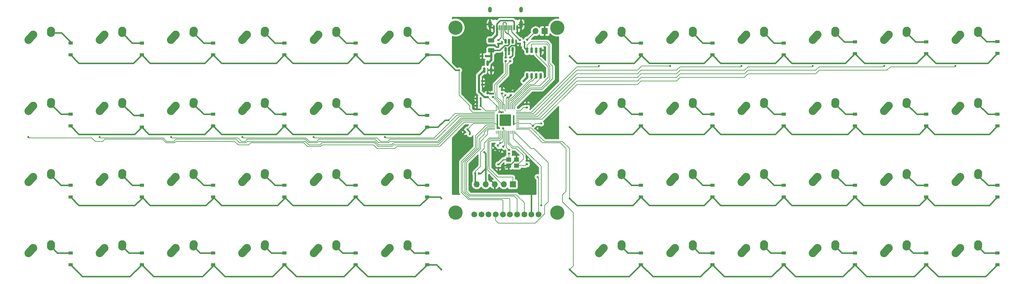
<source format=gbr>
%TF.GenerationSoftware,KiCad,Pcbnew,(6.0.7)*%
%TF.CreationDate,2022-08-23T18:51:20+01:00*%
%TF.ProjectId,ortho40,6f727468-6f34-4302-9e6b-696361645f70,rev?*%
%TF.SameCoordinates,Original*%
%TF.FileFunction,Copper,L2,Bot*%
%TF.FilePolarity,Positive*%
%FSLAX46Y46*%
G04 Gerber Fmt 4.6, Leading zero omitted, Abs format (unit mm)*
G04 Created by KiCad (PCBNEW (6.0.7)) date 2022-08-23 18:51:20*
%MOMM*%
%LPD*%
G01*
G04 APERTURE LIST*
G04 Aperture macros list*
%AMRoundRect*
0 Rectangle with rounded corners*
0 $1 Rounding radius*
0 $2 $3 $4 $5 $6 $7 $8 $9 X,Y pos of 4 corners*
0 Add a 4 corners polygon primitive as box body*
4,1,4,$2,$3,$4,$5,$6,$7,$8,$9,$2,$3,0*
0 Add four circle primitives for the rounded corners*
1,1,$1+$1,$2,$3*
1,1,$1+$1,$4,$5*
1,1,$1+$1,$6,$7*
1,1,$1+$1,$8,$9*
0 Add four rect primitives between the rounded corners*
20,1,$1+$1,$2,$3,$4,$5,0*
20,1,$1+$1,$4,$5,$6,$7,0*
20,1,$1+$1,$6,$7,$8,$9,0*
20,1,$1+$1,$8,$9,$2,$3,0*%
%AMHorizOval*
0 Thick line with rounded ends*
0 $1 width*
0 $2 $3 position (X,Y) of the first rounded end (center of the circle)*
0 $4 $5 position (X,Y) of the second rounded end (center of the circle)*
0 Add line between two ends*
20,1,$1,$2,$3,$4,$5,0*
0 Add two circle primitives to create the rounded ends*
1,1,$1,$2,$3*
1,1,$1,$4,$5*%
G04 Aperture macros list end*
%TA.AperFunction,ComponentPad*%
%ADD10C,1.650000*%
%TD*%
%TA.AperFunction,ComponentPad*%
%ADD11C,4.000000*%
%TD*%
%TA.AperFunction,ComponentPad*%
%ADD12HorizOval,2.250000X0.020000X0.290000X-0.020000X-0.290000X0*%
%TD*%
%TA.AperFunction,ComponentPad*%
%ADD13C,2.250000*%
%TD*%
%TA.AperFunction,ComponentPad*%
%ADD14HorizOval,2.250000X0.655001X0.730000X-0.655001X-0.730000X0*%
%TD*%
%TA.AperFunction,ComponentPad*%
%ADD15R,1.700000X1.700000*%
%TD*%
%TA.AperFunction,ComponentPad*%
%ADD16O,1.700000X1.700000*%
%TD*%
%TA.AperFunction,SMDPad,CuDef*%
%ADD17R,1.200000X0.900000*%
%TD*%
%TA.AperFunction,SMDPad,CuDef*%
%ADD18RoundRect,0.140000X0.170000X-0.140000X0.170000X0.140000X-0.170000X0.140000X-0.170000X-0.140000X0*%
%TD*%
%TA.AperFunction,SMDPad,CuDef*%
%ADD19RoundRect,0.140000X0.140000X0.170000X-0.140000X0.170000X-0.140000X-0.170000X0.140000X-0.170000X0*%
%TD*%
%TA.AperFunction,SMDPad,CuDef*%
%ADD20RoundRect,0.250000X-0.625000X0.375000X-0.625000X-0.375000X0.625000X-0.375000X0.625000X0.375000X0*%
%TD*%
%TA.AperFunction,SMDPad,CuDef*%
%ADD21RoundRect,0.135000X0.185000X-0.135000X0.185000X0.135000X-0.185000X0.135000X-0.185000X-0.135000X0*%
%TD*%
%TA.AperFunction,SMDPad,CuDef*%
%ADD22R,1.400000X1.200000*%
%TD*%
%TA.AperFunction,SMDPad,CuDef*%
%ADD23RoundRect,0.135000X-0.035355X0.226274X-0.226274X0.035355X0.035355X-0.226274X0.226274X-0.035355X0*%
%TD*%
%TA.AperFunction,SMDPad,CuDef*%
%ADD24RoundRect,0.150000X0.150000X-0.587500X0.150000X0.587500X-0.150000X0.587500X-0.150000X-0.587500X0*%
%TD*%
%TA.AperFunction,SMDPad,CuDef*%
%ADD25RoundRect,0.135000X0.135000X0.185000X-0.135000X0.185000X-0.135000X-0.185000X0.135000X-0.185000X0*%
%TD*%
%TA.AperFunction,SMDPad,CuDef*%
%ADD26RoundRect,0.140000X-0.021213X0.219203X-0.219203X0.021213X0.021213X-0.219203X0.219203X-0.021213X0*%
%TD*%
%TA.AperFunction,ComponentPad*%
%ADD27C,0.600000*%
%TD*%
%TA.AperFunction,SMDPad,CuDef*%
%ADD28RoundRect,0.144000X1.456000X1.456000X-1.456000X1.456000X-1.456000X-1.456000X1.456000X-1.456000X0*%
%TD*%
%TA.AperFunction,SMDPad,CuDef*%
%ADD29RoundRect,0.050000X0.050000X0.387500X-0.050000X0.387500X-0.050000X-0.387500X0.050000X-0.387500X0*%
%TD*%
%TA.AperFunction,SMDPad,CuDef*%
%ADD30RoundRect,0.050000X0.387500X0.050000X-0.387500X0.050000X-0.387500X-0.050000X0.387500X-0.050000X0*%
%TD*%
%TA.AperFunction,SMDPad,CuDef*%
%ADD31RoundRect,0.135000X-0.185000X0.135000X-0.185000X-0.135000X0.185000X-0.135000X0.185000X0.135000X0*%
%TD*%
%TA.AperFunction,SMDPad,CuDef*%
%ADD32RoundRect,0.140000X-0.140000X-0.170000X0.140000X-0.170000X0.140000X0.170000X-0.140000X0.170000X0*%
%TD*%
%TA.AperFunction,SMDPad,CuDef*%
%ADD33RoundRect,0.140000X-0.170000X0.140000X-0.170000X-0.140000X0.170000X-0.140000X0.170000X0.140000X0*%
%TD*%
%TA.AperFunction,SMDPad,CuDef*%
%ADD34RoundRect,0.150000X0.150000X-0.512500X0.150000X0.512500X-0.150000X0.512500X-0.150000X-0.512500X0*%
%TD*%
%TA.AperFunction,SMDPad,CuDef*%
%ADD35RoundRect,0.140000X-0.219203X-0.021213X-0.021213X-0.219203X0.219203X0.021213X0.021213X0.219203X0*%
%TD*%
%TA.AperFunction,ComponentPad*%
%ADD36O,1.000000X1.600000*%
%TD*%
%TA.AperFunction,ComponentPad*%
%ADD37O,1.000000X2.100000*%
%TD*%
%TA.AperFunction,SMDPad,CuDef*%
%ADD38R,0.600000X1.450000*%
%TD*%
%TA.AperFunction,SMDPad,CuDef*%
%ADD39R,0.300000X1.450000*%
%TD*%
%TA.AperFunction,SMDPad,CuDef*%
%ADD40RoundRect,0.140000X-0.077224X0.206244X-0.217224X-0.036244X0.077224X-0.206244X0.217224X0.036244X0*%
%TD*%
%TA.AperFunction,SMDPad,CuDef*%
%ADD41RoundRect,0.150000X-0.150000X0.650000X-0.150000X-0.650000X0.150000X-0.650000X0.150000X0.650000X0*%
%TD*%
%TA.AperFunction,ViaPad*%
%ADD42C,0.600000*%
%TD*%
%TA.AperFunction,Conductor*%
%ADD43C,0.200000*%
%TD*%
%TA.AperFunction,Conductor*%
%ADD44C,0.381000*%
%TD*%
%TA.AperFunction,Conductor*%
%ADD45C,0.600000*%
%TD*%
%TA.AperFunction,Conductor*%
%ADD46C,0.250000*%
%TD*%
G04 APERTURE END LIST*
D10*
%TO.P,U5,10,SDCS*%
%TO.N,LCD_SDSEL*%
X171250000Y-76500000D03*
%TO.P,U5,9,BLK*%
%TO.N,LCD_BACKLT*%
X173250000Y-76500000D03*
%TO.P,U5,8,DC*%
%TO.N,LCD_DC*%
X175250000Y-76500000D03*
%TO.P,U5,7,~{RESET}*%
%TO.N,LCD_RESET*%
X177250000Y-76500000D03*
%TO.P,U5,6,CS*%
%TO.N,LCD_CS*%
X179250000Y-76500000D03*
%TO.P,U5,5,MISO*%
%TO.N,LCD_RX*%
X181250000Y-76500000D03*
%TO.P,U5,4,MOSI*%
%TO.N,LCD_TX*%
X183250000Y-76500000D03*
%TO.P,U5,3,SCLK*%
%TO.N,LCD_SCK*%
X185250000Y-76500000D03*
%TO.P,U5,2,GND*%
%TO.N,GND*%
X187250000Y-76500000D03*
%TO.P,U5,1,VCC*%
%TO.N,+3V3*%
X189250000Y-76500000D03*
D11*
%TO.P,U5,*%
%TO.N,*%
X194500000Y-24000000D03*
X166000000Y-76000000D03*
X166000000Y-24000000D03*
X194500000Y-76000000D03*
%TD*%
D12*
%TO.P,MX27,2,ROW*%
%TO.N,Net-(D26-Pad2)*%
X92520000Y-65210000D03*
D13*
X92540000Y-64920000D03*
D14*
%TO.P,MX27,1,COL*%
%TO.N,c2*%
X86845001Y-66730000D03*
D13*
X87500000Y-66000000D03*
%TD*%
%TO.P,MX41,2,ROW*%
%TO.N,Net-(D41-Pad2)*%
X132540000Y-84920000D03*
D12*
X132520000Y-85210000D03*
D13*
%TO.P,MX41,1,COL*%
%TO.N,c4*%
X127500000Y-86000000D03*
D14*
X126845001Y-86730000D03*
%TD*%
D13*
%TO.P,MX24,2,ROW*%
%TO.N,Net-(D24-Pad2)*%
X312540000Y-44920000D03*
D12*
X312520000Y-45210000D03*
D13*
%TO.P,MX24,1,COL*%
%TO.N,c11*%
X307500000Y-46000000D03*
D14*
X306845001Y-46730000D03*
%TD*%
D13*
%TO.P,MX48,2,ROW*%
%TO.N,Net-(D48-Pad2)*%
X312540000Y-84920000D03*
D12*
X312520000Y-85210000D03*
D14*
%TO.P,MX48,1,COL*%
%TO.N,c11*%
X306845001Y-86730000D03*
D13*
X307500000Y-86000000D03*
%TD*%
%TO.P,MX36,2,ROW*%
%TO.N,Net-(D36-Pad2)*%
X312540000Y-64920000D03*
D12*
X312520000Y-65210000D03*
D14*
%TO.P,MX36,1,COL*%
%TO.N,c11*%
X306845001Y-66730000D03*
D13*
X307500000Y-66000000D03*
%TD*%
%TO.P,MX11,2,ROW*%
%TO.N,Net-(D8-Pad2)*%
X292540000Y-24920000D03*
D12*
X292520000Y-25210000D03*
D13*
%TO.P,MX11,1,COL*%
%TO.N,c10*%
X287500000Y-26000000D03*
D14*
X286845001Y-26730000D03*
%TD*%
D12*
%TO.P,MX7,2,ROW*%
%TO.N,Net-(D6-Pad2)*%
X212520000Y-25210000D03*
D13*
X212540000Y-24920000D03*
%TO.P,MX7,1,COL*%
%TO.N,c6*%
X207500000Y-26000000D03*
D14*
X206845001Y-26730000D03*
%TD*%
D13*
%TO.P,MX29,2,ROW*%
%TO.N,Net-(D29-Pad2)*%
X132540000Y-64920000D03*
D12*
X132520000Y-65210000D03*
D13*
%TO.P,MX29,1,COL*%
%TO.N,c4*%
X127500000Y-66000000D03*
D14*
X126845001Y-66730000D03*
%TD*%
D12*
%TO.P,MX14,2,ROW*%
%TO.N,Net-(D15-Pad2)*%
X72520000Y-45210000D03*
D13*
X72540000Y-44920000D03*
D14*
%TO.P,MX14,1,COL*%
%TO.N,c1*%
X66845001Y-46730000D03*
D13*
X67500000Y-46000000D03*
%TD*%
%TO.P,MX43,2,ROW*%
%TO.N,Net-(D42-Pad2)*%
X212540000Y-84920000D03*
D12*
X212520000Y-85210000D03*
D14*
%TO.P,MX43,1,COL*%
%TO.N,c6*%
X206845001Y-86730000D03*
D13*
X207500000Y-86000000D03*
%TD*%
D12*
%TO.P,MX4,2,ROW*%
%TO.N,Net-(D4-Pad2)*%
X112520000Y-25210000D03*
D13*
X112540000Y-24920000D03*
D14*
%TO.P,MX4,1,COL*%
%TO.N,c3*%
X106845001Y-26730000D03*
D13*
X107500000Y-26000000D03*
%TD*%
%TO.P,MX25,2,ROW*%
%TO.N,Net-(D25-Pad2)*%
X52540000Y-64920000D03*
D12*
X52520000Y-65210000D03*
D14*
%TO.P,MX25,1,COL*%
%TO.N,c0*%
X46845001Y-66730000D03*
D13*
X47500000Y-66000000D03*
%TD*%
%TO.P,MX45,2,ROW*%
%TO.N,Net-(D43-Pad2)*%
X252540000Y-84920000D03*
D12*
X252520000Y-85210000D03*
D13*
%TO.P,MX45,1,COL*%
%TO.N,c8*%
X247500000Y-86000000D03*
D14*
X246845001Y-86730000D03*
%TD*%
D12*
%TO.P,MX23,2,ROW*%
%TO.N,Net-(D20-Pad2)*%
X292520000Y-45210000D03*
D13*
X292540000Y-44920000D03*
D14*
%TO.P,MX23,1,COL*%
%TO.N,c10*%
X286845001Y-46730000D03*
D13*
X287500000Y-46000000D03*
%TD*%
D12*
%TO.P,MX32,2,ROW*%
%TO.N,Net-(D34-Pad2)*%
X232520000Y-65210000D03*
D13*
X232540000Y-64920000D03*
D14*
%TO.P,MX32,1,COL*%
%TO.N,c7*%
X226845001Y-66730000D03*
D13*
X227500000Y-66000000D03*
%TD*%
%TO.P,MX3,2,ROW*%
%TO.N,Net-(D2-Pad2)*%
X92540000Y-24920000D03*
D12*
X92520000Y-25210000D03*
D13*
%TO.P,MX3,1,COL*%
%TO.N,c2*%
X87500000Y-26000000D03*
D14*
X86845001Y-26730000D03*
%TD*%
D13*
%TO.P,MX22,2,ROW*%
%TO.N,Net-(D23-Pad2)*%
X272540000Y-44920000D03*
D12*
X272520000Y-45210000D03*
D13*
%TO.P,MX22,1,COL*%
%TO.N,c9*%
X267500000Y-46000000D03*
D14*
X266845001Y-46730000D03*
%TD*%
D12*
%TO.P,MX21,2,ROW*%
%TO.N,Net-(D19-Pad2)*%
X252520000Y-45210000D03*
D13*
X252540000Y-44920000D03*
%TO.P,MX21,1,COL*%
%TO.N,c8*%
X247500000Y-46000000D03*
D14*
X246845001Y-46730000D03*
%TD*%
D12*
%TO.P,MX8,2,ROW*%
%TO.N,Net-(D10-Pad2)*%
X232520000Y-25210000D03*
D13*
X232540000Y-24920000D03*
D14*
%TO.P,MX8,1,COL*%
%TO.N,c7*%
X226845001Y-26730000D03*
D13*
X227500000Y-26000000D03*
%TD*%
D12*
%TO.P,MX44,2,ROW*%
%TO.N,Net-(D46-Pad2)*%
X232520000Y-85210000D03*
D13*
X232540000Y-84920000D03*
%TO.P,MX44,1,COL*%
%TO.N,c7*%
X227500000Y-86000000D03*
D14*
X226845001Y-86730000D03*
%TD*%
D12*
%TO.P,MX40,2,ROW*%
%TO.N,Net-(D40-Pad2)*%
X112520000Y-85210000D03*
D13*
X112540000Y-84920000D03*
D14*
%TO.P,MX40,1,COL*%
%TO.N,c3*%
X106845001Y-86730000D03*
D13*
X107500000Y-86000000D03*
%TD*%
%TO.P,MX39,2,ROW*%
%TO.N,Net-(D38-Pad2)*%
X92540000Y-84920000D03*
D12*
X92520000Y-85210000D03*
D14*
%TO.P,MX39,1,COL*%
%TO.N,c2*%
X86845001Y-86730000D03*
D13*
X87500000Y-86000000D03*
%TD*%
D15*
%TO.P,SW1,1,1*%
%TO.N,GND*%
X191000000Y-25000000D03*
D16*
%TO.P,SW1,2,2*%
%TO.N,/~{BOOTSEL}*%
X188460000Y-25000000D03*
%TD*%
D12*
%TO.P,MX38,2,ROW*%
%TO.N,Net-(D39-Pad2)*%
X72520000Y-85210000D03*
D13*
X72540000Y-84920000D03*
%TO.P,MX38,1,COL*%
%TO.N,c1*%
X67500000Y-86000000D03*
D14*
X66845001Y-86730000D03*
%TD*%
D13*
%TO.P,MX18,2,ROW*%
%TO.N,Net-(D21-Pad2)*%
X152540000Y-44920000D03*
D12*
X152520000Y-45210000D03*
D13*
%TO.P,MX18,1,COL*%
%TO.N,c5*%
X147500000Y-46000000D03*
D14*
X146845001Y-46730000D03*
%TD*%
D12*
%TO.P,MX28,2,ROW*%
%TO.N,Net-(D28-Pad2)*%
X112520000Y-65210000D03*
D13*
X112540000Y-64920000D03*
D14*
%TO.P,MX28,1,COL*%
%TO.N,c3*%
X106845001Y-66730000D03*
D13*
X107500000Y-66000000D03*
%TD*%
%TO.P,MX31,2,ROW*%
%TO.N,Net-(D30-Pad2)*%
X212540000Y-64920000D03*
D12*
X212520000Y-65210000D03*
D13*
%TO.P,MX31,1,COL*%
%TO.N,c6*%
X207500000Y-66000000D03*
D14*
X206845001Y-66730000D03*
%TD*%
D12*
%TO.P,MX1,2,ROW*%
%TO.N,Net-(D1-Pad2)*%
X52520000Y-25210000D03*
D13*
X52540000Y-24920000D03*
D14*
%TO.P,MX1,1,COL*%
%TO.N,c0*%
X46845001Y-26730000D03*
D13*
X47500000Y-26000000D03*
%TD*%
%TO.P,MX26,2,ROW*%
%TO.N,Net-(D27-Pad2)*%
X72540000Y-64920000D03*
D12*
X72520000Y-65210000D03*
D13*
%TO.P,MX26,1,COL*%
%TO.N,c1*%
X67500000Y-66000000D03*
D14*
X66845001Y-66730000D03*
%TD*%
D13*
%TO.P,MX13,2,ROW*%
%TO.N,Net-(D13-Pad2)*%
X52540000Y-44920000D03*
D12*
X52520000Y-45210000D03*
D14*
%TO.P,MX13,1,COL*%
%TO.N,c0*%
X46845001Y-46730000D03*
D13*
X47500000Y-46000000D03*
%TD*%
D12*
%TO.P,MX9,2,ROW*%
%TO.N,Net-(D7-Pad2)*%
X252520000Y-25210000D03*
D13*
X252540000Y-24920000D03*
D14*
%TO.P,MX9,1,COL*%
%TO.N,c8*%
X246845001Y-26730000D03*
D13*
X247500000Y-26000000D03*
%TD*%
%TO.P,MX46,2,ROW*%
%TO.N,Net-(D47-Pad2)*%
X272540000Y-84920000D03*
D12*
X272520000Y-85210000D03*
D13*
%TO.P,MX46,1,COL*%
%TO.N,c9*%
X267500000Y-86000000D03*
D14*
X266845001Y-86730000D03*
%TD*%
D12*
%TO.P,MX17,2,ROW*%
%TO.N,Net-(D17-Pad2)*%
X132520000Y-45210000D03*
D13*
X132540000Y-44920000D03*
%TO.P,MX17,1,COL*%
%TO.N,c4*%
X127500000Y-46000000D03*
D14*
X126845001Y-46730000D03*
%TD*%
D13*
%TO.P,MX10,2,ROW*%
%TO.N,Net-(D11-Pad2)*%
X272540000Y-24920000D03*
D12*
X272520000Y-25210000D03*
D14*
%TO.P,MX10,1,COL*%
%TO.N,c9*%
X266845001Y-26730000D03*
D13*
X267500000Y-26000000D03*
%TD*%
%TO.P,MX30,2,ROW*%
%TO.N,Net-(D33-Pad2)*%
X152540000Y-64920000D03*
D12*
X152520000Y-65210000D03*
D13*
%TO.P,MX30,1,COL*%
%TO.N,c5*%
X147500000Y-66000000D03*
D14*
X146845001Y-66730000D03*
%TD*%
D13*
%TO.P,MX6,2,ROW*%
%TO.N,Net-(D9-Pad2)*%
X152540000Y-24920000D03*
D12*
X152520000Y-25210000D03*
D13*
%TO.P,MX6,1,COL*%
%TO.N,c5*%
X147500000Y-26000000D03*
D14*
X146845001Y-26730000D03*
%TD*%
D12*
%TO.P,MX35,2,ROW*%
%TO.N,Net-(D32-Pad2)*%
X292520000Y-65210000D03*
D13*
X292540000Y-64920000D03*
D14*
%TO.P,MX35,1,COL*%
%TO.N,c10*%
X286845001Y-66730000D03*
D13*
X287500000Y-66000000D03*
%TD*%
%TO.P,MX20,2,ROW*%
%TO.N,Net-(D22-Pad2)*%
X232540000Y-44920000D03*
D12*
X232520000Y-45210000D03*
D14*
%TO.P,MX20,1,COL*%
%TO.N,c7*%
X226845001Y-46730000D03*
D13*
X227500000Y-46000000D03*
%TD*%
%TO.P,MX33,2,ROW*%
%TO.N,Net-(D31-Pad2)*%
X252540000Y-64920000D03*
D12*
X252520000Y-65210000D03*
D13*
%TO.P,MX33,1,COL*%
%TO.N,c8*%
X247500000Y-66000000D03*
D14*
X246845001Y-66730000D03*
%TD*%
D12*
%TO.P,MX15,2,ROW*%
%TO.N,Net-(D14-Pad2)*%
X92520000Y-45210000D03*
D13*
X92540000Y-44920000D03*
D14*
%TO.P,MX15,1,COL*%
%TO.N,c2*%
X86845001Y-46730000D03*
D13*
X87500000Y-46000000D03*
%TD*%
D12*
%TO.P,MX37,2,ROW*%
%TO.N,Net-(D37-Pad2)*%
X52520000Y-85210000D03*
D13*
X52540000Y-84920000D03*
%TO.P,MX37,1,COL*%
%TO.N,c0*%
X47500000Y-86000000D03*
D14*
X46845001Y-86730000D03*
%TD*%
D13*
%TO.P,MX34,2,ROW*%
%TO.N,Net-(D35-Pad2)*%
X272540000Y-64920000D03*
D12*
X272520000Y-65210000D03*
D14*
%TO.P,MX34,1,COL*%
%TO.N,c9*%
X266845001Y-66730000D03*
D13*
X267500000Y-66000000D03*
%TD*%
%TO.P,MX2,2,ROW*%
%TO.N,Net-(D3-Pad2)*%
X72540000Y-24920000D03*
D12*
X72520000Y-25210000D03*
D13*
%TO.P,MX2,1,COL*%
%TO.N,c1*%
X67500000Y-26000000D03*
D14*
X66845001Y-26730000D03*
%TD*%
D13*
%TO.P,MX5,2,ROW*%
%TO.N,Net-(D5-Pad2)*%
X132540000Y-24920000D03*
D12*
X132520000Y-25210000D03*
D14*
%TO.P,MX5,1,COL*%
%TO.N,c4*%
X126845001Y-26730000D03*
D13*
X127500000Y-26000000D03*
%TD*%
%TO.P,MX47,2,ROW*%
%TO.N,Net-(D44-Pad2)*%
X292540000Y-84920000D03*
D12*
X292520000Y-85210000D03*
D13*
%TO.P,MX47,1,COL*%
%TO.N,c10*%
X287500000Y-86000000D03*
D14*
X286845001Y-86730000D03*
%TD*%
D13*
%TO.P,MX19,2,ROW*%
%TO.N,Net-(D18-Pad2)*%
X212540000Y-44920000D03*
D12*
X212520000Y-45210000D03*
D13*
%TO.P,MX19,1,COL*%
%TO.N,c6*%
X207500000Y-46000000D03*
D14*
X206845001Y-46730000D03*
%TD*%
D12*
%TO.P,MX16,2,ROW*%
%TO.N,Net-(D16-Pad2)*%
X112520000Y-45210000D03*
D13*
X112540000Y-44920000D03*
D14*
%TO.P,MX16,1,COL*%
%TO.N,c3*%
X106845001Y-46730000D03*
D13*
X107500000Y-46000000D03*
%TD*%
D12*
%TO.P,MX12,2,ROW*%
%TO.N,Net-(D12-Pad2)*%
X312520000Y-25210000D03*
D13*
X312540000Y-24920000D03*
%TO.P,MX12,1,COL*%
%TO.N,c11*%
X307500000Y-26000000D03*
D14*
X306845001Y-26730000D03*
%TD*%
D13*
%TO.P,MX42,2,ROW*%
%TO.N,Net-(D45-Pad2)*%
X152540000Y-84920000D03*
D12*
X152520000Y-85210000D03*
D14*
%TO.P,MX42,1,COL*%
%TO.N,c5*%
X146845001Y-86730000D03*
D13*
X147500000Y-86000000D03*
%TD*%
D17*
%TO.P,D6,1,K*%
%TO.N,r0*%
X218000000Y-31650000D03*
%TO.P,D6,2,A*%
%TO.N,Net-(D6-Pad2)*%
X218000000Y-28350000D03*
%TD*%
%TO.P,D39,1,K*%
%TO.N,r3*%
X78000000Y-90650000D03*
%TO.P,D39,2,A*%
%TO.N,Net-(D39-Pad2)*%
X78000000Y-87350000D03*
%TD*%
D18*
%TO.P,C14,1*%
%TO.N,+3V3*%
X186000000Y-46480000D03*
%TO.P,C14,2*%
%TO.N,GND*%
X186000000Y-45520000D03*
%TD*%
%TO.P,C6,1*%
%TO.N,+1V1*%
X176455282Y-43500759D03*
%TO.P,C6,2*%
%TO.N,GND*%
X176455282Y-42540759D03*
%TD*%
D17*
%TO.P,D21,1,K*%
%TO.N,r1*%
X158000000Y-52000000D03*
%TO.P,D21,2,A*%
%TO.N,Net-(D21-Pad2)*%
X158000000Y-48700000D03*
%TD*%
%TO.P,D16,1,K*%
%TO.N,r1*%
X118000000Y-51650000D03*
%TO.P,D16,2,A*%
%TO.N,Net-(D16-Pad2)*%
X118000000Y-48350000D03*
%TD*%
%TO.P,D22,1,K*%
%TO.N,r1*%
X238000000Y-51650000D03*
%TO.P,D22,2,A*%
%TO.N,Net-(D22-Pad2)*%
X238000000Y-48350000D03*
%TD*%
D19*
%TO.P,C2,1*%
%TO.N,+5V*%
X174480000Y-32000000D03*
%TO.P,C2,2*%
%TO.N,GND*%
X173520000Y-32000000D03*
%TD*%
D20*
%TO.P,F1,1*%
%TO.N,VBUS*%
X176000000Y-27600000D03*
%TO.P,F1,2*%
%TO.N,+5V*%
X176000000Y-30400000D03*
%TD*%
D17*
%TO.P,D23,1,K*%
%TO.N,r1*%
X278000000Y-51650000D03*
%TO.P,D23,2,A*%
%TO.N,Net-(D23-Pad2)*%
X278000000Y-48350000D03*
%TD*%
D21*
%TO.P,R2,1*%
%TO.N,Net-(R2-Pad1)*%
X181324156Y-33460671D03*
%TO.P,R2,2*%
%TO.N,DP*%
X181324156Y-32440671D03*
%TD*%
D22*
%TO.P,Y1,1,1*%
%TO.N,Net-(C16-Pad2)*%
X180900000Y-61100000D03*
%TO.P,Y1,2,2*%
%TO.N,GND*%
X183100000Y-61100000D03*
%TO.P,Y1,3,3*%
%TO.N,CLK_IN*%
X183100000Y-62800000D03*
%TO.P,Y1,4,4*%
%TO.N,GND*%
X180900000Y-62800000D03*
%TD*%
D17*
%TO.P,D31,1,K*%
%TO.N,r2*%
X258000000Y-71650000D03*
%TO.P,D31,2,A*%
%TO.N,Net-(D31-Pad2)*%
X258000000Y-68350000D03*
%TD*%
%TO.P,D18,1,K*%
%TO.N,r1*%
X218000000Y-51650000D03*
%TO.P,D18,2,A*%
%TO.N,Net-(D18-Pad2)*%
X218000000Y-48350000D03*
%TD*%
D23*
%TO.P,R6,1*%
%TO.N,/~{BOOTSEL}*%
X186034799Y-27394231D03*
%TO.P,R6,2*%
%TO.N,QSPI_SS*%
X185313551Y-28115479D03*
%TD*%
D18*
%TO.P,C5,1*%
%TO.N,+1V1*%
X181500000Y-42980000D03*
%TO.P,C5,2*%
%TO.N,GND*%
X181500000Y-42020000D03*
%TD*%
D19*
%TO.P,C8,1*%
%TO.N,+3V3*%
X172999309Y-43964820D03*
%TO.P,C8,2*%
%TO.N,GND*%
X172039309Y-43964820D03*
%TD*%
D17*
%TO.P,D2,1,K*%
%TO.N,r0*%
X98000000Y-31650000D03*
%TO.P,D2,2,A*%
%TO.N,Net-(D2-Pad2)*%
X98000000Y-28350000D03*
%TD*%
%TO.P,D46,1,K*%
%TO.N,r3*%
X238000000Y-90650000D03*
%TO.P,D46,2,A*%
%TO.N,Net-(D46-Pad2)*%
X238000000Y-87350000D03*
%TD*%
D24*
%TO.P,U2,1,GND*%
%TO.N,GND*%
X175950000Y-35937500D03*
%TO.P,U2,2,VO*%
%TO.N,+3V3*%
X174050000Y-35937500D03*
%TO.P,U2,3,VI*%
%TO.N,+5V*%
X175000000Y-34062500D03*
%TD*%
D18*
%TO.P,C16,1*%
%TO.N,GND*%
X178000000Y-63430000D03*
%TO.P,C16,2*%
%TO.N,Net-(C16-Pad2)*%
X178000000Y-62470000D03*
%TD*%
D17*
%TO.P,D41,1,K*%
%TO.N,r3*%
X138000000Y-90650000D03*
%TO.P,D41,2,A*%
%TO.N,Net-(D41-Pad2)*%
X138000000Y-87350000D03*
%TD*%
%TO.P,D11,1,K*%
%TO.N,r0*%
X278000000Y-31300000D03*
%TO.P,D11,2,A*%
%TO.N,Net-(D11-Pad2)*%
X278000000Y-28000000D03*
%TD*%
%TO.P,D7,1,K*%
%TO.N,r0*%
X258000000Y-31650000D03*
%TO.P,D7,2,A*%
%TO.N,Net-(D7-Pad2)*%
X258000000Y-28350000D03*
%TD*%
%TO.P,D10,1,K*%
%TO.N,r0*%
X238000000Y-31650000D03*
%TO.P,D10,2,A*%
%TO.N,Net-(D10-Pad2)*%
X238000000Y-28350000D03*
%TD*%
D25*
%TO.P,R1,1*%
%TO.N,+3V3*%
X172510000Y-65000000D03*
%TO.P,R1,2*%
%TO.N,RESET*%
X171490000Y-65000000D03*
%TD*%
D17*
%TO.P,D14,1,K*%
%TO.N,r1*%
X98000000Y-51650000D03*
%TO.P,D14,2,A*%
%TO.N,Net-(D14-Pad2)*%
X98000000Y-48350000D03*
%TD*%
%TO.P,D17,1,K*%
%TO.N,r1*%
X138000000Y-51650000D03*
%TO.P,D17,2,A*%
%TO.N,Net-(D17-Pad2)*%
X138000000Y-48350000D03*
%TD*%
%TO.P,D27,1,K*%
%TO.N,r2*%
X78000000Y-71650000D03*
%TO.P,D27,2,A*%
%TO.N,Net-(D27-Pad2)*%
X78000000Y-68350000D03*
%TD*%
D26*
%TO.P,C4,1*%
%TO.N,+1V1*%
X177835429Y-57132795D03*
%TO.P,C4,2*%
%TO.N,GND*%
X177156607Y-57811617D03*
%TD*%
D17*
%TO.P,D32,1,K*%
%TO.N,r2*%
X298000000Y-71650000D03*
%TO.P,D32,2,A*%
%TO.N,Net-(D32-Pad2)*%
X298000000Y-68350000D03*
%TD*%
%TO.P,D42,1,K*%
%TO.N,r3*%
X218000000Y-90650000D03*
%TO.P,D42,2,A*%
%TO.N,Net-(D42-Pad2)*%
X218000000Y-87350000D03*
%TD*%
%TO.P,D1,1,K*%
%TO.N,r0*%
X58000000Y-31650000D03*
%TO.P,D1,2,A*%
%TO.N,Net-(D1-Pad2)*%
X58000000Y-28350000D03*
%TD*%
%TO.P,D36,1,K*%
%TO.N,r2*%
X318000000Y-71650000D03*
%TO.P,D36,2,A*%
%TO.N,Net-(D36-Pad2)*%
X318000000Y-68350000D03*
%TD*%
D27*
%TO.P,U1,57,GND*%
%TO.N,GND*%
X180000000Y-50000000D03*
D28*
X180000000Y-50000000D03*
D27*
X181275000Y-50000000D03*
X180000000Y-51275000D03*
X178725000Y-51275000D03*
X181275000Y-51275000D03*
X178725000Y-50000000D03*
X180000000Y-48725000D03*
X181275000Y-48725000D03*
X178725000Y-48725000D03*
D29*
%TO.P,U1,56,QSPI_SS_N*%
%TO.N,QSPI_SS*%
X182600000Y-46562500D03*
%TO.P,U1,55,QSPI_SD1*%
%TO.N,QSPI_SD1*%
X182200000Y-46562500D03*
%TO.P,U1,54,QSPI_SD2*%
%TO.N,QSPI_SD2*%
X181800000Y-46562500D03*
%TO.P,U1,53,QSPI_SD0*%
%TO.N,QSPI_SD0*%
X181400000Y-46562500D03*
%TO.P,U1,52,QSPI_SCLK*%
%TO.N,QSPI_SCLK*%
X181000000Y-46562500D03*
%TO.P,U1,51,QSPI_SD3*%
%TO.N,QSPI_SD3*%
X180600000Y-46562500D03*
%TO.P,U1,50,DVDD*%
%TO.N,+1V1*%
X180200000Y-46562500D03*
%TO.P,U1,49,IOVDD*%
%TO.N,+3V3*%
X179800000Y-46562500D03*
%TO.P,U1,48,USB_VDD*%
X179400000Y-46562500D03*
%TO.P,U1,47,D+*%
%TO.N,Net-(R2-Pad1)*%
X179000000Y-46562500D03*
%TO.P,U1,46,D-*%
%TO.N,Net-(R3-Pad1)*%
X178600000Y-46562500D03*
%TO.P,U1,45,VREG_VOUT*%
%TO.N,+1V1*%
X178200000Y-46562500D03*
%TO.P,U1,44,VREG_VIN*%
%TO.N,+3V3*%
X177800000Y-46562500D03*
%TO.P,U1,43,ADC_AVDD*%
X177400000Y-46562500D03*
D30*
%TO.P,U1,42,IOVDD*%
X176562500Y-47400000D03*
%TO.P,U1,41,GPIO29/ADC3*%
%TO.N,r0*%
X176562500Y-47800000D03*
%TO.P,U1,40,GPIO28/ADC2*%
%TO.N,r1*%
X176562500Y-48200000D03*
%TO.P,U1,39,GPIO27/ADC1*%
%TO.N,c5*%
X176562500Y-48600000D03*
%TO.P,U1,38,GPIO26/ADC0*%
%TO.N,c4*%
X176562500Y-49000000D03*
%TO.P,U1,37,GPIO25*%
%TO.N,c3*%
X176562500Y-49400000D03*
%TO.P,U1,36,GPIO24*%
%TO.N,c2*%
X176562500Y-49800000D03*
%TO.P,U1,35,GPIO23*%
%TO.N,c1*%
X176562500Y-50200000D03*
%TO.P,U1,34,GPIO22*%
%TO.N,c0*%
X176562500Y-50600000D03*
%TO.P,U1,33,IOVDD*%
%TO.N,+3V3*%
X176562500Y-51000000D03*
%TO.P,U1,32,GPIO21*%
%TO.N,LCD_CS*%
X176562500Y-51400000D03*
%TO.P,U1,31,GPIO20*%
%TO.N,LCD_RX*%
X176562500Y-51800000D03*
%TO.P,U1,30,GPIO19*%
%TO.N,LCD_TX*%
X176562500Y-52200000D03*
%TO.P,U1,29,GPIO18*%
%TO.N,LCD_SCK*%
X176562500Y-52600000D03*
D29*
%TO.P,U1,28,GPIO17*%
%TO.N,unconnected-(U1-Pad28)*%
X177400000Y-53437500D03*
%TO.P,U1,27,GPIO16*%
%TO.N,unconnected-(U1-Pad27)*%
X177800000Y-53437500D03*
%TO.P,U1,26,~{RUN}*%
%TO.N,RESET*%
X178200000Y-53437500D03*
%TO.P,U1,25,SWDIO*%
%TO.N,SWD*%
X178600000Y-53437500D03*
%TO.P,U1,24,SWCLK*%
%TO.N,SWCLK*%
X179000000Y-53437500D03*
%TO.P,U1,23,DVDD*%
%TO.N,+1V1*%
X179400000Y-53437500D03*
%TO.P,U1,22,IOVDD*%
%TO.N,+3V3*%
X179800000Y-53437500D03*
%TO.P,U1,21,XTAL_OUT*%
%TO.N,CLK_OUT*%
X180200000Y-53437500D03*
%TO.P,U1,20,XTAL_IN*%
%TO.N,CLK_IN*%
X180600000Y-53437500D03*
%TO.P,U1,19,TESTEN*%
%TO.N,GND*%
X181000000Y-53437500D03*
%TO.P,U1,18,GPIO15*%
%TO.N,unconnected-(U1-Pad18)*%
X181400000Y-53437500D03*
%TO.P,U1,17,GPIO14*%
%TO.N,unconnected-(U1-Pad17)*%
X181800000Y-53437500D03*
%TO.P,U1,16,GPIO13*%
%TO.N,LCD_DC*%
X182200000Y-53437500D03*
%TO.P,U1,15,GPIO12*%
%TO.N,LCD_RESET*%
X182600000Y-53437500D03*
D30*
%TO.P,U1,14,GPIO11*%
%TO.N,r3*%
X183437500Y-52600000D03*
%TO.P,U1,13,GPIO10*%
%TO.N,r2*%
X183437500Y-52200000D03*
%TO.P,U1,12,GPIO9*%
%TO.N,unconnected-(U1-Pad12)*%
X183437500Y-51800000D03*
%TO.P,U1,11,GPIO8*%
%TO.N,unconnected-(U1-Pad11)*%
X183437500Y-51400000D03*
%TO.P,U1,10,IOVDD*%
%TO.N,+3V3*%
X183437500Y-51000000D03*
%TO.P,U1,9,GPIO7*%
%TO.N,unconnected-(U1-Pad9)*%
X183437500Y-50600000D03*
%TO.P,U1,8,GPIO6*%
%TO.N,unconnected-(U1-Pad8)*%
X183437500Y-50200000D03*
%TO.P,U1,7,GPIO5*%
%TO.N,c11*%
X183437500Y-49800000D03*
%TO.P,U1,6,GPIO4*%
%TO.N,c10*%
X183437500Y-49400000D03*
%TO.P,U1,5,GPIO3*%
%TO.N,c9*%
X183437500Y-49000000D03*
%TO.P,U1,4,GPIO2*%
%TO.N,c8*%
X183437500Y-48600000D03*
%TO.P,U1,3,GPIO1*%
%TO.N,c7*%
X183437500Y-48200000D03*
%TO.P,U1,2,GPIO0*%
%TO.N,c6*%
X183437500Y-47800000D03*
%TO.P,U1,1,IOVDD*%
%TO.N,+3V3*%
X183437500Y-47400000D03*
%TD*%
D31*
%TO.P,R4,1*%
%TO.N,Net-(J2-PadA5)*%
X178000000Y-27490000D03*
%TO.P,R4,2*%
%TO.N,GND*%
X178000000Y-28510000D03*
%TD*%
D17*
%TO.P,D12,1,K*%
%TO.N,r0*%
X318000000Y-31250000D03*
%TO.P,D12,2,A*%
%TO.N,Net-(D12-Pad2)*%
X318000000Y-27950000D03*
%TD*%
D18*
%TO.P,C7,1*%
%TO.N,+3V3*%
X179000000Y-42480000D03*
%TO.P,C7,2*%
%TO.N,GND*%
X179000000Y-41520000D03*
%TD*%
D17*
%TO.P,D40,1,K*%
%TO.N,r3*%
X118000000Y-90650000D03*
%TO.P,D40,2,A*%
%TO.N,Net-(D40-Pad2)*%
X118000000Y-87350000D03*
%TD*%
D31*
%TO.P,R5,1*%
%TO.N,Net-(J2-PadB5)*%
X184000000Y-27490000D03*
%TO.P,R5,2*%
%TO.N,GND*%
X184000000Y-28510000D03*
%TD*%
D26*
%TO.P,C13,1*%
%TO.N,+3V3*%
X169339411Y-52660589D03*
%TO.P,C13,2*%
%TO.N,GND*%
X168660589Y-53339411D03*
%TD*%
D17*
%TO.P,D25,1,K*%
%TO.N,r2*%
X58000000Y-71650000D03*
%TO.P,D25,2,A*%
%TO.N,Net-(D25-Pad2)*%
X58000000Y-68350000D03*
%TD*%
D15*
%TO.P,J1,1,Pin_1*%
%TO.N,SWCLK*%
X182050000Y-68050000D03*
D16*
%TO.P,J1,2,Pin_2*%
%TO.N,SWD*%
X179510000Y-68050000D03*
%TO.P,J1,3,Pin_3*%
%TO.N,GND*%
X176970000Y-68050000D03*
%TO.P,J1,4,Pin_4*%
%TO.N,+3V3*%
X174430000Y-68050000D03*
%TO.P,J1,5,Pin_5*%
%TO.N,RESET*%
X171890000Y-68050000D03*
%TD*%
D19*
%TO.P,C10,1*%
%TO.N,+3V3*%
X172999309Y-45964820D03*
%TO.P,C10,2*%
%TO.N,GND*%
X172039309Y-45964820D03*
%TD*%
D17*
%TO.P,D47,1,K*%
%TO.N,r3*%
X278000000Y-90650000D03*
%TO.P,D47,2,A*%
%TO.N,Net-(D47-Pad2)*%
X278000000Y-87350000D03*
%TD*%
%TO.P,D30,1,K*%
%TO.N,r2*%
X218000000Y-71650000D03*
%TO.P,D30,2,A*%
%TO.N,Net-(D30-Pad2)*%
X218000000Y-68350000D03*
%TD*%
%TO.P,D15,1,K*%
%TO.N,r1*%
X78000000Y-52000000D03*
%TO.P,D15,2,A*%
%TO.N,Net-(D15-Pad2)*%
X78000000Y-48700000D03*
%TD*%
%TO.P,D26,1,K*%
%TO.N,r2*%
X98000000Y-71650000D03*
%TO.P,D26,2,A*%
%TO.N,Net-(D26-Pad2)*%
X98000000Y-68350000D03*
%TD*%
%TO.P,D43,1,K*%
%TO.N,r3*%
X258000000Y-90650000D03*
%TO.P,D43,2,A*%
%TO.N,Net-(D43-Pad2)*%
X258000000Y-87350000D03*
%TD*%
D32*
%TO.P,C3,1*%
%TO.N,+3V3*%
X172520000Y-40000000D03*
%TO.P,C3,2*%
%TO.N,GND*%
X173480000Y-40000000D03*
%TD*%
D17*
%TO.P,D4,1,K*%
%TO.N,r0*%
X118000000Y-31650000D03*
%TO.P,D4,2,A*%
%TO.N,Net-(D4-Pad2)*%
X118000000Y-28350000D03*
%TD*%
%TO.P,D19,1,K*%
%TO.N,r1*%
X258000000Y-51650000D03*
%TO.P,D19,2,A*%
%TO.N,Net-(D19-Pad2)*%
X258000000Y-48350000D03*
%TD*%
D33*
%TO.P,C15,1*%
%TO.N,GND*%
X186000000Y-61470000D03*
%TO.P,C15,2*%
%TO.N,CLK_IN*%
X186000000Y-62430000D03*
%TD*%
D17*
%TO.P,D8,1,K*%
%TO.N,r0*%
X298000000Y-31300000D03*
%TO.P,D8,2,A*%
%TO.N,Net-(D8-Pad2)*%
X298000000Y-28000000D03*
%TD*%
%TO.P,D33,1,K*%
%TO.N,r2*%
X158000000Y-71650000D03*
%TO.P,D33,2,A*%
%TO.N,Net-(D33-Pad2)*%
X158000000Y-68350000D03*
%TD*%
D32*
%TO.P,C12,1*%
%TO.N,+3V3*%
X172520000Y-38985000D03*
%TO.P,C12,2*%
%TO.N,GND*%
X173480000Y-38985000D03*
%TD*%
D34*
%TO.P,U4,1,I/O1*%
%TO.N,DP*%
X181950000Y-30137500D03*
%TO.P,U4,2,GND*%
%TO.N,GND*%
X181000000Y-30137500D03*
%TO.P,U4,3,I/O2*%
%TO.N,DN*%
X180050000Y-30137500D03*
%TO.P,U4,4,I/O2*%
%TO.N,USB_DN*%
X180050000Y-27862500D03*
%TO.P,U4,5,VBUS*%
%TO.N,+5V*%
X181000000Y-27862500D03*
%TO.P,U4,6,I/O1*%
%TO.N,USB_DP*%
X181950000Y-27862500D03*
%TD*%
D31*
%TO.P,R7,1*%
%TO.N,CLK_OUT*%
X181000000Y-58440000D03*
%TO.P,R7,2*%
%TO.N,Net-(C16-Pad2)*%
X181000000Y-59460000D03*
%TD*%
D17*
%TO.P,D44,1,K*%
%TO.N,r3*%
X298000000Y-90650000D03*
%TO.P,D44,2,A*%
%TO.N,Net-(D44-Pad2)*%
X298000000Y-87350000D03*
%TD*%
%TO.P,D35,1,K*%
%TO.N,r2*%
X278000000Y-71650000D03*
%TO.P,D35,2,A*%
%TO.N,Net-(D35-Pad2)*%
X278000000Y-68350000D03*
%TD*%
%TO.P,D38,1,K*%
%TO.N,r3*%
X98000000Y-90650000D03*
%TO.P,D38,2,A*%
%TO.N,Net-(D38-Pad2)*%
X98000000Y-87350000D03*
%TD*%
%TO.P,D13,1,K*%
%TO.N,r1*%
X58000000Y-51650000D03*
%TO.P,D13,2,A*%
%TO.N,Net-(D13-Pad2)*%
X58000000Y-48350000D03*
%TD*%
%TO.P,D3,1,K*%
%TO.N,r0*%
X78000000Y-31650000D03*
%TO.P,D3,2,A*%
%TO.N,Net-(D3-Pad2)*%
X78000000Y-28350000D03*
%TD*%
%TO.P,D24,1,K*%
%TO.N,r1*%
X318000000Y-51650000D03*
%TO.P,D24,2,A*%
%TO.N,Net-(D24-Pad2)*%
X318000000Y-48350000D03*
%TD*%
%TO.P,D34,1,K*%
%TO.N,r2*%
X238000000Y-71650000D03*
%TO.P,D34,2,A*%
%TO.N,Net-(D34-Pad2)*%
X238000000Y-68350000D03*
%TD*%
%TO.P,D29,1,K*%
%TO.N,r2*%
X138000000Y-71650000D03*
%TO.P,D29,2,A*%
%TO.N,Net-(D29-Pad2)*%
X138000000Y-68350000D03*
%TD*%
D18*
%TO.P,C9,1*%
%TO.N,+3V3*%
X175000000Y-43480000D03*
%TO.P,C9,2*%
%TO.N,GND*%
X175000000Y-42520000D03*
%TD*%
D17*
%TO.P,D9,1,K*%
%TO.N,r0*%
X158000000Y-31650000D03*
%TO.P,D9,2,A*%
%TO.N,Net-(D9-Pad2)*%
X158000000Y-28350000D03*
%TD*%
%TO.P,D48,1,K*%
%TO.N,r3*%
X318000000Y-90650000D03*
%TO.P,D48,2,A*%
%TO.N,Net-(D48-Pad2)*%
X318000000Y-87350000D03*
%TD*%
%TO.P,D20,1,K*%
%TO.N,r1*%
X298000000Y-51650000D03*
%TO.P,D20,2,A*%
%TO.N,Net-(D20-Pad2)*%
X298000000Y-48350000D03*
%TD*%
D35*
%TO.P,C11,1*%
%TO.N,+3V3*%
X187660589Y-51660589D03*
%TO.P,C11,2*%
%TO.N,GND*%
X188339411Y-52339411D03*
%TD*%
D17*
%TO.P,D28,1,K*%
%TO.N,r2*%
X118000000Y-71650000D03*
%TO.P,D28,2,A*%
%TO.N,Net-(D28-Pad2)*%
X118000000Y-68350000D03*
%TD*%
%TO.P,D5,1,K*%
%TO.N,r0*%
X138000000Y-31650000D03*
%TO.P,D5,2,A*%
%TO.N,Net-(D5-Pad2)*%
X138000000Y-28350000D03*
%TD*%
D36*
%TO.P,J2,S1,SHIELD*%
%TO.N,GND*%
X175680000Y-18950000D03*
X184320000Y-18950000D03*
D37*
X184320000Y-23130000D03*
X175680000Y-23130000D03*
D38*
%TO.P,J2,B12,GND*%
X176750000Y-24045000D03*
%TO.P,J2,B9,VBUS*%
%TO.N,VBUS*%
X177550000Y-24045000D03*
D39*
%TO.P,J2,B8,SBU2*%
%TO.N,unconnected-(J2-PadB8)*%
X178250000Y-24045000D03*
%TO.P,J2,B7,D-*%
%TO.N,USB_DN*%
X179250000Y-24045000D03*
%TO.P,J2,B6,D+*%
%TO.N,USB_DP*%
X180750000Y-24045000D03*
%TO.P,J2,B5,CC2*%
%TO.N,Net-(J2-PadB5)*%
X181750000Y-24045000D03*
D38*
%TO.P,J2,B4,VBUS*%
%TO.N,VBUS*%
X182450000Y-24045000D03*
%TO.P,J2,B1,GND*%
%TO.N,GND*%
X183250000Y-24045000D03*
%TO.P,J2,A12,GND*%
X183250000Y-24045000D03*
%TO.P,J2,A9,VBUS*%
%TO.N,VBUS*%
X182450000Y-24045000D03*
D39*
%TO.P,J2,A8,SBU1*%
%TO.N,unconnected-(J2-PadA8)*%
X181250000Y-24045000D03*
%TO.P,J2,A7,D-*%
%TO.N,USB_DN*%
X180250000Y-24045000D03*
%TO.P,J2,A6,D+*%
%TO.N,USB_DP*%
X179750000Y-24045000D03*
%TO.P,J2,A5,CC1*%
%TO.N,Net-(J2-PadA5)*%
X178750000Y-24045000D03*
D38*
%TO.P,J2,A4,VBUS*%
%TO.N,VBUS*%
X177550000Y-24045000D03*
%TO.P,J2,A1,GND*%
%TO.N,GND*%
X176750000Y-24045000D03*
%TD*%
D17*
%TO.P,D45,1,K*%
%TO.N,r3*%
X158000000Y-90650000D03*
%TO.P,D45,2,A*%
%TO.N,Net-(D45-Pad2)*%
X158000000Y-87350000D03*
%TD*%
D40*
%TO.P,C1,1*%
%TO.N,+3V3*%
X179371503Y-57514574D03*
%TO.P,C1,2*%
%TO.N,GND*%
X178891503Y-58345958D03*
%TD*%
D17*
%TO.P,D37,1,K*%
%TO.N,r3*%
X58000000Y-90650000D03*
%TO.P,D37,2,A*%
%TO.N,Net-(D37-Pad2)*%
X58000000Y-87350000D03*
%TD*%
D21*
%TO.P,R3,1*%
%TO.N,Net-(R3-Pad1)*%
X180072022Y-33470344D03*
%TO.P,R3,2*%
%TO.N,DN*%
X180072022Y-32450344D03*
%TD*%
D41*
%TO.P,U3,1,~{CS}*%
%TO.N,QSPI_SS*%
X186095000Y-30400000D03*
%TO.P,U3,2,DO(IO1)*%
%TO.N,QSPI_SD1*%
X187365000Y-30400000D03*
%TO.P,U3,3,IO2*%
%TO.N,QSPI_SD2*%
X188635000Y-30400000D03*
%TO.P,U3,4,GND*%
%TO.N,GND*%
X189905000Y-30400000D03*
%TO.P,U3,5,DI(IO0)*%
%TO.N,QSPI_SD0*%
X189905000Y-37600000D03*
%TO.P,U3,6,CLK*%
%TO.N,QSPI_SCLK*%
X188635000Y-37600000D03*
%TO.P,U3,7,IO3*%
%TO.N,QSPI_SD3*%
X187365000Y-37600000D03*
%TO.P,U3,8,VCC*%
%TO.N,+3V3*%
X186095000Y-37600000D03*
%TD*%
D42*
%TO.N,LCD_DC*%
X190000000Y-74000000D03*
%TO.N,GND*%
X187000000Y-68000000D03*
%TO.N,+3V3*%
X189000000Y-66000000D03*
X190000000Y-51000000D03*
X185000000Y-39000000D03*
X170000000Y-54000000D03*
X180000000Y-43000000D03*
X174000000Y-59000000D03*
%TO.N,GND*%
X186000000Y-60690500D03*
X186000000Y-44000000D03*
X178000000Y-36000000D03*
X170519309Y-43964820D03*
X175000000Y-26000000D03*
X175000000Y-41000000D03*
X178000000Y-64950000D03*
X185000000Y-26000000D03*
X182573112Y-41123942D03*
X183519121Y-29581574D03*
X175494710Y-65445510D03*
X189901780Y-32023070D03*
X189000000Y-53000000D03*
X172000000Y-32000000D03*
X176496018Y-58472206D03*
X168000000Y-54000000D03*
%TO.N,+1V1*%
X180536802Y-43644915D03*
X178496018Y-56472206D03*
X178889817Y-47838993D03*
X179399059Y-52328303D03*
%TO.N,r0*%
X167000000Y-36000000D03*
X198000000Y-32000000D03*
%TO.N,r1*%
X198000000Y-52000000D03*
X164000000Y-50000000D03*
%TO.N,r2*%
X198000000Y-72000000D03*
X162000000Y-72000000D03*
%TO.N,r3*%
X198000000Y-92000000D03*
X162000000Y-92000000D03*
%TO.N,c0*%
X46190000Y-54810000D03*
%TO.N,c1*%
X66190000Y-54810000D03*
%TO.N,c2*%
X86190000Y-54810000D03*
%TO.N,c3*%
X106190000Y-54810000D03*
%TO.N,c4*%
X126190000Y-54810000D03*
%TO.N,c5*%
X146190000Y-54810000D03*
%TO.N,c6*%
X206190000Y-34810000D03*
%TO.N,c7*%
X226190000Y-34810000D03*
%TO.N,c8*%
X246190000Y-34810000D03*
%TO.N,c9*%
X266190000Y-34810000D03*
%TO.N,c10*%
X286190000Y-34810000D03*
%TO.N,c11*%
X306190000Y-34810000D03*
%TD*%
D43*
%TO.N,LCD_DC*%
X190000000Y-63000000D02*
X190000000Y-74000000D01*
X187000000Y-60000000D02*
X190000000Y-63000000D01*
X182200000Y-55200000D02*
X187000000Y-60000000D01*
X182200000Y-53437500D02*
X182200000Y-55200000D01*
%TO.N,LCD_RESET*%
X177250000Y-78250000D02*
X177250000Y-76500000D01*
X178000000Y-79000000D02*
X177250000Y-78250000D01*
X188340991Y-79000000D02*
X178000000Y-79000000D01*
X192000000Y-73000000D02*
X191000000Y-74000000D01*
X191000000Y-74000000D02*
X191000000Y-76340991D01*
X192000000Y-62000000D02*
X192000000Y-73000000D01*
X188000000Y-58000000D02*
X192000000Y-62000000D01*
X191000000Y-76340991D02*
X188340991Y-79000000D01*
X182600000Y-53437500D02*
X187162500Y-58000000D01*
X187162500Y-58000000D02*
X188000000Y-58000000D01*
%TO.N,LCD_CS*%
X174600000Y-51400000D02*
X176562500Y-51400000D01*
X171600000Y-54400000D02*
X174600000Y-51400000D01*
X171600000Y-57702942D02*
X171600000Y-54400000D01*
X167600000Y-61702942D02*
X171600000Y-57702942D01*
X167600000Y-70297056D02*
X167600000Y-61702942D01*
X169702942Y-72400000D02*
X167600000Y-70297056D01*
X179000000Y-72400000D02*
X169702942Y-72400000D01*
X179250000Y-72650000D02*
X179000000Y-72400000D01*
X179250000Y-76500000D02*
X179250000Y-72650000D01*
%TO.N,LCD_RX*%
X181250000Y-72250000D02*
X181250000Y-76500000D01*
X169868628Y-72000000D02*
X181000000Y-72000000D01*
X168000000Y-70131371D02*
X169868628Y-72000000D01*
X172000000Y-57868628D02*
X168000000Y-61868628D01*
X172000000Y-54868629D02*
X172000000Y-57868628D01*
X168000000Y-61868628D02*
X168000000Y-70131371D01*
X181000000Y-72000000D02*
X181250000Y-72250000D01*
X175068629Y-51800000D02*
X172000000Y-54868629D01*
X176562500Y-51800000D02*
X175068629Y-51800000D01*
%TO.N,LCD_TX*%
X175234315Y-52200000D02*
X176562500Y-52200000D01*
X174000000Y-53434315D02*
X175234315Y-52200000D01*
X174000000Y-54000000D02*
X174000000Y-53434315D01*
X172600000Y-55400000D02*
X174000000Y-54000000D01*
X172600000Y-57834314D02*
X172600000Y-55400000D01*
X168600000Y-61834314D02*
X172600000Y-57834314D01*
X168600000Y-70165685D02*
X168600000Y-61834314D01*
X169834314Y-71400000D02*
X168600000Y-70165685D01*
X182400000Y-71400000D02*
X169834314Y-71400000D01*
X183250000Y-72250000D02*
X182400000Y-71400000D01*
X183250000Y-76500000D02*
X183250000Y-72250000D01*
%TO.N,LCD_SCK*%
X175000000Y-53000000D02*
X175400000Y-52600000D01*
X175000000Y-54000000D02*
X175000000Y-53000000D01*
X175400000Y-52600000D02*
X176562500Y-52600000D01*
X173000000Y-56000000D02*
X175000000Y-54000000D01*
X173000000Y-58000000D02*
X173000000Y-56000000D01*
X169000000Y-62000000D02*
X173000000Y-58000000D01*
X169000000Y-70000000D02*
X169000000Y-62000000D01*
X170000000Y-71000000D02*
X169000000Y-70000000D01*
X183000000Y-71000000D02*
X170000000Y-71000000D01*
X185250000Y-73250000D02*
X183000000Y-71000000D01*
X185250000Y-76500000D02*
X185250000Y-73250000D01*
D44*
%TO.N,GND*%
X187250000Y-68250000D02*
X187250000Y-76500000D01*
X187000000Y-68000000D02*
X187250000Y-68250000D01*
D43*
%TO.N,+3V3*%
X171000000Y-51000000D02*
X169339411Y-52660589D01*
X176562500Y-51000000D02*
X171000000Y-51000000D01*
X189250000Y-66250000D02*
X189250000Y-76500000D01*
X189000000Y-66000000D02*
X189250000Y-66250000D01*
%TO.N,SWCLK*%
X178331372Y-55800000D02*
X179000000Y-55131372D01*
X175821372Y-55800000D02*
X178331372Y-55800000D01*
X175427843Y-56193529D02*
X175821372Y-55800000D01*
X175427843Y-63572157D02*
X175427843Y-56193529D01*
%TO.N,SWD*%
X175655686Y-55400000D02*
X178165686Y-55400000D01*
X175027843Y-56027843D02*
X175655686Y-55400000D01*
X178165686Y-55400000D02*
X178600000Y-54965686D01*
%TO.N,+3V3*%
X188321178Y-51000000D02*
X190000000Y-51000000D01*
X187660589Y-51660589D02*
X188321178Y-51000000D01*
X177203344Y-51000000D02*
X177444908Y-51241564D01*
D45*
X186095000Y-37905000D02*
X185000000Y-39000000D01*
D43*
X185000000Y-51000000D02*
X187000000Y-51000000D01*
D45*
X172520000Y-38985000D02*
X172520000Y-40000000D01*
D43*
X179800000Y-53437500D02*
X179800000Y-52899196D01*
X179800000Y-57086077D02*
X179371503Y-57514574D01*
D44*
X170000000Y-53321178D02*
X169339411Y-52660589D01*
D43*
X177800000Y-46562500D02*
X177800000Y-46280000D01*
X187000000Y-51000000D02*
X187660589Y-51660589D01*
D45*
X172520000Y-42000000D02*
X174000000Y-43480000D01*
X172520000Y-37482500D02*
X172520000Y-38985000D01*
D43*
X179400000Y-46030025D02*
X179400000Y-45400000D01*
X179800000Y-46562500D02*
X179800000Y-47096614D01*
X179800000Y-52899196D02*
X179957650Y-52741546D01*
X177400000Y-47400000D02*
X176562500Y-47400000D01*
X179800000Y-46562500D02*
X179800000Y-45800000D01*
X176562500Y-47400000D02*
X174434489Y-47400000D01*
D45*
X172520000Y-37480000D02*
X174000000Y-36000000D01*
D43*
X185000000Y-46480000D02*
X184080000Y-47400000D01*
X183437500Y-51000000D02*
X182624358Y-51000000D01*
X183437500Y-51000000D02*
X185000000Y-51000000D01*
D45*
X186095000Y-37600000D02*
X186095000Y-37905000D01*
D43*
X179800000Y-45800000D02*
X179400000Y-45400000D01*
X179400000Y-43600000D02*
X180000000Y-43000000D01*
X177400000Y-46562500D02*
X177400000Y-45880000D01*
D45*
X172520000Y-37482500D02*
X172520000Y-37480000D01*
D43*
X179400000Y-45400000D02*
X179400000Y-43600000D01*
X179800000Y-47096614D02*
X180067797Y-47364411D01*
X179400000Y-46562500D02*
X179400000Y-46030025D01*
X179800000Y-53437500D02*
X179800000Y-57086077D01*
X174434489Y-47400000D02*
X172999309Y-45964820D01*
D44*
X170000000Y-54000000D02*
X170000000Y-53321178D01*
D43*
X182624358Y-51000000D02*
X182426894Y-51197464D01*
D44*
X174430000Y-63570000D02*
X174430000Y-68050000D01*
D45*
X174000000Y-43480000D02*
X175000000Y-43480000D01*
D43*
X179400000Y-43600000D02*
X179000000Y-43200000D01*
X177400000Y-45880000D02*
X175000000Y-43480000D01*
D44*
X172510000Y-65000000D02*
X173000000Y-65000000D01*
D43*
X176562500Y-51000000D02*
X177203344Y-51000000D01*
X183437500Y-47400000D02*
X184080000Y-47400000D01*
X179000000Y-43200000D02*
X179000000Y-42480000D01*
D44*
X174000000Y-59000000D02*
X174430000Y-59430000D01*
X173000000Y-65000000D02*
X174430000Y-63570000D01*
X174430000Y-59430000D02*
X174430000Y-63570000D01*
D43*
X177800000Y-46280000D02*
X177400000Y-45880000D01*
X186000000Y-46480000D02*
X185000000Y-46480000D01*
X177400000Y-46562500D02*
X177400000Y-47400000D01*
D44*
X172999309Y-43964820D02*
X172999309Y-45964820D01*
D45*
X172520000Y-40000000D02*
X172520000Y-42000000D01*
D44*
%TO.N,GND*%
X186000000Y-44000000D02*
X186000000Y-45520000D01*
X189901780Y-32023070D02*
X189901780Y-30403220D01*
X181876058Y-41123942D02*
X182573112Y-41123942D01*
X176455282Y-42540759D02*
X175540759Y-42540759D01*
X181000000Y-29660618D02*
X181660618Y-29000000D01*
D43*
X181000000Y-53437500D02*
X181000000Y-56384314D01*
D44*
X177156607Y-57811617D02*
X176496018Y-58472206D01*
X186000000Y-60690500D02*
X186000000Y-61470000D01*
D43*
X175680000Y-23680000D02*
X176000000Y-24000000D01*
D44*
X189901780Y-30403220D02*
X189905000Y-30400000D01*
X178891503Y-58345958D02*
X177345958Y-58345958D01*
D46*
X182850000Y-61100000D02*
X181150000Y-62800000D01*
D44*
X184000000Y-26000000D02*
X185000000Y-26000000D01*
X175000000Y-42000000D02*
X175000000Y-41000000D01*
X181500000Y-42020000D02*
X181500000Y-41500000D01*
X175445510Y-65445510D02*
X175494710Y-65445510D01*
X176000000Y-26000000D02*
X176750000Y-25250000D01*
D46*
X180270000Y-63430000D02*
X180900000Y-62800000D01*
D45*
X172000000Y-32000000D02*
X173520000Y-32000000D01*
D43*
X182165686Y-57550000D02*
X183600000Y-57550000D01*
D44*
X184000000Y-28510000D02*
X184000000Y-29100695D01*
X177345958Y-58345958D02*
X177000000Y-58000000D01*
X179000000Y-41520000D02*
X179020000Y-41500000D01*
D46*
X183100000Y-61100000D02*
X182850000Y-61100000D01*
D44*
X183000000Y-29000000D02*
X183000000Y-29062453D01*
X175000000Y-42520000D02*
X175000000Y-42000000D01*
D45*
X176012500Y-36000000D02*
X175950000Y-35937500D01*
D46*
X178000000Y-63430000D02*
X178000000Y-64950000D01*
D44*
X188339411Y-52339411D02*
X189000000Y-53000000D01*
X183250000Y-25250000D02*
X184000000Y-26000000D01*
X183250000Y-24045000D02*
X183250000Y-25250000D01*
X170519309Y-43964820D02*
X172039309Y-43964820D01*
X176750000Y-25250000D02*
X176750000Y-24045000D01*
D43*
X181000000Y-56384314D02*
X182165686Y-57550000D01*
D44*
X175000000Y-26000000D02*
X176000000Y-26000000D01*
D45*
X178000000Y-36000000D02*
X176012500Y-36000000D01*
D44*
X168000000Y-54000000D02*
X168660589Y-53339411D01*
X172039309Y-43964820D02*
X172039309Y-45964820D01*
X175540759Y-42540759D02*
X175000000Y-42000000D01*
X181000000Y-30137500D02*
X181000000Y-29660618D01*
X175494710Y-66574710D02*
X176970000Y-68050000D01*
X181660618Y-29000000D02*
X183000000Y-29000000D01*
D46*
X178000000Y-63430000D02*
X180270000Y-63430000D01*
X181150000Y-62800000D02*
X180900000Y-62800000D01*
D44*
X175494710Y-65445510D02*
X175494710Y-66574710D01*
X181500000Y-41500000D02*
X181876058Y-41123942D01*
X183000000Y-29062453D02*
X183519121Y-29581574D01*
D43*
X186000000Y-59950000D02*
X186000000Y-60690500D01*
X175680000Y-23130000D02*
X175680000Y-23680000D01*
X183600000Y-57550000D02*
X186000000Y-59950000D01*
D44*
X186000000Y-60690500D02*
X186000000Y-60950000D01*
X179020000Y-41500000D02*
X181500000Y-41500000D01*
X184000000Y-29100695D02*
X183519121Y-29581574D01*
D45*
%TO.N,+5V*%
X176000000Y-32000000D02*
X174480000Y-32000000D01*
X176000000Y-33062500D02*
X175000000Y-34062500D01*
D44*
X181000000Y-27862500D02*
X181000000Y-28661024D01*
X180661024Y-29000000D02*
X181000000Y-28661024D01*
X178360618Y-30400000D02*
X176000000Y-30400000D01*
D45*
X176000000Y-33062500D02*
X176000000Y-32000000D01*
X176000000Y-32000000D02*
X176000000Y-31000000D01*
D44*
X179760618Y-29000000D02*
X180661024Y-29000000D01*
X179760618Y-29000000D02*
X178360618Y-30400000D01*
%TO.N,+1V1*%
X180536802Y-43644915D02*
X180835085Y-43644915D01*
D43*
X178496018Y-56472206D02*
X177835429Y-57132795D01*
X178200000Y-46562500D02*
X178200000Y-45245477D01*
X179400000Y-53437500D02*
X179400000Y-55968224D01*
X180200000Y-43981717D02*
X180536802Y-43644915D01*
X179400000Y-55968224D02*
X178896018Y-56472206D01*
X178838993Y-47838993D02*
X178200000Y-47200000D01*
X179400000Y-52329244D02*
X179399059Y-52328303D01*
X178200000Y-45245477D02*
X176455282Y-43500759D01*
X178896018Y-56472206D02*
X178496018Y-56472206D01*
X178889817Y-47838993D02*
X178838993Y-47838993D01*
X180200000Y-46562500D02*
X180200000Y-43981717D01*
X178200000Y-47200000D02*
X178200000Y-46562500D01*
X179400000Y-53437500D02*
X179400000Y-52329244D01*
D44*
X180835085Y-43644915D02*
X181500000Y-42980000D01*
D43*
%TO.N,CLK_IN*%
X183100000Y-62800000D02*
X183150000Y-62800000D01*
X185000000Y-59950000D02*
X183000000Y-57950000D01*
X183100000Y-62800000D02*
X185630000Y-62800000D01*
X183000000Y-57950000D02*
X182000000Y-57950000D01*
X185000000Y-60950000D02*
X185000000Y-59950000D01*
X180600000Y-56550000D02*
X180600000Y-53437500D01*
X182000000Y-57950000D02*
X180600000Y-56550000D01*
X185630000Y-62800000D02*
X186000000Y-62430000D01*
X183150000Y-62800000D02*
X185000000Y-60950000D01*
D44*
%TO.N,r0*%
X218000000Y-31650000D02*
X220344017Y-33994017D01*
X298000000Y-31300000D02*
X300694017Y-33994017D01*
X138000000Y-31650000D02*
X135655983Y-33994017D01*
X95655983Y-33994017D02*
X80344017Y-33994017D01*
X78000000Y-31650000D02*
X75655983Y-33994017D01*
D43*
X170800000Y-47800000D02*
X170000000Y-47000000D01*
X176562500Y-47800000D02*
X174200000Y-47800000D01*
D44*
X315255983Y-33994017D02*
X318000000Y-31250000D01*
X155655983Y-33994017D02*
X158000000Y-31650000D01*
D43*
X167000000Y-43000000D02*
X170000000Y-46000000D01*
D44*
X135655983Y-33994017D02*
X120344017Y-33994017D01*
X98000000Y-31650000D02*
X100344017Y-33994017D01*
D43*
X167000000Y-37000000D02*
X167000000Y-43000000D01*
D44*
X280694017Y-33994017D02*
X295305983Y-33994017D01*
X100344017Y-33994017D02*
X115655983Y-33994017D01*
X140344017Y-33994017D02*
X155655983Y-33994017D01*
X161650000Y-31650000D02*
X166000000Y-36000000D01*
X138000000Y-31650000D02*
X140344017Y-33994017D01*
D43*
X167000000Y-37000000D02*
X167000000Y-36000000D01*
D44*
X98000000Y-31650000D02*
X95655983Y-33994017D01*
X295305983Y-33994017D02*
X298000000Y-31300000D01*
X199994017Y-33994017D02*
X216005983Y-33994017D01*
X216005983Y-33994017D02*
X218000000Y-32000000D01*
X80344017Y-33994017D02*
X78000000Y-31650000D01*
X60344017Y-33994017D02*
X58000000Y-31650000D01*
X278000000Y-31300000D02*
X280694017Y-33994017D01*
X275305983Y-33994017D02*
X278000000Y-31300000D01*
D43*
X174200000Y-47800000D02*
X170800000Y-47800000D01*
D44*
X198000000Y-32000000D02*
X199994017Y-33994017D01*
X300694017Y-33994017D02*
X315255983Y-33994017D01*
D43*
X170000000Y-47000000D02*
X170000000Y-46000000D01*
D44*
X255655983Y-33994017D02*
X258000000Y-31650000D01*
X260344017Y-33994017D02*
X275305983Y-33994017D01*
X120344017Y-33994017D02*
X118000000Y-31650000D01*
X166000000Y-36000000D02*
X167000000Y-36000000D01*
X220344017Y-33994017D02*
X235655983Y-33994017D01*
X235655983Y-33994017D02*
X238000000Y-31650000D01*
X258000000Y-31650000D02*
X260344017Y-33994017D01*
X238000000Y-31650000D02*
X240344017Y-33994017D01*
X115655983Y-33994017D02*
X118000000Y-31650000D01*
X158000000Y-31650000D02*
X161650000Y-31650000D01*
X75655983Y-33994017D02*
X60344017Y-33994017D01*
X240344017Y-33994017D02*
X255655983Y-33994017D01*
%TO.N,Net-(D1-Pad2)*%
X58000000Y-28350000D02*
X58000000Y-28000000D01*
X58000000Y-28000000D02*
X55500000Y-25500000D01*
X55500000Y-25500000D02*
X52500000Y-25500000D01*
%TO.N,Net-(D2-Pad2)*%
X95350000Y-28350000D02*
X92500000Y-25500000D01*
X98000000Y-28350000D02*
X95350000Y-28350000D01*
%TO.N,Net-(D3-Pad2)*%
X78000000Y-28350000D02*
X75350000Y-28350000D01*
X75350000Y-28350000D02*
X72500000Y-25500000D01*
%TO.N,Net-(D4-Pad2)*%
X118000000Y-28350000D02*
X115350000Y-28350000D01*
X115350000Y-28350000D02*
X112500000Y-25500000D01*
%TO.N,Net-(D5-Pad2)*%
X132500000Y-25500000D02*
X135350000Y-28350000D01*
X135350000Y-28350000D02*
X138000000Y-28350000D01*
%TO.N,Net-(D6-Pad2)*%
X218000000Y-28350000D02*
X215350000Y-28350000D01*
X215350000Y-28350000D02*
X212500000Y-25500000D01*
%TO.N,Net-(D7-Pad2)*%
X255350000Y-28350000D02*
X252500000Y-25500000D01*
X258000000Y-28350000D02*
X255350000Y-28350000D01*
%TO.N,Net-(D8-Pad2)*%
X298000000Y-28000000D02*
X295000000Y-28000000D01*
X295000000Y-28000000D02*
X292500000Y-25500000D01*
%TO.N,Net-(D9-Pad2)*%
X152500000Y-25500000D02*
X155350000Y-28350000D01*
X155350000Y-28350000D02*
X158000000Y-28350000D01*
%TO.N,Net-(D10-Pad2)*%
X235350000Y-28350000D02*
X232500000Y-25500000D01*
X238000000Y-28350000D02*
X235350000Y-28350000D01*
%TO.N,Net-(D11-Pad2)*%
X278000000Y-28000000D02*
X275000000Y-28000000D01*
X275000000Y-28000000D02*
X272500000Y-25500000D01*
%TO.N,Net-(D12-Pad2)*%
X314950000Y-27950000D02*
X318000000Y-27950000D01*
X312500000Y-25500000D02*
X314950000Y-27950000D01*
%TO.N,r1*%
X198000000Y-52000000D02*
X199994017Y-53994017D01*
X78000000Y-52000000D02*
X76005983Y-53994017D01*
X140344017Y-53994017D02*
X156005983Y-53994017D01*
X235655983Y-53994017D02*
X238000000Y-51650000D01*
X95655983Y-53994017D02*
X79994017Y-53994017D01*
X278000000Y-51650000D02*
X280344017Y-53994017D01*
X98000000Y-51650000D02*
X95655983Y-53994017D01*
X315655983Y-53994017D02*
X318000000Y-51650000D01*
X115655983Y-53994017D02*
X100344017Y-53994017D01*
X135655983Y-53994017D02*
X120344017Y-53994017D01*
X60344017Y-53994017D02*
X58000000Y-51650000D01*
X240344017Y-53994017D02*
X255655983Y-53994017D01*
X76005983Y-53994017D02*
X60344017Y-53994017D01*
X276005983Y-53994017D02*
X278000000Y-52000000D01*
X300344017Y-53994017D02*
X315655983Y-53994017D01*
X260344017Y-53994017D02*
X276005983Y-53994017D01*
X79994017Y-53994017D02*
X78000000Y-52000000D01*
X138000000Y-51650000D02*
X135655983Y-53994017D01*
X158000000Y-52000000D02*
X161000000Y-52000000D01*
X218000000Y-51650000D02*
X220344017Y-53994017D01*
X161000000Y-52000000D02*
X163000000Y-50000000D01*
D43*
X176562500Y-48200000D02*
X165800000Y-48200000D01*
D44*
X298000000Y-51650000D02*
X300344017Y-53994017D01*
X296005983Y-53994017D02*
X298000000Y-52000000D01*
X199994017Y-53994017D02*
X215655983Y-53994017D01*
X138000000Y-51650000D02*
X140344017Y-53994017D01*
X163000000Y-50000000D02*
X164000000Y-50000000D01*
X120344017Y-53994017D02*
X118000000Y-51650000D01*
X255655983Y-53994017D02*
X258000000Y-51650000D01*
X220344017Y-53994017D02*
X235655983Y-53994017D01*
X258000000Y-51650000D02*
X260344017Y-53994017D01*
X215655983Y-53994017D02*
X218000000Y-51650000D01*
X100344017Y-53994017D02*
X98000000Y-51650000D01*
X118000000Y-51650000D02*
X115655983Y-53994017D01*
X156005983Y-53994017D02*
X158000000Y-52000000D01*
X238000000Y-51650000D02*
X240344017Y-53994017D01*
X280344017Y-53994017D02*
X296005983Y-53994017D01*
D43*
X165800000Y-48200000D02*
X164000000Y-50000000D01*
D44*
%TO.N,Net-(D13-Pad2)*%
X58000000Y-48350000D02*
X55350000Y-48350000D01*
X55350000Y-48350000D02*
X52500000Y-45500000D01*
%TO.N,Net-(D14-Pad2)*%
X95350000Y-48350000D02*
X98000000Y-48350000D01*
X92500000Y-45500000D02*
X95350000Y-48350000D01*
%TO.N,Net-(D15-Pad2)*%
X78000000Y-48700000D02*
X75700000Y-48700000D01*
X75700000Y-48700000D02*
X72500000Y-45500000D01*
%TO.N,Net-(D16-Pad2)*%
X112500000Y-45500000D02*
X115350000Y-48350000D01*
X115350000Y-48350000D02*
X118000000Y-48350000D01*
%TO.N,Net-(D17-Pad2)*%
X132500000Y-45500000D02*
X135350000Y-48350000D01*
X135350000Y-48350000D02*
X138000000Y-48350000D01*
%TO.N,Net-(D18-Pad2)*%
X215350000Y-48350000D02*
X212500000Y-45500000D01*
X218000000Y-48350000D02*
X215350000Y-48350000D01*
%TO.N,Net-(D19-Pad2)*%
X255350000Y-48350000D02*
X258000000Y-48350000D01*
X252500000Y-45500000D02*
X255350000Y-48350000D01*
%TO.N,Net-(D20-Pad2)*%
X295350000Y-48350000D02*
X292500000Y-45500000D01*
X298000000Y-48350000D02*
X295350000Y-48350000D01*
%TO.N,Net-(D21-Pad2)*%
X155700000Y-48700000D02*
X152500000Y-45500000D01*
X158000000Y-48700000D02*
X155700000Y-48700000D01*
%TO.N,Net-(D22-Pad2)*%
X238000000Y-48350000D02*
X235350000Y-48350000D01*
X235350000Y-48350000D02*
X232500000Y-45500000D01*
%TO.N,Net-(D23-Pad2)*%
X278000000Y-48350000D02*
X275350000Y-48350000D01*
X275350000Y-48350000D02*
X272500000Y-45500000D01*
%TO.N,Net-(D24-Pad2)*%
X318000000Y-48350000D02*
X315350000Y-48350000D01*
X315350000Y-48350000D02*
X312500000Y-45500000D01*
%TO.N,r2*%
X215655983Y-73994017D02*
X218000000Y-71650000D01*
X78000000Y-71650000D02*
X80344017Y-73994017D01*
X298000000Y-71650000D02*
X300344017Y-73994017D01*
X98000000Y-71650000D02*
X100344017Y-73994017D01*
X218000000Y-71650000D02*
X220344017Y-73994017D01*
X100344017Y-73994017D02*
X116005983Y-73994017D01*
X315655983Y-73994017D02*
X318000000Y-71650000D01*
X156005983Y-73994017D02*
X158000000Y-72000000D01*
X199994017Y-73994017D02*
X215655983Y-73994017D01*
X240344017Y-73994017D02*
X238000000Y-71650000D01*
X220344017Y-73994017D02*
X235655983Y-73994017D01*
D43*
X183437500Y-52200000D02*
X187200000Y-52200000D01*
D44*
X161650000Y-71650000D02*
X162000000Y-72000000D01*
X260344017Y-73994017D02*
X258000000Y-71650000D01*
X76005983Y-73994017D02*
X78000000Y-72000000D01*
X80344017Y-73994017D02*
X96005983Y-73994017D01*
X135655983Y-73994017D02*
X138000000Y-71650000D01*
X58000000Y-71650000D02*
X60344017Y-73994017D01*
X300344017Y-73994017D02*
X315655983Y-73994017D01*
X255655983Y-73994017D02*
X240344017Y-73994017D01*
X120344017Y-73994017D02*
X135655983Y-73994017D01*
D43*
X198000000Y-58000000D02*
X198000000Y-72000000D01*
X196000000Y-56000000D02*
X198000000Y-58000000D01*
D44*
X298000000Y-72000000D02*
X298000000Y-71650000D01*
X118000000Y-71650000D02*
X120344017Y-73994017D01*
D43*
X191000000Y-56000000D02*
X196000000Y-56000000D01*
X187200000Y-52200000D02*
X191000000Y-56000000D01*
D44*
X138000000Y-71650000D02*
X140344017Y-73994017D01*
X116005983Y-73994017D02*
X118000000Y-72000000D01*
X96005983Y-73994017D02*
X98000000Y-72000000D01*
X278000000Y-71650000D02*
X280344017Y-73994017D01*
X198000000Y-72000000D02*
X199994017Y-73994017D01*
X140344017Y-73994017D02*
X156005983Y-73994017D01*
X258000000Y-71650000D02*
X255655983Y-73994017D01*
X280344017Y-73994017D02*
X296005983Y-73994017D01*
X235655983Y-73994017D02*
X238000000Y-71650000D01*
X60344017Y-73994017D02*
X76005983Y-73994017D01*
X278000000Y-71650000D02*
X275655983Y-73994017D01*
X275655983Y-73994017D02*
X260344017Y-73994017D01*
X158000000Y-71650000D02*
X161650000Y-71650000D01*
X296005983Y-73994017D02*
X298000000Y-72000000D01*
%TO.N,Net-(D25-Pad2)*%
X55350000Y-68350000D02*
X52500000Y-65500000D01*
X58000000Y-68350000D02*
X55350000Y-68350000D01*
%TO.N,Net-(D26-Pad2)*%
X98000000Y-68350000D02*
X95350000Y-68350000D01*
X95350000Y-68350000D02*
X92500000Y-65500000D01*
%TO.N,Net-(D27-Pad2)*%
X78000000Y-68350000D02*
X75350000Y-68350000D01*
X75350000Y-68350000D02*
X72500000Y-65500000D01*
%TO.N,Net-(D28-Pad2)*%
X115350000Y-68350000D02*
X112500000Y-65500000D01*
X118000000Y-68350000D02*
X115350000Y-68350000D01*
%TO.N,Net-(D29-Pad2)*%
X135350000Y-68350000D02*
X132500000Y-65500000D01*
X138000000Y-68350000D02*
X135350000Y-68350000D01*
%TO.N,Net-(D30-Pad2)*%
X218000000Y-68350000D02*
X215350000Y-68350000D01*
X215350000Y-68350000D02*
X212500000Y-65500000D01*
%TO.N,Net-(D31-Pad2)*%
X252500000Y-65500000D02*
X255350000Y-68350000D01*
X255350000Y-68350000D02*
X258000000Y-68350000D01*
%TO.N,Net-(D32-Pad2)*%
X298000000Y-68350000D02*
X295350000Y-68350000D01*
X295350000Y-68350000D02*
X292500000Y-65500000D01*
%TO.N,Net-(D33-Pad2)*%
X158000000Y-68350000D02*
X155350000Y-68350000D01*
X155350000Y-68350000D02*
X152500000Y-65500000D01*
%TO.N,Net-(D34-Pad2)*%
X235350000Y-68350000D02*
X232500000Y-65500000D01*
X238000000Y-68350000D02*
X235350000Y-68350000D01*
%TO.N,Net-(D35-Pad2)*%
X275350000Y-68350000D02*
X278000000Y-68350000D01*
X272500000Y-65500000D02*
X275350000Y-68350000D01*
%TO.N,Net-(D36-Pad2)*%
X315350000Y-68350000D02*
X312500000Y-65500000D01*
X318000000Y-68350000D02*
X315350000Y-68350000D01*
%TO.N,r3*%
X274655983Y-93994017D02*
X278000000Y-90650000D01*
X121344017Y-93994017D02*
X134655983Y-93994017D01*
X95005983Y-93994017D02*
X98000000Y-91000000D01*
X74655983Y-93994017D02*
X61344017Y-93994017D01*
X318000000Y-90650000D02*
X314655983Y-93994017D01*
D43*
X190400000Y-56400000D02*
X195400000Y-56400000D01*
D44*
X238000000Y-90650000D02*
X241344017Y-93994017D01*
X118000000Y-90650000D02*
X114655983Y-93994017D01*
X158000000Y-90650000D02*
X160650000Y-90650000D01*
X278000000Y-90650000D02*
X281344017Y-93994017D01*
X81344017Y-93994017D02*
X95005983Y-93994017D01*
X101344017Y-93994017D02*
X98000000Y-90650000D01*
X261344017Y-93994017D02*
X274655983Y-93994017D01*
X118000000Y-90650000D02*
X121344017Y-93994017D01*
X114655983Y-93994017D02*
X101344017Y-93994017D01*
X241344017Y-93994017D02*
X254655983Y-93994017D01*
X78000000Y-90650000D02*
X81344017Y-93994017D01*
X258000000Y-90650000D02*
X261344017Y-93994017D01*
X221344017Y-93994017D02*
X218000000Y-90650000D01*
X78000000Y-90650000D02*
X74655983Y-93994017D01*
D43*
X199000000Y-91000000D02*
X198000000Y-92000000D01*
D44*
X61344017Y-93994017D02*
X58000000Y-90650000D01*
X254655983Y-93994017D02*
X258000000Y-90650000D01*
X238000000Y-90650000D02*
X234655983Y-93994017D01*
D43*
X197000000Y-58000000D02*
X197000000Y-70000000D01*
D44*
X199994017Y-93994017D02*
X198000000Y-92000000D01*
X314655983Y-93994017D02*
X301344017Y-93994017D01*
D43*
X199000000Y-80000000D02*
X199000000Y-91000000D01*
X196000000Y-73000000D02*
X197000000Y-74000000D01*
D44*
X154655983Y-93994017D02*
X141344017Y-93994017D01*
X234655983Y-93994017D02*
X221344017Y-93994017D01*
D43*
X186600000Y-52600000D02*
X190400000Y-56400000D01*
D44*
X218000000Y-90650000D02*
X214655983Y-93994017D01*
X214655983Y-93994017D02*
X199994017Y-93994017D01*
X301344017Y-93994017D02*
X298000000Y-90650000D01*
D43*
X195400000Y-56400000D02*
X197000000Y-58000000D01*
D44*
X158000000Y-90650000D02*
X154655983Y-93994017D01*
D43*
X197000000Y-70000000D02*
X196000000Y-71000000D01*
X197000000Y-74000000D02*
X199000000Y-76000000D01*
X199000000Y-76000000D02*
X199000000Y-80000000D01*
D44*
X141344017Y-93994017D02*
X138000000Y-90650000D01*
D43*
X183437500Y-52600000D02*
X186600000Y-52600000D01*
X196000000Y-71000000D02*
X196000000Y-73000000D01*
D44*
X294655983Y-93994017D02*
X298000000Y-90650000D01*
X281344017Y-93994017D02*
X294655983Y-93994017D01*
X160650000Y-90650000D02*
X162000000Y-92000000D01*
X134655983Y-93994017D02*
X138000000Y-90650000D01*
%TO.N,Net-(D37-Pad2)*%
X54350000Y-87350000D02*
X52500000Y-85500000D01*
X58000000Y-87350000D02*
X54350000Y-87350000D01*
%TO.N,Net-(D38-Pad2)*%
X94350000Y-87350000D02*
X92500000Y-85500000D01*
X98000000Y-87350000D02*
X94350000Y-87350000D01*
%TO.N,Net-(D39-Pad2)*%
X78000000Y-87350000D02*
X74350000Y-87350000D01*
X74350000Y-87350000D02*
X72500000Y-85500000D01*
%TO.N,Net-(D40-Pad2)*%
X112500000Y-85500000D02*
X114350000Y-87350000D01*
X114350000Y-87350000D02*
X118000000Y-87350000D01*
%TO.N,Net-(D41-Pad2)*%
X138000000Y-87350000D02*
X134350000Y-87350000D01*
X134350000Y-87350000D02*
X132500000Y-85500000D01*
%TO.N,Net-(D42-Pad2)*%
X218000000Y-87350000D02*
X214350000Y-87350000D01*
X214350000Y-87350000D02*
X212500000Y-85500000D01*
%TO.N,Net-(D43-Pad2)*%
X258000000Y-87350000D02*
X254350000Y-87350000D01*
X254350000Y-87350000D02*
X252500000Y-85500000D01*
%TO.N,Net-(D44-Pad2)*%
X298000000Y-87350000D02*
X294350000Y-87350000D01*
X294350000Y-87350000D02*
X292500000Y-85500000D01*
%TO.N,Net-(D45-Pad2)*%
X158000000Y-87350000D02*
X154350000Y-87350000D01*
X154350000Y-87350000D02*
X152500000Y-85500000D01*
%TO.N,Net-(D46-Pad2)*%
X238000000Y-87350000D02*
X234350000Y-87350000D01*
X234350000Y-87350000D02*
X232500000Y-85500000D01*
%TO.N,Net-(D47-Pad2)*%
X274350000Y-87350000D02*
X272500000Y-85500000D01*
X278000000Y-87350000D02*
X274350000Y-87350000D01*
%TO.N,Net-(D48-Pad2)*%
X312500000Y-85500000D02*
X314350000Y-87350000D01*
X314350000Y-87350000D02*
X318000000Y-87350000D01*
%TO.N,VBUS*%
X177550000Y-24045000D02*
X177550000Y-22939000D01*
X182374499Y-23969499D02*
X182450000Y-24045000D01*
D45*
X177550000Y-26050000D02*
X177550000Y-24045000D01*
D44*
X182000000Y-22000000D02*
X182374499Y-22374499D01*
X177550000Y-22939000D02*
X178489000Y-22000000D01*
X178489000Y-22000000D02*
X182000000Y-22000000D01*
D45*
X176000000Y-27600000D02*
X177550000Y-26050000D01*
D44*
X182374499Y-22374499D02*
X182374499Y-23969499D01*
D43*
%TO.N,SWCLK*%
X175427843Y-63572157D02*
X177855686Y-66000000D01*
X177855686Y-66000000D02*
X182000000Y-66000000D01*
X179000000Y-55131372D02*
X179000000Y-53437500D01*
X182050000Y-66050000D02*
X182050000Y-68050000D01*
X182000000Y-66000000D02*
X182050000Y-66050000D01*
%TO.N,SWD*%
X179050000Y-68050000D02*
X175000000Y-64000000D01*
X179510000Y-68050000D02*
X179050000Y-68050000D01*
X175000000Y-64000000D02*
X175000000Y-63000000D01*
X178600000Y-54965686D02*
X178600000Y-53437500D01*
X175000000Y-63000000D02*
X175027843Y-62972157D01*
X175027843Y-62972157D02*
X175027843Y-56027843D01*
D44*
%TO.N,RESET*%
X171490000Y-67650000D02*
X171890000Y-68050000D01*
D43*
X173000000Y-63000000D02*
X171490000Y-64510000D01*
X175490000Y-55000000D02*
X174000000Y-56490000D01*
X174000000Y-58000000D02*
X173000000Y-59000000D01*
X171490000Y-64510000D02*
X171490000Y-65000000D01*
D44*
X171490000Y-65000000D02*
X171490000Y-67650000D01*
D43*
X178000000Y-55000000D02*
X175490000Y-55000000D01*
X178200000Y-53437500D02*
X178200000Y-54800000D01*
X174000000Y-56490000D02*
X174000000Y-58000000D01*
X173000000Y-59000000D02*
X173000000Y-63000000D01*
X178200000Y-54800000D02*
X178000000Y-55000000D01*
D46*
%TO.N,Net-(J2-PadA5)*%
X178750000Y-26740000D02*
X178000000Y-27490000D01*
X178750000Y-24045000D02*
X178750000Y-26740000D01*
%TO.N,USB_DP*%
X180750000Y-25750000D02*
X180430000Y-25750000D01*
X180430000Y-25750000D02*
X179750000Y-25070000D01*
X181950000Y-26950000D02*
X181950000Y-27862500D01*
X179750000Y-25070000D02*
X179750000Y-24045000D01*
X180750000Y-24045000D02*
X180750000Y-25750000D01*
X180750000Y-25750000D02*
X181950000Y-26950000D01*
%TO.N,USB_DN*%
X179250000Y-27062500D02*
X180050000Y-27862500D01*
X179250000Y-24045000D02*
X179250000Y-27062500D01*
X179484500Y-22515500D02*
X179250000Y-22750000D01*
X179250000Y-22750000D02*
X179250000Y-24045000D01*
X180000000Y-22515500D02*
X179484500Y-22515500D01*
X180250000Y-22765500D02*
X180250000Y-24045000D01*
X180250000Y-22765500D02*
X180000000Y-22515500D01*
%TO.N,Net-(J2-PadB5)*%
X181750000Y-24045000D02*
X181750000Y-25240000D01*
X181750000Y-25240000D02*
X184000000Y-27490000D01*
D43*
%TO.N,c0*%
X108600000Y-56400000D02*
X108000000Y-57000000D01*
X65000000Y-56000000D02*
X64000000Y-55000000D01*
X87565686Y-56000000D02*
X87165685Y-56400000D01*
X104000000Y-56000000D02*
X87565686Y-56000000D01*
X108000000Y-57000000D02*
X105000000Y-57000000D01*
X128165685Y-57400000D02*
X124400000Y-57400000D01*
X144000000Y-58000000D02*
X143000000Y-57000000D01*
X83834315Y-55400000D02*
X67600000Y-55400000D01*
X46380000Y-55000000D02*
X46190000Y-54810000D01*
X67000000Y-56000000D02*
X65000000Y-56000000D01*
X149600000Y-57400000D02*
X149000000Y-58000000D01*
X123400000Y-56400000D02*
X108600000Y-56400000D01*
X143000000Y-57000000D02*
X128565686Y-57000000D01*
X149000000Y-58000000D02*
X144000000Y-58000000D01*
X161600000Y-57400000D02*
X149600000Y-57400000D01*
X84834315Y-56400000D02*
X83834315Y-55400000D01*
X64000000Y-55000000D02*
X46380000Y-55000000D01*
X176562500Y-50600000D02*
X168400000Y-50600000D01*
X87165685Y-56400000D02*
X84834315Y-56400000D01*
X67600000Y-55400000D02*
X67000000Y-56000000D01*
X105000000Y-57000000D02*
X104000000Y-56000000D01*
X124400000Y-57400000D02*
X123400000Y-56400000D01*
X168400000Y-50600000D02*
X161600000Y-57400000D01*
X128565686Y-57000000D02*
X128165685Y-57400000D01*
%TO.N,c1*%
X128600000Y-56400000D02*
X128000000Y-57000000D01*
X128000000Y-57000000D02*
X124868629Y-57000000D01*
X107565686Y-56000000D02*
X107165685Y-56400000D01*
X161131372Y-57000000D02*
X148565686Y-57000000D01*
X87000000Y-56000000D02*
X85000000Y-56000000D01*
X176562500Y-50200000D02*
X167931372Y-50200000D01*
X87600000Y-55400000D02*
X87000000Y-56000000D01*
X85000000Y-56000000D02*
X84000000Y-55000000D01*
X104400000Y-55400000D02*
X87600000Y-55400000D01*
X143268629Y-56400000D02*
X128600000Y-56400000D01*
X167931372Y-50200000D02*
X161131372Y-57000000D01*
X144268628Y-57400000D02*
X143268629Y-56400000D01*
X148165685Y-57400000D02*
X144268628Y-57400000D01*
X107165685Y-56400000D02*
X105400000Y-56400000D01*
X66380000Y-55000000D02*
X66190000Y-54810000D01*
X123868629Y-56000000D02*
X107565686Y-56000000D01*
X124868629Y-57000000D02*
X123868629Y-56000000D01*
X105400000Y-56400000D02*
X104400000Y-55400000D01*
X148565686Y-57000000D02*
X148165685Y-57400000D01*
X84000000Y-55000000D02*
X66380000Y-55000000D01*
%TO.N,c2*%
X167765686Y-49800000D02*
X161165685Y-56400000D01*
X105000000Y-55000000D02*
X86380000Y-55000000D01*
X176562500Y-49800000D02*
X167765686Y-49800000D01*
X127165685Y-56400000D02*
X124834315Y-56400000D01*
X107000000Y-56000000D02*
X106000000Y-56000000D01*
X86380000Y-55000000D02*
X86190000Y-54810000D01*
X107600000Y-55400000D02*
X107000000Y-56000000D01*
X123834315Y-55400000D02*
X107600000Y-55400000D01*
X148600000Y-56400000D02*
X148000000Y-57000000D01*
X106000000Y-56000000D02*
X105000000Y-55000000D01*
X144434314Y-57000000D02*
X143434315Y-56000000D01*
X143434315Y-56000000D02*
X127565686Y-56000000D01*
X161165685Y-56400000D02*
X148600000Y-56400000D01*
X127565686Y-56000000D02*
X127165685Y-56400000D01*
X148000000Y-57000000D02*
X144434314Y-57000000D01*
X124834315Y-56400000D02*
X123834315Y-55400000D01*
%TO.N,c3*%
X106380000Y-55000000D02*
X106190000Y-54810000D01*
X167600000Y-49400000D02*
X161000000Y-56000000D01*
X127000000Y-56000000D02*
X125000000Y-56000000D01*
X147165685Y-56400000D02*
X144400000Y-56400000D01*
X124000000Y-55000000D02*
X106380000Y-55000000D01*
X143400000Y-55400000D02*
X127600000Y-55400000D01*
X125000000Y-56000000D02*
X124000000Y-55000000D01*
X147565686Y-56000000D02*
X147165685Y-56400000D01*
X144400000Y-56400000D02*
X143400000Y-55400000D01*
X127600000Y-55400000D02*
X127000000Y-56000000D01*
X176562500Y-49400000D02*
X167600000Y-49400000D01*
X161000000Y-56000000D02*
X147565686Y-56000000D01*
%TO.N,c4*%
X167000000Y-49000000D02*
X160600000Y-55400000D01*
X147600000Y-55400000D02*
X147000000Y-56000000D01*
X147000000Y-56000000D02*
X145000000Y-56000000D01*
X160600000Y-55400000D02*
X147600000Y-55400000D01*
X145000000Y-56000000D02*
X144000000Y-55000000D01*
X176562500Y-49000000D02*
X167000000Y-49000000D01*
X144000000Y-55000000D02*
X126380000Y-55000000D01*
X126380000Y-55000000D02*
X126190000Y-54810000D01*
%TO.N,c5*%
X159000000Y-55000000D02*
X146380000Y-55000000D01*
X166400000Y-48600000D02*
X162000000Y-53000000D01*
X176562500Y-48600000D02*
X166400000Y-48600000D01*
X160000000Y-55000000D02*
X159000000Y-55000000D01*
X146380000Y-55000000D02*
X146190000Y-54810000D01*
X162000000Y-53000000D02*
X160000000Y-55000000D01*
%TO.N,c6*%
X206000000Y-35000000D02*
X206190000Y-34810000D01*
X183437500Y-47800000D02*
X187200000Y-47800000D01*
X200000000Y-35000000D02*
X206000000Y-35000000D01*
X187200000Y-47800000D02*
X200000000Y-35000000D01*
%TO.N,c7*%
X187800000Y-48200000D02*
X200000000Y-36000000D01*
X200000000Y-36000000D02*
X217000000Y-36000000D01*
X217000000Y-36000000D02*
X218190000Y-34810000D01*
X183437500Y-48200000D02*
X187800000Y-48200000D01*
X218190000Y-34810000D02*
X226190000Y-34810000D01*
%TO.N,c8*%
X229000000Y-35000000D02*
X246000000Y-35000000D01*
X188400000Y-48600000D02*
X200000000Y-37000000D01*
X218000000Y-36000000D02*
X228000000Y-36000000D01*
X183437500Y-48600000D02*
X188400000Y-48600000D01*
X228000000Y-36000000D02*
X229000000Y-35000000D01*
X200000000Y-37000000D02*
X217000000Y-37000000D01*
X246000000Y-35000000D02*
X246190000Y-34810000D01*
X217000000Y-37000000D02*
X218000000Y-36000000D01*
%TO.N,c9*%
X248000000Y-35000000D02*
X266000000Y-35000000D01*
X217000000Y-38000000D02*
X218000000Y-37000000D01*
X247000000Y-36000000D02*
X248000000Y-35000000D01*
X189000000Y-49000000D02*
X200000000Y-38000000D01*
X228000000Y-37000000D02*
X229000000Y-36000000D01*
X266000000Y-35000000D02*
X266190000Y-34810000D01*
X183437500Y-49000000D02*
X189000000Y-49000000D01*
X229000000Y-36000000D02*
X247000000Y-36000000D01*
X200000000Y-38000000D02*
X217000000Y-38000000D01*
X218000000Y-37000000D02*
X228000000Y-37000000D01*
%TO.N,c10*%
X247000000Y-37000000D02*
X248000000Y-36000000D01*
X248000000Y-36000000D02*
X267000000Y-36000000D01*
X229000000Y-37000000D02*
X247000000Y-37000000D01*
X218000000Y-38000000D02*
X228000000Y-38000000D01*
X217000000Y-39000000D02*
X218000000Y-38000000D01*
X200000000Y-39000000D02*
X217000000Y-39000000D01*
X267000000Y-36000000D02*
X268000000Y-35000000D01*
X286000000Y-35000000D02*
X286190000Y-34810000D01*
X183437500Y-49400000D02*
X189600000Y-49400000D01*
X268000000Y-35000000D02*
X286000000Y-35000000D01*
X228000000Y-38000000D02*
X229000000Y-37000000D01*
X189600000Y-49400000D02*
X200000000Y-39000000D01*
%TO.N,c11*%
X306000000Y-35000000D02*
X306190000Y-34810000D01*
X268000000Y-36000000D02*
X287000000Y-36000000D01*
X248000000Y-37000000D02*
X267000000Y-37000000D01*
X218000000Y-39000000D02*
X228000000Y-39000000D01*
X287000000Y-36000000D02*
X288000000Y-35000000D01*
X183437500Y-49800000D02*
X190200000Y-49800000D01*
X200000000Y-40000000D02*
X217000000Y-40000000D01*
X288000000Y-35000000D02*
X306000000Y-35000000D01*
X229000000Y-38000000D02*
X247000000Y-38000000D01*
X190200000Y-49800000D02*
X200000000Y-40000000D01*
X228000000Y-39000000D02*
X229000000Y-38000000D01*
X267000000Y-37000000D02*
X268000000Y-36000000D01*
X217000000Y-40000000D02*
X218000000Y-39000000D01*
X247000000Y-38000000D02*
X248000000Y-37000000D01*
%TO.N,Net-(R2-Pad1)*%
X177590090Y-43485323D02*
X177590090Y-40053937D01*
X180472022Y-34312805D02*
X181324156Y-33460671D01*
X179000000Y-46562500D02*
X179000000Y-44895233D01*
X177590090Y-40053937D02*
X180472022Y-37172005D01*
X180472022Y-37172005D02*
X180472022Y-34312805D01*
X179000000Y-44895233D02*
X177590090Y-43485323D01*
D44*
%TO.N,DP*%
X181950000Y-31814827D02*
X181324156Y-32440671D01*
X181950000Y-30137500D02*
X181950000Y-31814827D01*
D43*
%TO.N,Net-(R3-Pad1)*%
X178600000Y-46562500D02*
X178600000Y-45079791D01*
X177000000Y-42153223D02*
X177000000Y-40000000D01*
X177190090Y-42343313D02*
X177000000Y-42153223D01*
X178600000Y-45079791D02*
X177190090Y-43669881D01*
X177000000Y-40000000D02*
X180072022Y-36927978D01*
X177190090Y-43669881D02*
X177190090Y-42343313D01*
X180072022Y-36927978D02*
X180072022Y-33470344D01*
D44*
%TO.N,DN*%
X180050000Y-30137500D02*
X180050000Y-32428322D01*
X180050000Y-32428322D02*
X180072022Y-32450344D01*
D46*
%TO.N,/~{BOOTSEL}*%
X186034799Y-27394231D02*
X186065769Y-27394231D01*
X186065769Y-27394231D02*
X188460000Y-25000000D01*
D43*
%TO.N,QSPI_SS*%
X187165686Y-41400000D02*
X182600000Y-45965686D01*
X186095000Y-30400000D02*
X186095000Y-28905000D01*
X192000000Y-28434314D02*
X192400000Y-28834315D01*
X193216974Y-38348711D02*
X190165686Y-41400000D01*
X190165686Y-41400000D02*
X187165686Y-41400000D01*
X192000000Y-28333718D02*
X191676996Y-28010714D01*
D44*
X185313551Y-28115479D02*
X185313551Y-29618551D01*
D43*
X192000000Y-28434314D02*
X192000000Y-28333718D01*
X193216974Y-34905533D02*
X193216974Y-38348711D01*
X192400000Y-34088559D02*
X193216974Y-34905533D01*
X191666282Y-28000000D02*
X187000000Y-28000000D01*
X186095000Y-28905000D02*
X187000000Y-28000000D01*
X182600000Y-45965686D02*
X182600000Y-46562500D01*
X192400000Y-28834315D02*
X192400000Y-34088559D01*
X191676996Y-28010714D02*
X191666282Y-28000000D01*
D44*
X185313551Y-29618551D02*
X186095000Y-30400000D01*
D43*
%TO.N,CLK_OUT*%
X180200000Y-53437500D02*
X180200000Y-57640000D01*
X180200000Y-57640000D02*
X181000000Y-58440000D01*
%TO.N,QSPI_SD3*%
X180894831Y-44135415D02*
X181474925Y-44135415D01*
X187365000Y-38635000D02*
X187365000Y-37600000D01*
X180600000Y-44430246D02*
X180894831Y-44135415D01*
X186975340Y-38635000D02*
X187365000Y-38635000D01*
X180600000Y-46562500D02*
X180600000Y-44430246D01*
X181474925Y-44135415D02*
X186975340Y-38635000D01*
%TO.N,QSPI_SCLK*%
X181000000Y-44595932D02*
X181035599Y-44560333D01*
X187141026Y-39035000D02*
X182088013Y-44088013D01*
X188635000Y-37930685D02*
X187530685Y-39035000D01*
X188635000Y-37600000D02*
X188635000Y-37930685D01*
X188635000Y-37930686D02*
X188635000Y-37600000D01*
X181000000Y-45000000D02*
X181000000Y-44595932D01*
X181000000Y-45565686D02*
X181000000Y-45000000D01*
X187530685Y-39035000D02*
X187141026Y-39035000D01*
X181615693Y-44560333D02*
X182088013Y-44088013D01*
X181000000Y-46562500D02*
X181000000Y-45565686D01*
X181035599Y-44560333D02*
X181615693Y-44560333D01*
%TO.N,QSPI_SD0*%
X186370856Y-40370856D02*
X186741712Y-40000000D01*
X187000000Y-40000000D02*
X188000000Y-40000000D01*
X188000000Y-40000000D02*
X189000000Y-39000000D01*
X186741712Y-40000000D02*
X187000000Y-40000000D01*
X181400000Y-46562500D02*
X181400000Y-45180653D01*
X183370856Y-43370856D02*
X186370856Y-40370856D01*
X181636071Y-45105641D02*
X183370856Y-43370856D01*
X189000000Y-39000000D02*
X189905000Y-38095000D01*
X181400000Y-45180653D02*
X181475012Y-45105641D01*
X189905000Y-38095000D02*
X189905000Y-37600000D01*
X181475012Y-45105641D02*
X181636071Y-45105641D01*
%TO.N,QSPI_SD2*%
X186307398Y-41000000D02*
X186906390Y-40401008D01*
X187989671Y-40400000D02*
X189600000Y-40400000D01*
X181800000Y-46562500D02*
X181800000Y-45507398D01*
X188635000Y-31635000D02*
X188635000Y-30400000D01*
X181800000Y-45507398D02*
X186307398Y-41000000D01*
X186907398Y-40400000D02*
X187989671Y-40400000D01*
X189600000Y-40400000D02*
X191000000Y-39000000D01*
X192000000Y-38000000D02*
X192000000Y-37000000D01*
X191000000Y-39000000D02*
X192000000Y-38000000D01*
X192000000Y-37000000D02*
X192000000Y-35000000D01*
X186906390Y-40401008D02*
X186907398Y-40400000D01*
X192000000Y-35000000D02*
X188635000Y-31635000D01*
%TO.N,QSPI_SD1*%
X187000000Y-41000000D02*
X182200000Y-45800000D01*
X187365000Y-30400000D02*
X187365000Y-28635000D01*
X190000000Y-41000000D02*
X187000000Y-41000000D01*
X182200000Y-45800000D02*
X182200000Y-46562500D01*
X192000000Y-34434314D02*
X192400000Y-34834315D01*
X192000000Y-29000000D02*
X192000000Y-34434314D01*
X192400000Y-38600000D02*
X190000000Y-41000000D01*
X191635000Y-28635000D02*
X192000000Y-29000000D01*
X192400000Y-34834315D02*
X192400000Y-38600000D01*
X187365000Y-28635000D02*
X191635000Y-28635000D01*
D46*
%TO.N,Net-(C16-Pad2)*%
X178000000Y-62470000D02*
X179370000Y-61100000D01*
D43*
X181000000Y-59460000D02*
X181000000Y-61000000D01*
D46*
X179370000Y-61100000D02*
X180900000Y-61100000D01*
D43*
X181000000Y-61000000D02*
X180900000Y-61100000D01*
%TD*%
%TA.AperFunction,Conductor*%
%TO.N,+1V1*%
G36*
X179494078Y-52128502D02*
G01*
X179540571Y-52182158D01*
X179550675Y-52252432D01*
X179521181Y-52317012D01*
X179515052Y-52323595D01*
X179403766Y-52434881D01*
X179391375Y-52445748D01*
X179366013Y-52465209D01*
X179364335Y-52463023D01*
X179313893Y-52490567D01*
X179302247Y-52492533D01*
X179216345Y-52502928D01*
X179184670Y-52500892D01*
X179184473Y-52502522D01*
X179104373Y-52492829D01*
X179039149Y-52464789D01*
X178999438Y-52405936D01*
X178993529Y-52365537D01*
X178995861Y-52232295D01*
X179017052Y-52164535D01*
X179071513Y-52118988D01*
X179121842Y-52108500D01*
X179425957Y-52108500D01*
X179494078Y-52128502D01*
G37*
%TD.AperFunction*%
%TA.AperFunction,Conductor*%
G36*
X179398204Y-47559516D02*
G01*
X179419395Y-47576558D01*
X179519242Y-47676405D01*
X179553268Y-47738717D01*
X179548203Y-47809532D01*
X179505656Y-47866368D01*
X179439136Y-47891179D01*
X179430147Y-47891500D01*
X178478104Y-47891500D01*
X178475656Y-47891693D01*
X178475647Y-47891693D01*
X178463247Y-47892669D01*
X178441115Y-47894411D01*
X178434944Y-47896204D01*
X178434938Y-47896205D01*
X178290414Y-47938194D01*
X178290413Y-47938195D01*
X178282801Y-47940406D01*
X178194144Y-47992838D01*
X178188278Y-47996307D01*
X178119462Y-48013767D01*
X178052130Y-47991251D01*
X178007661Y-47935906D01*
X177998141Y-47888728D01*
X177997100Y-47738717D01*
X177996616Y-47668993D01*
X178016145Y-47600737D01*
X178069477Y-47553872D01*
X178122355Y-47542120D01*
X179330043Y-47539653D01*
X179398204Y-47559516D01*
G37*
%TD.AperFunction*%
%TD*%
%TA.AperFunction,Conductor*%
%TO.N,GND*%
G36*
X169694882Y-51228502D02*
G01*
X169741375Y-51282158D01*
X169751479Y-51352432D01*
X169721985Y-51417012D01*
X169715856Y-51423595D01*
X169383470Y-51755981D01*
X169321158Y-51790007D01*
X169294375Y-51792886D01*
X169236273Y-51792886D01*
X169077571Y-51833634D01*
X169070619Y-51837456D01*
X168980598Y-51886946D01*
X168933990Y-51912569D01*
X168905943Y-51936523D01*
X168615345Y-52227121D01*
X168591391Y-52255168D01*
X168512456Y-52398749D01*
X168507615Y-52417604D01*
X168471303Y-52478609D01*
X168416908Y-52508311D01*
X168406611Y-52510955D01*
X168391986Y-52516745D01*
X168282129Y-52577138D01*
X168272186Y-52587138D01*
X168274996Y-52594607D01*
X168471522Y-52791133D01*
X168504469Y-52848893D01*
X168512456Y-52880002D01*
X168516272Y-52886943D01*
X168516273Y-52886946D01*
X168588289Y-53017942D01*
X168591391Y-53023584D01*
X168615345Y-53051630D01*
X168872368Y-53308653D01*
X168906394Y-53370965D01*
X168901329Y-53441780D01*
X168872368Y-53486844D01*
X168660589Y-53698622D01*
X168296838Y-54062374D01*
X168289447Y-54075909D01*
X168295519Y-54084587D01*
X168303535Y-54090127D01*
X168434413Y-54162077D01*
X168449043Y-54167869D01*
X168592263Y-54204643D01*
X168607865Y-54206614D01*
X168755739Y-54206614D01*
X168771341Y-54204643D01*
X168914562Y-54167869D01*
X168929192Y-54162077D01*
X169027137Y-54108232D01*
X169096468Y-54092943D01*
X169163058Y-54117564D01*
X169207395Y-54178874D01*
X169261418Y-54341273D01*
X169265065Y-54347295D01*
X169265066Y-54347297D01*
X169290376Y-54389088D01*
X169355380Y-54496424D01*
X169360269Y-54501487D01*
X169360270Y-54501488D01*
X169368007Y-54509500D01*
X169481382Y-54626902D01*
X169633159Y-54726222D01*
X169639763Y-54728678D01*
X169639765Y-54728679D01*
X169796558Y-54786990D01*
X169796560Y-54786990D01*
X169803168Y-54789448D01*
X169886995Y-54800633D01*
X169975980Y-54812507D01*
X169975984Y-54812507D01*
X169982961Y-54813438D01*
X169989972Y-54812800D01*
X169989976Y-54812800D01*
X170132459Y-54799832D01*
X170163600Y-54796998D01*
X170170302Y-54794820D01*
X170170304Y-54794820D01*
X170329409Y-54743124D01*
X170329412Y-54743123D01*
X170336108Y-54740947D01*
X170491912Y-54648069D01*
X170623266Y-54522982D01*
X170723643Y-54371902D01*
X170747426Y-54309294D01*
X170790315Y-54252716D01*
X170856984Y-54228307D01*
X170926266Y-54243817D01*
X170976164Y-54294321D01*
X170990136Y-54370483D01*
X170986250Y-54400000D01*
X170987328Y-54408188D01*
X170990422Y-54431690D01*
X170991500Y-54448136D01*
X170991500Y-57398703D01*
X170971498Y-57466824D01*
X170954595Y-57487798D01*
X167203766Y-61238627D01*
X167191375Y-61249494D01*
X167166013Y-61268955D01*
X167141526Y-61300867D01*
X167141523Y-61300870D01*
X167141517Y-61300878D01*
X167077745Y-61383987D01*
X167068476Y-61396066D01*
X167007681Y-61542838D01*
X167007162Y-61544092D01*
X167006085Y-61552271D01*
X167006085Y-61552272D01*
X166993957Y-61644394D01*
X166991500Y-61663057D01*
X166991500Y-61663062D01*
X166986250Y-61702942D01*
X166987328Y-61711130D01*
X166990422Y-61734632D01*
X166991500Y-61751078D01*
X166991500Y-70248920D01*
X166990422Y-70265363D01*
X166986250Y-70297056D01*
X166991500Y-70336936D01*
X166991500Y-70336941D01*
X166997992Y-70386250D01*
X167007162Y-70455907D01*
X167068476Y-70603932D01*
X167141522Y-70699127D01*
X167141526Y-70699131D01*
X167166013Y-70731043D01*
X167172568Y-70736073D01*
X167191379Y-70750508D01*
X167203770Y-70761375D01*
X167227300Y-70784905D01*
X167261326Y-70847217D01*
X167256261Y-70918032D01*
X167213714Y-70974868D01*
X167147194Y-70999679D01*
X167138205Y-71000000D01*
X165126000Y-71000000D01*
X165057879Y-70979998D01*
X165011386Y-70926342D01*
X165000000Y-70874000D01*
X165000000Y-54912739D01*
X165020002Y-54844618D01*
X165036905Y-54823644D01*
X166468414Y-53392135D01*
X167793386Y-53392135D01*
X167795357Y-53407737D01*
X167832131Y-53550957D01*
X167837923Y-53565587D01*
X167909873Y-53696465D01*
X167914479Y-53703130D01*
X167925963Y-53710627D01*
X167936169Y-53704620D01*
X168288568Y-53352222D01*
X168296181Y-53338279D01*
X168296050Y-53336445D01*
X168291799Y-53329831D01*
X167919851Y-52957884D01*
X167907476Y-52951127D01*
X167901088Y-52955909D01*
X167837923Y-53070808D01*
X167832131Y-53085438D01*
X167795357Y-53228659D01*
X167793386Y-53244261D01*
X167793386Y-53392135D01*
X166468414Y-53392135D01*
X168615144Y-51245405D01*
X168677456Y-51211379D01*
X168704239Y-51208500D01*
X169626761Y-51208500D01*
X169694882Y-51228502D01*
G37*
%TD.AperFunction*%
%TA.AperFunction,Conductor*%
G36*
X177166121Y-56428502D02*
G01*
X177212614Y-56482158D01*
X177222718Y-56552432D01*
X177193224Y-56617012D01*
X177187095Y-56623595D01*
X177111363Y-56699327D01*
X177087409Y-56727374D01*
X177084308Y-56733014D01*
X177084307Y-56733016D01*
X177041163Y-56811495D01*
X177008474Y-56870955D01*
X177003633Y-56889810D01*
X176967321Y-56950815D01*
X176912926Y-56980517D01*
X176902629Y-56983161D01*
X176888004Y-56988951D01*
X176778147Y-57049344D01*
X176768204Y-57059344D01*
X176771014Y-57066813D01*
X176967540Y-57263339D01*
X177000487Y-57321099D01*
X177008474Y-57352208D01*
X177012290Y-57359149D01*
X177012291Y-57359152D01*
X177072393Y-57468476D01*
X177087409Y-57495790D01*
X177111363Y-57523836D01*
X177444388Y-57856861D01*
X177472434Y-57880815D01*
X177478074Y-57883916D01*
X177478076Y-57883917D01*
X177609072Y-57955933D01*
X177609075Y-57955934D01*
X177616016Y-57959750D01*
X177647125Y-57967737D01*
X177704885Y-58000684D01*
X177897341Y-58193140D01*
X177929413Y-58210653D01*
X177960053Y-58217318D01*
X178010256Y-58267520D01*
X178025662Y-58326588D01*
X178027089Y-58462921D01*
X178029222Y-58478496D01*
X178067495Y-58621335D01*
X178073435Y-58635892D01*
X178146029Y-58764722D01*
X178155405Y-58777347D01*
X178258782Y-58885148D01*
X178264954Y-58890392D01*
X178277987Y-58894660D01*
X178286291Y-58886216D01*
X178547386Y-58433988D01*
X178694283Y-58179554D01*
X178745666Y-58130561D01*
X178815379Y-58117125D01*
X178866402Y-58133435D01*
X179181188Y-58315177D01*
X179183412Y-58316238D01*
X179183420Y-58316242D01*
X179197820Y-58323110D01*
X179214479Y-58331056D01*
X179220728Y-58332591D01*
X179220731Y-58332592D01*
X179365901Y-58368250D01*
X179365906Y-58368251D01*
X179373598Y-58370140D01*
X179381525Y-58370057D01*
X179405713Y-58369804D01*
X179470031Y-58386678D01*
X179705744Y-58522767D01*
X179719449Y-58526092D01*
X179724382Y-58519819D01*
X179755657Y-58392486D01*
X179757465Y-58376857D01*
X179757354Y-58366228D01*
X179776643Y-58297902D01*
X179821502Y-58255133D01*
X179823309Y-58254115D01*
X179892477Y-58238106D01*
X179959320Y-58262033D01*
X179974249Y-58274798D01*
X180134596Y-58435145D01*
X180168622Y-58497457D01*
X180171501Y-58524240D01*
X180171501Y-58639988D01*
X180174371Y-58676466D01*
X180219731Y-58832596D01*
X180223767Y-58839421D01*
X180223769Y-58839425D01*
X180251231Y-58885861D01*
X180268691Y-58954677D01*
X180251231Y-59014139D01*
X180223769Y-59060575D01*
X180223767Y-59060579D01*
X180219731Y-59067404D01*
X180174371Y-59223534D01*
X180173867Y-59229941D01*
X180173866Y-59229945D01*
X180171693Y-59257556D01*
X180171500Y-59260011D01*
X180171501Y-59659988D01*
X180174371Y-59696466D01*
X180204259Y-59799338D01*
X180214882Y-59835904D01*
X180214679Y-59906900D01*
X180176125Y-59966516D01*
X180107495Y-59996320D01*
X180106069Y-59996475D01*
X180089684Y-59998255D01*
X179953295Y-60049385D01*
X179836739Y-60136739D01*
X179749385Y-60253295D01*
X179746233Y-60261703D01*
X179700112Y-60384730D01*
X179657470Y-60441494D01*
X179590909Y-60466194D01*
X179582130Y-60466500D01*
X179448768Y-60466500D01*
X179437585Y-60465973D01*
X179430092Y-60464298D01*
X179422166Y-60464547D01*
X179422165Y-60464547D01*
X179362002Y-60466438D01*
X179358044Y-60466500D01*
X179330144Y-60466500D01*
X179326154Y-60467004D01*
X179314320Y-60467936D01*
X179270111Y-60469326D01*
X179262495Y-60471539D01*
X179262493Y-60471539D01*
X179250652Y-60474979D01*
X179231293Y-60478988D01*
X179229983Y-60479154D01*
X179211203Y-60481526D01*
X179203837Y-60484442D01*
X179203831Y-60484444D01*
X179170098Y-60497800D01*
X179158868Y-60501645D01*
X179124017Y-60511770D01*
X179116407Y-60513981D01*
X179109584Y-60518016D01*
X179098966Y-60524295D01*
X179081213Y-60532992D01*
X179073568Y-60536019D01*
X179062383Y-60540448D01*
X179055968Y-60545109D01*
X179026612Y-60566437D01*
X179016695Y-60572951D01*
X178978638Y-60595458D01*
X178964317Y-60609779D01*
X178949284Y-60622619D01*
X178932893Y-60634528D01*
X178927842Y-60640634D01*
X178904702Y-60668605D01*
X178896722Y-60677374D01*
X177929498Y-61644597D01*
X177867188Y-61678621D01*
X177840405Y-61681500D01*
X177764516Y-61681500D01*
X177762068Y-61681693D01*
X177762060Y-61681693D01*
X177734156Y-61683889D01*
X177734151Y-61683890D01*
X177727746Y-61684394D01*
X177635719Y-61711130D01*
X177578016Y-61727894D01*
X177578014Y-61727895D01*
X177570403Y-61730106D01*
X177563581Y-61734141D01*
X177563580Y-61734141D01*
X177459344Y-61795786D01*
X177429371Y-61813512D01*
X177313512Y-61929371D01*
X177309478Y-61936192D01*
X177243611Y-62047568D01*
X177230106Y-62070403D01*
X177184394Y-62227746D01*
X177181500Y-62264516D01*
X177181500Y-62675484D01*
X177181693Y-62677932D01*
X177181693Y-62677940D01*
X177183489Y-62700754D01*
X177184394Y-62712254D01*
X177230106Y-62869597D01*
X177234143Y-62876423D01*
X177240015Y-62886353D01*
X177257474Y-62955170D01*
X177240016Y-63014628D01*
X177234605Y-63023778D01*
X177228357Y-63038216D01*
X177193381Y-63158605D01*
X177193421Y-63172705D01*
X177200691Y-63176000D01*
X177478621Y-63176000D01*
X177542760Y-63193546D01*
X177570403Y-63209894D01*
X177578014Y-63212105D01*
X177578016Y-63212106D01*
X177600025Y-63218500D01*
X177727746Y-63255606D01*
X177734151Y-63256110D01*
X177734156Y-63256111D01*
X177762060Y-63258307D01*
X177762068Y-63258307D01*
X177764516Y-63258500D01*
X178235484Y-63258500D01*
X178237932Y-63258307D01*
X178237940Y-63258307D01*
X178265844Y-63256111D01*
X178265849Y-63256110D01*
X178272254Y-63255606D01*
X178399975Y-63218500D01*
X178421984Y-63212106D01*
X178421986Y-63212105D01*
X178429597Y-63209894D01*
X178457240Y-63193546D01*
X178521379Y-63176000D01*
X178793558Y-63176000D01*
X178807089Y-63172027D01*
X178808224Y-63164129D01*
X178771643Y-63038216D01*
X178765395Y-63023778D01*
X178759984Y-63014628D01*
X178742526Y-62945812D01*
X178759985Y-62886353D01*
X178765857Y-62876423D01*
X178769894Y-62869597D01*
X178815606Y-62712254D01*
X178816512Y-62700754D01*
X178818307Y-62677940D01*
X178818307Y-62677932D01*
X178818500Y-62675484D01*
X178818500Y-62599594D01*
X178838502Y-62531473D01*
X178855405Y-62510499D01*
X179520974Y-61844930D01*
X179583286Y-61810904D01*
X179654101Y-61815969D01*
X179710937Y-61858516D01*
X179728051Y-61889796D01*
X179734308Y-61906487D01*
X179739488Y-61977294D01*
X179734306Y-61994941D01*
X179701522Y-62082391D01*
X179697895Y-62097649D01*
X179692369Y-62148514D01*
X179692000Y-62155328D01*
X179692000Y-62527885D01*
X179696475Y-62543124D01*
X179697865Y-62544329D01*
X179705548Y-62546000D01*
X181028000Y-62546000D01*
X181096121Y-62566002D01*
X181142614Y-62619658D01*
X181154000Y-62672000D01*
X181154000Y-63889884D01*
X181158475Y-63905123D01*
X181159865Y-63906328D01*
X181167548Y-63907999D01*
X181644669Y-63907999D01*
X181651490Y-63907629D01*
X181702352Y-63902105D01*
X181717604Y-63898479D01*
X181838054Y-63853324D01*
X181853648Y-63844786D01*
X181924018Y-63792047D01*
X181990524Y-63767199D01*
X182059907Y-63782252D01*
X182075148Y-63792047D01*
X182153295Y-63850615D01*
X182289684Y-63901745D01*
X182351866Y-63908500D01*
X183848134Y-63908500D01*
X183910316Y-63901745D01*
X184046705Y-63850615D01*
X184163261Y-63763261D01*
X184250615Y-63646705D01*
X184301745Y-63510316D01*
X184302372Y-63504547D01*
X184337126Y-63443709D01*
X184400081Y-63410887D01*
X184424493Y-63408500D01*
X185581864Y-63408500D01*
X185598307Y-63409578D01*
X185630000Y-63413750D01*
X185638189Y-63412672D01*
X185669874Y-63408501D01*
X185669884Y-63408500D01*
X185669885Y-63408500D01*
X185773271Y-63394889D01*
X185780664Y-63393916D01*
X185780666Y-63393916D01*
X185788851Y-63392838D01*
X185936876Y-63331524D01*
X185972435Y-63304239D01*
X186032068Y-63258480D01*
X186032072Y-63258477D01*
X186032075Y-63258474D01*
X186050238Y-63244537D01*
X186116458Y-63218937D01*
X186126941Y-63218500D01*
X186235484Y-63218500D01*
X186237932Y-63218307D01*
X186237940Y-63218307D01*
X186265844Y-63216111D01*
X186265849Y-63216110D01*
X186272254Y-63215606D01*
X186408580Y-63176000D01*
X186421984Y-63172106D01*
X186421986Y-63172105D01*
X186429597Y-63169894D01*
X186448272Y-63158850D01*
X186563808Y-63090522D01*
X186570629Y-63086488D01*
X186686488Y-62970629D01*
X186746238Y-62869597D01*
X186765859Y-62836420D01*
X186765859Y-62836419D01*
X186769894Y-62829597D01*
X186815606Y-62672254D01*
X186818500Y-62635484D01*
X186818500Y-62224516D01*
X186818268Y-62221569D01*
X186816111Y-62194156D01*
X186816110Y-62194151D01*
X186815606Y-62187746D01*
X186772647Y-62039878D01*
X186772106Y-62038016D01*
X186772105Y-62038014D01*
X186769894Y-62030403D01*
X186759985Y-62013647D01*
X186742526Y-61944830D01*
X186759984Y-61885372D01*
X186765395Y-61876222D01*
X186771643Y-61861784D01*
X186806619Y-61741395D01*
X186806579Y-61727295D01*
X186799309Y-61724000D01*
X186521379Y-61724000D01*
X186457240Y-61706454D01*
X186436420Y-61694141D01*
X186436419Y-61694141D01*
X186429597Y-61690106D01*
X186421986Y-61687895D01*
X186421984Y-61687894D01*
X186336510Y-61663062D01*
X186272254Y-61644394D01*
X186265849Y-61643890D01*
X186265844Y-61643889D01*
X186237940Y-61641693D01*
X186237932Y-61641693D01*
X186235484Y-61641500D01*
X185872000Y-61641500D01*
X185803879Y-61621498D01*
X185757386Y-61567842D01*
X185746000Y-61515500D01*
X185746000Y-61197885D01*
X186254000Y-61197885D01*
X186258475Y-61213124D01*
X186259865Y-61214329D01*
X186267548Y-61216000D01*
X186793558Y-61216000D01*
X186807089Y-61212027D01*
X186808224Y-61204129D01*
X186771643Y-61078216D01*
X186765396Y-61063780D01*
X186690124Y-60936501D01*
X186680484Y-60924074D01*
X186575926Y-60819516D01*
X186563499Y-60809876D01*
X186436220Y-60734604D01*
X186421784Y-60728357D01*
X186278359Y-60686688D01*
X186270391Y-60685232D01*
X186256969Y-60688052D01*
X186254000Y-60699513D01*
X186254000Y-61197885D01*
X185746000Y-61197885D01*
X185746000Y-60701576D01*
X185741656Y-60686781D01*
X185714187Y-60681926D01*
X185714985Y-60677412D01*
X185674888Y-60668982D01*
X185624337Y-60619132D01*
X185608500Y-60557976D01*
X185608500Y-59998136D01*
X185609578Y-59981690D01*
X185612672Y-59958188D01*
X185613750Y-59950000D01*
X185608500Y-59910120D01*
X185608500Y-59910115D01*
X185602418Y-59863921D01*
X185593916Y-59799338D01*
X185592838Y-59791150D01*
X185592133Y-59789448D01*
X185589678Y-59783521D01*
X185589390Y-59782446D01*
X185591080Y-59711469D01*
X185630875Y-59652674D01*
X185696140Y-59624727D01*
X185766154Y-59636501D01*
X185800192Y-59660741D01*
X189354595Y-63215144D01*
X189388621Y-63277456D01*
X189391500Y-63304239D01*
X189391500Y-65102515D01*
X189371498Y-65170636D01*
X189317842Y-65217129D01*
X189247568Y-65227233D01*
X189223235Y-65221214D01*
X189209916Y-65216472D01*
X189192424Y-65210243D01*
X189192422Y-65210243D01*
X189185790Y-65207881D01*
X189178802Y-65207048D01*
X189178799Y-65207047D01*
X189055698Y-65192368D01*
X189005680Y-65186404D01*
X188998677Y-65187140D01*
X188998676Y-65187140D01*
X188832288Y-65204628D01*
X188832286Y-65204629D01*
X188825288Y-65205364D01*
X188653579Y-65263818D01*
X188609667Y-65290833D01*
X188505095Y-65355166D01*
X188505092Y-65355168D01*
X188499088Y-65358862D01*
X188494053Y-65363793D01*
X188494050Y-65363795D01*
X188378413Y-65477036D01*
X188369493Y-65485771D01*
X188291961Y-65606077D01*
X188278677Y-65626691D01*
X188271235Y-65638238D01*
X188268826Y-65644858D01*
X188268824Y-65644861D01*
X188211969Y-65801070D01*
X188209197Y-65808685D01*
X188186463Y-65988640D01*
X188204163Y-66169160D01*
X188261418Y-66341273D01*
X188355380Y-66496424D01*
X188360269Y-66501487D01*
X188360270Y-66501488D01*
X188422086Y-66565500D01*
X188481382Y-66626902D01*
X188549532Y-66671498D01*
X188584493Y-66694376D01*
X188630542Y-66748413D01*
X188641500Y-66799808D01*
X188641500Y-70874000D01*
X188621498Y-70942121D01*
X188567842Y-70988614D01*
X188515500Y-71000000D01*
X183912739Y-71000000D01*
X183844618Y-70979998D01*
X183823644Y-70963095D01*
X183464315Y-70603766D01*
X183453448Y-70591375D01*
X183439013Y-70572563D01*
X183433987Y-70566013D01*
X183402075Y-70541526D01*
X183402072Y-70541523D01*
X183306876Y-70468476D01*
X183158851Y-70407162D01*
X183150664Y-70406084D01*
X183150663Y-70406084D01*
X183139458Y-70404609D01*
X183108262Y-70400502D01*
X183039885Y-70391500D01*
X183039882Y-70391500D01*
X183039874Y-70391499D01*
X183008189Y-70387328D01*
X183000000Y-70386250D01*
X182968307Y-70390422D01*
X182951864Y-70391500D01*
X170304239Y-70391500D01*
X170236118Y-70371498D01*
X170215144Y-70354595D01*
X169645405Y-69784856D01*
X169611379Y-69722544D01*
X169608500Y-69695761D01*
X169608500Y-62304239D01*
X169628502Y-62236118D01*
X169645405Y-62215144D01*
X172176405Y-59684144D01*
X172238717Y-59650118D01*
X172309532Y-59655183D01*
X172366368Y-59697730D01*
X172391179Y-59764250D01*
X172391500Y-59773239D01*
X172391500Y-62695761D01*
X172371498Y-62763882D01*
X172354595Y-62784856D01*
X171093766Y-64045685D01*
X171081375Y-64056552D01*
X171056013Y-64076013D01*
X171031526Y-64107925D01*
X171031523Y-64107928D01*
X170958476Y-64203124D01*
X170955316Y-64210754D01*
X170900689Y-64342634D01*
X170898523Y-64347863D01*
X170871207Y-64388746D01*
X170842494Y-64417459D01*
X170759731Y-64557404D01*
X170714371Y-64713534D01*
X170711500Y-64750011D01*
X170711501Y-65249988D01*
X170714371Y-65286466D01*
X170716168Y-65292650D01*
X170750355Y-65410322D01*
X170759731Y-65442596D01*
X170773168Y-65465316D01*
X170773454Y-65465800D01*
X170791000Y-65529938D01*
X170791000Y-67211350D01*
X170769088Y-67282354D01*
X170704743Y-67376680D01*
X170610688Y-67579305D01*
X170550989Y-67794570D01*
X170527251Y-68016695D01*
X170540110Y-68239715D01*
X170541247Y-68244761D01*
X170541248Y-68244767D01*
X170562275Y-68338069D01*
X170589222Y-68457639D01*
X170673266Y-68664616D01*
X170710685Y-68725678D01*
X170787291Y-68850688D01*
X170789987Y-68855088D01*
X170936250Y-69023938D01*
X171108126Y-69166632D01*
X171301000Y-69279338D01*
X171509692Y-69359030D01*
X171514760Y-69360061D01*
X171514763Y-69360062D01*
X171609862Y-69379410D01*
X171728597Y-69403567D01*
X171733772Y-69403757D01*
X171733774Y-69403757D01*
X171946673Y-69411564D01*
X171946677Y-69411564D01*
X171951837Y-69411753D01*
X171956957Y-69411097D01*
X171956959Y-69411097D01*
X172168288Y-69384025D01*
X172168289Y-69384025D01*
X172173416Y-69383368D01*
X172178366Y-69381883D01*
X172382429Y-69320661D01*
X172382434Y-69320659D01*
X172387384Y-69319174D01*
X172587994Y-69220896D01*
X172769860Y-69091173D01*
X172928096Y-68933489D01*
X172987594Y-68850689D01*
X173058453Y-68752077D01*
X173059776Y-68753028D01*
X173106645Y-68709857D01*
X173176580Y-68697625D01*
X173242026Y-68725144D01*
X173269875Y-68756994D01*
X173329987Y-68855088D01*
X173476250Y-69023938D01*
X173648126Y-69166632D01*
X173841000Y-69279338D01*
X174049692Y-69359030D01*
X174054760Y-69360061D01*
X174054763Y-69360062D01*
X174149862Y-69379410D01*
X174268597Y-69403567D01*
X174273772Y-69403757D01*
X174273774Y-69403757D01*
X174486673Y-69411564D01*
X174486677Y-69411564D01*
X174491837Y-69411753D01*
X174496957Y-69411097D01*
X174496959Y-69411097D01*
X174708288Y-69384025D01*
X174708289Y-69384025D01*
X174713416Y-69383368D01*
X174718366Y-69381883D01*
X174922429Y-69320661D01*
X174922434Y-69320659D01*
X174927384Y-69319174D01*
X175127994Y-69220896D01*
X175309860Y-69091173D01*
X175468096Y-68933489D01*
X175527594Y-68850689D01*
X175598453Y-68752077D01*
X175599640Y-68752930D01*
X175646960Y-68709362D01*
X175716897Y-68697145D01*
X175782338Y-68724678D01*
X175810166Y-68756511D01*
X175867694Y-68850388D01*
X175873777Y-68858699D01*
X176013213Y-69019667D01*
X176020580Y-69026883D01*
X176184434Y-69162916D01*
X176192881Y-69168831D01*
X176376756Y-69276279D01*
X176386042Y-69280729D01*
X176585001Y-69356703D01*
X176594899Y-69359579D01*
X176698250Y-69380606D01*
X176712299Y-69379410D01*
X176716000Y-69369065D01*
X176716000Y-67922000D01*
X176736002Y-67853879D01*
X176789658Y-67807386D01*
X176842000Y-67796000D01*
X177098000Y-67796000D01*
X177166121Y-67816002D01*
X177212614Y-67869658D01*
X177224000Y-67922000D01*
X177224000Y-69368517D01*
X177228064Y-69382359D01*
X177241478Y-69384393D01*
X177248184Y-69383534D01*
X177258262Y-69381392D01*
X177462255Y-69320191D01*
X177471842Y-69316433D01*
X177663095Y-69222739D01*
X177671945Y-69217464D01*
X177845328Y-69093792D01*
X177853200Y-69087139D01*
X178004052Y-68936812D01*
X178010730Y-68928965D01*
X178138022Y-68751819D01*
X178139279Y-68752722D01*
X178186373Y-68709362D01*
X178256311Y-68697145D01*
X178321751Y-68724678D01*
X178349579Y-68756511D01*
X178409987Y-68855088D01*
X178556250Y-69023938D01*
X178728126Y-69166632D01*
X178921000Y-69279338D01*
X179129692Y-69359030D01*
X179134760Y-69360061D01*
X179134763Y-69360062D01*
X179229862Y-69379410D01*
X179348597Y-69403567D01*
X179353772Y-69403757D01*
X179353774Y-69403757D01*
X179566673Y-69411564D01*
X179566677Y-69411564D01*
X179571837Y-69411753D01*
X179576957Y-69411097D01*
X179576959Y-69411097D01*
X179788288Y-69384025D01*
X179788289Y-69384025D01*
X179793416Y-69383368D01*
X179798366Y-69381883D01*
X180002429Y-69320661D01*
X180002434Y-69320659D01*
X180007384Y-69319174D01*
X180207994Y-69220896D01*
X180389860Y-69091173D01*
X180498091Y-68983319D01*
X180560462Y-68949404D01*
X180631268Y-68954592D01*
X180688030Y-68997238D01*
X180705012Y-69028341D01*
X180749385Y-69146705D01*
X180836739Y-69263261D01*
X180953295Y-69350615D01*
X181089684Y-69401745D01*
X181151866Y-69408500D01*
X182948134Y-69408500D01*
X183010316Y-69401745D01*
X183146705Y-69350615D01*
X183263261Y-69263261D01*
X183350615Y-69146705D01*
X183401745Y-69010316D01*
X183408500Y-68948134D01*
X183408500Y-67151866D01*
X183401745Y-67089684D01*
X183350615Y-66953295D01*
X183263261Y-66836739D01*
X183146705Y-66749385D01*
X183010316Y-66698255D01*
X182948134Y-66691500D01*
X182784500Y-66691500D01*
X182716379Y-66671498D01*
X182669886Y-66617842D01*
X182658500Y-66565500D01*
X182658500Y-66098144D01*
X182659578Y-66081698D01*
X182662673Y-66058188D01*
X182663751Y-66050000D01*
X182642838Y-65891149D01*
X182581524Y-65743124D01*
X182508478Y-65647929D01*
X182508474Y-65647925D01*
X182483987Y-65616013D01*
X182468855Y-65604402D01*
X182445598Y-65581145D01*
X182433987Y-65566013D01*
X182402075Y-65541526D01*
X182402072Y-65541523D01*
X182329415Y-65485771D01*
X182313429Y-65473504D01*
X182313427Y-65473503D01*
X182306876Y-65468476D01*
X182158851Y-65407162D01*
X182150664Y-65406084D01*
X182150663Y-65406084D01*
X182139458Y-65404609D01*
X182108262Y-65400502D01*
X182039885Y-65391500D01*
X182039882Y-65391500D01*
X182039874Y-65391499D01*
X182008189Y-65387328D01*
X182000000Y-65386250D01*
X181968307Y-65390422D01*
X181951864Y-65391500D01*
X178159925Y-65391500D01*
X178091804Y-65371498D01*
X178070830Y-65354595D01*
X176412106Y-63695871D01*
X177191776Y-63695871D01*
X177228357Y-63821784D01*
X177234604Y-63836220D01*
X177309876Y-63963499D01*
X177319516Y-63975926D01*
X177424074Y-64080484D01*
X177436501Y-64090124D01*
X177563780Y-64165396D01*
X177578216Y-64171643D01*
X177721641Y-64213312D01*
X177729609Y-64214768D01*
X177743031Y-64211948D01*
X177746000Y-64200487D01*
X177746000Y-64198424D01*
X178254000Y-64198424D01*
X178258344Y-64213219D01*
X178268775Y-64215063D01*
X178278359Y-64213312D01*
X178421784Y-64171643D01*
X178436220Y-64165396D01*
X178563499Y-64090124D01*
X178575926Y-64080484D01*
X178680484Y-63975926D01*
X178690124Y-63963499D01*
X178765396Y-63836220D01*
X178771643Y-63821784D01*
X178806619Y-63701395D01*
X178806579Y-63687295D01*
X178799309Y-63684000D01*
X178272115Y-63684000D01*
X178256876Y-63688475D01*
X178255671Y-63689865D01*
X178254000Y-63697548D01*
X178254000Y-64198424D01*
X177746000Y-64198424D01*
X177746000Y-63702115D01*
X177741525Y-63686876D01*
X177740135Y-63685671D01*
X177732452Y-63684000D01*
X177206442Y-63684000D01*
X177192911Y-63687973D01*
X177191776Y-63695871D01*
X176412106Y-63695871D01*
X176160904Y-63444669D01*
X179692001Y-63444669D01*
X179692371Y-63451490D01*
X179697895Y-63502352D01*
X179701521Y-63517604D01*
X179746676Y-63638054D01*
X179755214Y-63653649D01*
X179831715Y-63755724D01*
X179844276Y-63768285D01*
X179946351Y-63844786D01*
X179961946Y-63853324D01*
X180082394Y-63898478D01*
X180097649Y-63902105D01*
X180148514Y-63907631D01*
X180155328Y-63908000D01*
X180627885Y-63908000D01*
X180643124Y-63903525D01*
X180644329Y-63902135D01*
X180646000Y-63894452D01*
X180646000Y-63072115D01*
X180641525Y-63056876D01*
X180640135Y-63055671D01*
X180632452Y-63054000D01*
X179710116Y-63054000D01*
X179694877Y-63058475D01*
X179693672Y-63059865D01*
X179692001Y-63067548D01*
X179692001Y-63444669D01*
X176160904Y-63444669D01*
X176073248Y-63357013D01*
X176039222Y-63294701D01*
X176036343Y-63267918D01*
X176036343Y-59153418D01*
X178723626Y-59153418D01*
X178731740Y-59160231D01*
X178740906Y-59163505D01*
X178885957Y-59199132D01*
X178901583Y-59200940D01*
X179049440Y-59199392D01*
X179065028Y-59197257D01*
X179207866Y-59158983D01*
X179222412Y-59153047D01*
X179351249Y-59080450D01*
X179363873Y-59071074D01*
X179454357Y-58984305D01*
X179461374Y-58972070D01*
X179456727Y-58965584D01*
X179000162Y-58701986D01*
X178984727Y-58698241D01*
X178982987Y-58698844D01*
X178977700Y-58704660D01*
X178727261Y-59138432D01*
X178723626Y-59153418D01*
X176036343Y-59153418D01*
X176036343Y-58548114D01*
X176785464Y-58548114D01*
X176791536Y-58556793D01*
X176799553Y-58562333D01*
X176930431Y-58634283D01*
X176945061Y-58640075D01*
X177088281Y-58676849D01*
X177103883Y-58678820D01*
X177251757Y-58678820D01*
X177267359Y-58676849D01*
X177410580Y-58640075D01*
X177425210Y-58634283D01*
X177535067Y-58573890D01*
X177545010Y-58563890D01*
X177542200Y-58556421D01*
X177169418Y-58183638D01*
X177155475Y-58176025D01*
X177153641Y-58176156D01*
X177147028Y-58180407D01*
X176792853Y-58534582D01*
X176785464Y-58548114D01*
X176036343Y-58548114D01*
X176036343Y-57864341D01*
X176289404Y-57864341D01*
X176291375Y-57879943D01*
X176328149Y-58023163D01*
X176333941Y-58037793D01*
X176405891Y-58168671D01*
X176410497Y-58175336D01*
X176421981Y-58182833D01*
X176432187Y-58176826D01*
X176784586Y-57824428D01*
X176792199Y-57810485D01*
X176792068Y-57808651D01*
X176787817Y-57802037D01*
X176415869Y-57430090D01*
X176403494Y-57423333D01*
X176397106Y-57428115D01*
X176333941Y-57543014D01*
X176328149Y-57557644D01*
X176291375Y-57700865D01*
X176289404Y-57716467D01*
X176289404Y-57864341D01*
X176036343Y-57864341D01*
X176036343Y-56534500D01*
X176056345Y-56466379D01*
X176110001Y-56419886D01*
X176162343Y-56408500D01*
X177098000Y-56408500D01*
X177166121Y-56428502D01*
G37*
%TD.AperFunction*%
%TA.AperFunction,Conductor*%
G36*
X175337512Y-65198515D02*
G01*
X175344095Y-65204644D01*
X176667135Y-66527684D01*
X176701161Y-66589996D01*
X176696096Y-66660811D01*
X176653549Y-66717647D01*
X176617185Y-66736544D01*
X176446868Y-66792212D01*
X176437359Y-66796209D01*
X176248463Y-66894542D01*
X176239738Y-66900036D01*
X176069433Y-67027905D01*
X176061726Y-67034748D01*
X175914590Y-67188717D01*
X175908109Y-67196722D01*
X175803498Y-67350074D01*
X175748587Y-67395076D01*
X175678062Y-67403247D01*
X175614315Y-67371993D01*
X175593618Y-67347509D01*
X175512822Y-67222617D01*
X175512820Y-67222614D01*
X175510014Y-67218277D01*
X175359670Y-67053051D01*
X175355619Y-67049852D01*
X175355615Y-67049848D01*
X175188419Y-66917804D01*
X175188413Y-66917800D01*
X175184359Y-66914598D01*
X175184318Y-66914575D01*
X175139604Y-66861361D01*
X175129000Y-66810766D01*
X175129000Y-65293739D01*
X175149002Y-65225618D01*
X175202658Y-65179125D01*
X175272932Y-65169021D01*
X175337512Y-65198515D01*
G37*
%TD.AperFunction*%
%TA.AperFunction,Conductor*%
G36*
X182763882Y-58578502D02*
G01*
X182784856Y-58595405D01*
X183969080Y-59779629D01*
X184003106Y-59841941D01*
X183998041Y-59912756D01*
X183955494Y-59969592D01*
X183888974Y-59994403D01*
X183866375Y-59993987D01*
X183851481Y-59992369D01*
X183844672Y-59992000D01*
X183372115Y-59992000D01*
X183356876Y-59996475D01*
X183355671Y-59997865D01*
X183354000Y-60005548D01*
X183354000Y-61228000D01*
X183333998Y-61296121D01*
X183280342Y-61342614D01*
X183228000Y-61354000D01*
X182972000Y-61354000D01*
X182903879Y-61333998D01*
X182857386Y-61280342D01*
X182846000Y-61228000D01*
X182846000Y-60010116D01*
X182841525Y-59994877D01*
X182840135Y-59993672D01*
X182832452Y-59992001D01*
X182355331Y-59992001D01*
X182348510Y-59992371D01*
X182297648Y-59997895D01*
X182282396Y-60001521D01*
X182161946Y-60046676D01*
X182146352Y-60055214D01*
X182075982Y-60107953D01*
X182009476Y-60132801D01*
X181940093Y-60117748D01*
X181924852Y-60107953D01*
X181922955Y-60106531D01*
X181846705Y-60049385D01*
X181838297Y-60046233D01*
X181838292Y-60046230D01*
X181837790Y-60046042D01*
X181837365Y-60045723D01*
X181830425Y-60041923D01*
X181830974Y-60040921D01*
X181781027Y-60003398D01*
X181756330Y-59936836D01*
X181773571Y-59863921D01*
X181776235Y-59859417D01*
X181780269Y-59852596D01*
X181785119Y-59835904D01*
X181823834Y-59702644D01*
X181825629Y-59696466D01*
X181826135Y-59690047D01*
X181828307Y-59662444D01*
X181828307Y-59662438D01*
X181828500Y-59659989D01*
X181828499Y-59260012D01*
X181825629Y-59223534D01*
X181780269Y-59067404D01*
X181776233Y-59060579D01*
X181776231Y-59060575D01*
X181748769Y-59014139D01*
X181731309Y-58945323D01*
X181748769Y-58885861D01*
X181776231Y-58839425D01*
X181776233Y-58839421D01*
X181780269Y-58832596D01*
X181825629Y-58676466D01*
X181826134Y-58670055D01*
X181827292Y-58663713D01*
X181829737Y-58664160D01*
X181851077Y-58608196D01*
X181908221Y-58566065D01*
X181967837Y-58559516D01*
X181991811Y-58562672D01*
X182000000Y-58563750D01*
X182031693Y-58559578D01*
X182048136Y-58558500D01*
X182695761Y-58558500D01*
X182763882Y-58578502D01*
G37*
%TD.AperFunction*%
%TA.AperFunction,Conductor*%
G36*
X194918032Y-46046683D02*
G01*
X194974868Y-46089230D01*
X194999679Y-46155750D01*
X195000000Y-46164739D01*
X195000000Y-55265500D01*
X194979998Y-55333621D01*
X194926342Y-55380114D01*
X194874000Y-55391500D01*
X191304239Y-55391500D01*
X191236118Y-55371498D01*
X191215144Y-55354595D01*
X188237512Y-52376963D01*
X188217625Y-52340543D01*
X188703819Y-52340543D01*
X188703950Y-52342377D01*
X188708201Y-52348990D01*
X189062376Y-52703165D01*
X189075908Y-52710554D01*
X189084587Y-52704482D01*
X189090127Y-52696465D01*
X189162077Y-52565587D01*
X189167869Y-52550957D01*
X189204643Y-52407737D01*
X189206614Y-52392135D01*
X189206614Y-52244261D01*
X189204643Y-52228659D01*
X189167869Y-52085438D01*
X189162077Y-52070808D01*
X189101684Y-51960951D01*
X189091684Y-51951008D01*
X189084215Y-51953818D01*
X188711432Y-52326600D01*
X188703819Y-52340543D01*
X188217625Y-52340543D01*
X188203486Y-52314651D01*
X188208551Y-52243836D01*
X188237512Y-52198773D01*
X188384655Y-52051630D01*
X188408609Y-52023584D01*
X188443042Y-51960951D01*
X188483727Y-51886946D01*
X188483728Y-51886943D01*
X188487544Y-51880002D01*
X188495531Y-51848893D01*
X188528478Y-51791133D01*
X188674206Y-51645405D01*
X188736518Y-51611379D01*
X188763301Y-51608500D01*
X189415699Y-51608500D01*
X189484692Y-51629068D01*
X189620824Y-51718150D01*
X189633159Y-51726222D01*
X189639763Y-51728678D01*
X189639765Y-51728679D01*
X189796558Y-51786990D01*
X189796560Y-51786990D01*
X189803168Y-51789448D01*
X189886995Y-51800633D01*
X189975980Y-51812507D01*
X189975984Y-51812507D01*
X189982961Y-51813438D01*
X189989972Y-51812800D01*
X189989976Y-51812800D01*
X190132459Y-51799832D01*
X190163600Y-51796998D01*
X190170302Y-51794820D01*
X190170304Y-51794820D01*
X190329409Y-51743124D01*
X190329412Y-51743123D01*
X190336108Y-51740947D01*
X190474142Y-51658662D01*
X190485860Y-51651677D01*
X190485862Y-51651676D01*
X190491912Y-51648069D01*
X190623266Y-51522982D01*
X190723643Y-51371902D01*
X190788055Y-51202338D01*
X190813299Y-51022717D01*
X190813616Y-51000000D01*
X190793397Y-50819745D01*
X190767358Y-50744971D01*
X190736064Y-50655106D01*
X190736062Y-50655103D01*
X190733745Y-50648448D01*
X190666933Y-50541526D01*
X190641359Y-50500598D01*
X190637626Y-50494624D01*
X190590042Y-50446707D01*
X190556235Y-50384277D01*
X190561547Y-50313479D01*
X190602742Y-50257962D01*
X190633987Y-50233987D01*
X190653458Y-50208613D01*
X190664316Y-50196233D01*
X194784905Y-46075644D01*
X194847217Y-46041618D01*
X194918032Y-46046683D01*
G37*
%TD.AperFunction*%
%TA.AperFunction,Conductor*%
G36*
X194942121Y-21020002D02*
G01*
X194988614Y-21073658D01*
X195000000Y-21126000D01*
X195000000Y-21391808D01*
X194979998Y-21459929D01*
X194926342Y-21506422D01*
X194858210Y-21516815D01*
X194657821Y-21491500D01*
X194342179Y-21491500D01*
X194029025Y-21531060D01*
X193723298Y-21609557D01*
X193719629Y-21611010D01*
X193719628Y-21611010D01*
X193433495Y-21724298D01*
X193433490Y-21724300D01*
X193429821Y-21725753D01*
X193426353Y-21727659D01*
X193426352Y-21727660D01*
X193181330Y-21862363D01*
X193153221Y-21877816D01*
X192897860Y-22063346D01*
X192667767Y-22279418D01*
X192665243Y-22282469D01*
X192665242Y-22282470D01*
X192598177Y-22363538D01*
X192466568Y-22522625D01*
X192297438Y-22789131D01*
X192295754Y-22792710D01*
X192295750Y-22792717D01*
X192165819Y-23068836D01*
X192163044Y-23074734D01*
X192161818Y-23078506D01*
X192161818Y-23078507D01*
X192140735Y-23143393D01*
X192065505Y-23374928D01*
X192063456Y-23385671D01*
X192033965Y-23540266D01*
X192001553Y-23603432D01*
X191940136Y-23639047D01*
X191903380Y-23642471D01*
X191894687Y-23642000D01*
X191272115Y-23642000D01*
X191256876Y-23646475D01*
X191255671Y-23647865D01*
X191254000Y-23655548D01*
X191254000Y-26339884D01*
X191258475Y-26355123D01*
X191259865Y-26356328D01*
X191267548Y-26357999D01*
X191894669Y-26357999D01*
X191901490Y-26357629D01*
X191952352Y-26352105D01*
X191967604Y-26348479D01*
X192088054Y-26303324D01*
X192103649Y-26294786D01*
X192205724Y-26218285D01*
X192218285Y-26205724D01*
X192294786Y-26103649D01*
X192303324Y-26088054D01*
X192348478Y-25967606D01*
X192352105Y-25952351D01*
X192357631Y-25901486D01*
X192358000Y-25894672D01*
X192358000Y-25696118D01*
X192378002Y-25627997D01*
X192431658Y-25581504D01*
X192501932Y-25571400D01*
X192566512Y-25600894D01*
X192581084Y-25615802D01*
X192665234Y-25717521D01*
X192665240Y-25717527D01*
X192667767Y-25720582D01*
X192670657Y-25723296D01*
X192670658Y-25723297D01*
X192701238Y-25752013D01*
X192897860Y-25936654D01*
X193153221Y-26122184D01*
X193429821Y-26274247D01*
X193433490Y-26275700D01*
X193433495Y-26275702D01*
X193650358Y-26361564D01*
X193723298Y-26390443D01*
X194029025Y-26468940D01*
X194342179Y-26508500D01*
X194657821Y-26508500D01*
X194858210Y-26483185D01*
X194928299Y-26494492D01*
X194981150Y-26541898D01*
X195000000Y-26608192D01*
X195000000Y-39087261D01*
X194979998Y-39155382D01*
X194963095Y-39176356D01*
X186984856Y-47154595D01*
X186922544Y-47188621D01*
X186895761Y-47191500D01*
X186806337Y-47191500D01*
X186738216Y-47171498D01*
X186691723Y-47117842D01*
X186681619Y-47047568D01*
X186697883Y-47001361D01*
X186765859Y-46886420D01*
X186765859Y-46886419D01*
X186769894Y-46879597D01*
X186815606Y-46722254D01*
X186816780Y-46707346D01*
X186818307Y-46687940D01*
X186818307Y-46687932D01*
X186818500Y-46685484D01*
X186818500Y-46274516D01*
X186815606Y-46237746D01*
X186774177Y-46095144D01*
X186772106Y-46088016D01*
X186772105Y-46088014D01*
X186769894Y-46080403D01*
X186759985Y-46063647D01*
X186742526Y-45994830D01*
X186759984Y-45935372D01*
X186765395Y-45926222D01*
X186771643Y-45911784D01*
X186806619Y-45791395D01*
X186806579Y-45777295D01*
X186799309Y-45774000D01*
X186521379Y-45774000D01*
X186457240Y-45756454D01*
X186436420Y-45744141D01*
X186436419Y-45744141D01*
X186429597Y-45740106D01*
X186421986Y-45737895D01*
X186421984Y-45737894D01*
X186371005Y-45723084D01*
X186272254Y-45694394D01*
X186265849Y-45693890D01*
X186265844Y-45693889D01*
X186237940Y-45691693D01*
X186237932Y-45691693D01*
X186235484Y-45691500D01*
X185764516Y-45691500D01*
X185762068Y-45691693D01*
X185762060Y-45691693D01*
X185734156Y-45693889D01*
X185734151Y-45693890D01*
X185727746Y-45694394D01*
X185628995Y-45723084D01*
X185578016Y-45737894D01*
X185578014Y-45737895D01*
X185570403Y-45740106D01*
X185563581Y-45744141D01*
X185563580Y-45744141D01*
X185542760Y-45756454D01*
X185478621Y-45774000D01*
X185206442Y-45774000D01*
X185191203Y-45778475D01*
X185184710Y-45785968D01*
X185165509Y-45828013D01*
X185105783Y-45866396D01*
X185070285Y-45871500D01*
X185048136Y-45871500D01*
X185031690Y-45870422D01*
X185019939Y-45868875D01*
X185000000Y-45866250D01*
X184981617Y-45868670D01*
X184960129Y-45871499D01*
X184960120Y-45871500D01*
X184960115Y-45871500D01*
X184841150Y-45887162D01*
X184693125Y-45948476D01*
X184679604Y-45958851D01*
X184597928Y-46021523D01*
X184597925Y-46021526D01*
X184566013Y-46046013D01*
X184560983Y-46052568D01*
X184546548Y-46071379D01*
X184535681Y-46083770D01*
X183864856Y-46754595D01*
X183802544Y-46788621D01*
X183775761Y-46791500D01*
X183334500Y-46791500D01*
X183266379Y-46771498D01*
X183219886Y-46717842D01*
X183208500Y-46665500D01*
X183208500Y-46269925D01*
X183228502Y-46201804D01*
X183245405Y-46180830D01*
X184177630Y-45248605D01*
X185193381Y-45248605D01*
X185193421Y-45262705D01*
X185200691Y-45266000D01*
X185727885Y-45266000D01*
X185743124Y-45261525D01*
X185744329Y-45260135D01*
X185746000Y-45252452D01*
X185746000Y-45247885D01*
X186254000Y-45247885D01*
X186258475Y-45263124D01*
X186259865Y-45264329D01*
X186267548Y-45266000D01*
X186793558Y-45266000D01*
X186807089Y-45262027D01*
X186808224Y-45254129D01*
X186771643Y-45128216D01*
X186765396Y-45113780D01*
X186690124Y-44986501D01*
X186680484Y-44974074D01*
X186575926Y-44869516D01*
X186563499Y-44859876D01*
X186436220Y-44784604D01*
X186421784Y-44778357D01*
X186278359Y-44736688D01*
X186270391Y-44735232D01*
X186256969Y-44738052D01*
X186254000Y-44749513D01*
X186254000Y-45247885D01*
X185746000Y-45247885D01*
X185746000Y-44751576D01*
X185741656Y-44736781D01*
X185731225Y-44734937D01*
X185721641Y-44736688D01*
X185578216Y-44778357D01*
X185563780Y-44784604D01*
X185436501Y-44859876D01*
X185424074Y-44869516D01*
X185319516Y-44974074D01*
X185309876Y-44986501D01*
X185234604Y-45113780D01*
X185228357Y-45128216D01*
X185193381Y-45248605D01*
X184177630Y-45248605D01*
X187380830Y-42045405D01*
X187443142Y-42011379D01*
X187469925Y-42008500D01*
X190117550Y-42008500D01*
X190133993Y-42009578D01*
X190165686Y-42013750D01*
X190173875Y-42012672D01*
X190205560Y-42008501D01*
X190205570Y-42008500D01*
X190205571Y-42008500D01*
X190312884Y-41994372D01*
X190316350Y-41993916D01*
X190316352Y-41993915D01*
X190324537Y-41992838D01*
X190472562Y-41931524D01*
X190498288Y-41911784D01*
X190567758Y-41858477D01*
X190567761Y-41858474D01*
X190593123Y-41839013D01*
X190599673Y-41833987D01*
X190619144Y-41808613D01*
X190630002Y-41796233D01*
X193613208Y-38813026D01*
X193625599Y-38802159D01*
X193644411Y-38787724D01*
X193650961Y-38782698D01*
X193675439Y-38750798D01*
X193675457Y-38750776D01*
X193725950Y-38684971D01*
X193748498Y-38655586D01*
X193809812Y-38507561D01*
X193813330Y-38480843D01*
X193829647Y-38356899D01*
X193830725Y-38348711D01*
X193826552Y-38317012D01*
X193825474Y-38300567D01*
X193825474Y-34953677D01*
X193826552Y-34937231D01*
X193829647Y-34913721D01*
X193830725Y-34905533D01*
X193809812Y-34746682D01*
X193748498Y-34598657D01*
X193675452Y-34503462D01*
X193675448Y-34503458D01*
X193675445Y-34503454D01*
X193655990Y-34478099D01*
X193655987Y-34478096D01*
X193650961Y-34471546D01*
X193644406Y-34466516D01*
X193625595Y-34452081D01*
X193613204Y-34441214D01*
X193045405Y-33873415D01*
X193011379Y-33811103D01*
X193008500Y-33784320D01*
X193008500Y-28882452D01*
X193009578Y-28866006D01*
X193012672Y-28842504D01*
X193013750Y-28834316D01*
X193008500Y-28794436D01*
X193008500Y-28794430D01*
X192992838Y-28675465D01*
X192987549Y-28662695D01*
X192950936Y-28574305D01*
X192931524Y-28527440D01*
X192910296Y-28499775D01*
X192858478Y-28432244D01*
X192858465Y-28432228D01*
X192853050Y-28425171D01*
X192833987Y-28400328D01*
X192808624Y-28380866D01*
X192796233Y-28369999D01*
X192604717Y-28178482D01*
X192577404Y-28137606D01*
X192574737Y-28131166D01*
X192531524Y-28026842D01*
X192458478Y-27931647D01*
X192458474Y-27931643D01*
X192458471Y-27931639D01*
X192439016Y-27906284D01*
X192439013Y-27906281D01*
X192433987Y-27899731D01*
X192411657Y-27882596D01*
X192408621Y-27880266D01*
X192396230Y-27869399D01*
X192130597Y-27603766D01*
X192119730Y-27591375D01*
X192105295Y-27572563D01*
X192100269Y-27566013D01*
X192068357Y-27541526D01*
X192068354Y-27541523D01*
X191979711Y-27473504D01*
X191979709Y-27473503D01*
X191973158Y-27468476D01*
X191825133Y-27407162D01*
X191816946Y-27406084D01*
X191816945Y-27406084D01*
X191805740Y-27404609D01*
X191774544Y-27400502D01*
X191706167Y-27391500D01*
X191706164Y-27391500D01*
X191706156Y-27391499D01*
X191674471Y-27387328D01*
X191666282Y-27386250D01*
X191634589Y-27390422D01*
X191618146Y-27391500D01*
X187268594Y-27391500D01*
X187200473Y-27371498D01*
X187153980Y-27317842D01*
X187143876Y-27247568D01*
X187173370Y-27182988D01*
X187179499Y-27176405D01*
X188004549Y-26351355D01*
X188066861Y-26317329D01*
X188118762Y-26316979D01*
X188298597Y-26353567D01*
X188303772Y-26353757D01*
X188303774Y-26353757D01*
X188516673Y-26361564D01*
X188516677Y-26361564D01*
X188521837Y-26361753D01*
X188526957Y-26361097D01*
X188526959Y-26361097D01*
X188738288Y-26334025D01*
X188738289Y-26334025D01*
X188743416Y-26333368D01*
X188748366Y-26331883D01*
X188952429Y-26270661D01*
X188952434Y-26270659D01*
X188957384Y-26269174D01*
X189157994Y-26170896D01*
X189339860Y-26041173D01*
X189448479Y-25932933D01*
X189510851Y-25899017D01*
X189581658Y-25904205D01*
X189638419Y-25946851D01*
X189655401Y-25977954D01*
X189696676Y-26088054D01*
X189705214Y-26103649D01*
X189781715Y-26205724D01*
X189794276Y-26218285D01*
X189896351Y-26294786D01*
X189911946Y-26303324D01*
X190032394Y-26348478D01*
X190047649Y-26352105D01*
X190098514Y-26357631D01*
X190105328Y-26358000D01*
X190727885Y-26358000D01*
X190743124Y-26353525D01*
X190744329Y-26352135D01*
X190746000Y-26344452D01*
X190746000Y-23660116D01*
X190741525Y-23644877D01*
X190740135Y-23643672D01*
X190732452Y-23642001D01*
X190105331Y-23642001D01*
X190098510Y-23642371D01*
X190047648Y-23647895D01*
X190032396Y-23651521D01*
X189911946Y-23696676D01*
X189896351Y-23705214D01*
X189794276Y-23781715D01*
X189781715Y-23794276D01*
X189705214Y-23896351D01*
X189696676Y-23911946D01*
X189655297Y-24022322D01*
X189612655Y-24079087D01*
X189546093Y-24103786D01*
X189476744Y-24088578D01*
X189444121Y-24062891D01*
X189393151Y-24006876D01*
X189393148Y-24006873D01*
X189389670Y-24003051D01*
X189385619Y-23999852D01*
X189385615Y-23999848D01*
X189218414Y-23867800D01*
X189218410Y-23867798D01*
X189214359Y-23864598D01*
X189018789Y-23756638D01*
X189013920Y-23754914D01*
X189013916Y-23754912D01*
X188813087Y-23683795D01*
X188813083Y-23683794D01*
X188808212Y-23682069D01*
X188803119Y-23681162D01*
X188803116Y-23681161D01*
X188593373Y-23643800D01*
X188593367Y-23643799D01*
X188588284Y-23642894D01*
X188514452Y-23641992D01*
X188370081Y-23640228D01*
X188370079Y-23640228D01*
X188364911Y-23640165D01*
X188144091Y-23673955D01*
X187931756Y-23743357D01*
X187733607Y-23846507D01*
X187729474Y-23849610D01*
X187729471Y-23849612D01*
X187667073Y-23896462D01*
X187554965Y-23980635D01*
X187400629Y-24142138D01*
X187274743Y-24326680D01*
X187180688Y-24529305D01*
X187120989Y-24744570D01*
X187097251Y-24966695D01*
X187097548Y-24971848D01*
X187097548Y-24971851D01*
X187100535Y-25023649D01*
X187110110Y-25189715D01*
X187111247Y-25194761D01*
X187111248Y-25194767D01*
X187143453Y-25337668D01*
X187138917Y-25408520D01*
X187109631Y-25454464D01*
X186076544Y-26487551D01*
X186014232Y-26521577D01*
X185987449Y-26524456D01*
X185918151Y-26524456D01*
X185760673Y-26564890D01*
X185618198Y-26643216D01*
X185590375Y-26666979D01*
X185307549Y-26949807D01*
X185283784Y-26977630D01*
X185205458Y-27120105D01*
X185203486Y-27127784D01*
X185203486Y-27127785D01*
X185190068Y-27180043D01*
X185153753Y-27241049D01*
X185099363Y-27270748D01*
X185049707Y-27283498D01*
X185039425Y-27286138D01*
X185032479Y-27289957D01*
X185032473Y-27289959D01*
X185001061Y-27307228D01*
X184931731Y-27322518D01*
X184865140Y-27297898D01*
X184822431Y-27241184D01*
X184819363Y-27231967D01*
X184782481Y-27105017D01*
X184782480Y-27105015D01*
X184780269Y-27097404D01*
X184697506Y-26957459D01*
X184582541Y-26842494D01*
X184442596Y-26759731D01*
X184434985Y-26757520D01*
X184434983Y-26757519D01*
X184292644Y-26716166D01*
X184292645Y-26716166D01*
X184286466Y-26714371D01*
X184280059Y-26713867D01*
X184280055Y-26713866D01*
X184252444Y-26711693D01*
X184252438Y-26711693D01*
X184249989Y-26711500D01*
X184169594Y-26711500D01*
X184101473Y-26691498D01*
X184080499Y-26674595D01*
X182899000Y-25493095D01*
X182864974Y-25430783D01*
X182870039Y-25359967D01*
X182912586Y-25303132D01*
X182961073Y-25285047D01*
X182960502Y-25283104D01*
X182993124Y-25273525D01*
X182994329Y-25272135D01*
X182997275Y-25258590D01*
X183031299Y-25196278D01*
X183044818Y-25184556D01*
X183113261Y-25133261D01*
X183200615Y-25016705D01*
X183251745Y-24880316D01*
X183252598Y-24872464D01*
X183252599Y-24872460D01*
X183252737Y-24871185D01*
X183253122Y-24870259D01*
X183254425Y-24864778D01*
X183255312Y-24864989D01*
X183279979Y-24805623D01*
X183338341Y-24765196D01*
X183409296Y-24762740D01*
X183470314Y-24799035D01*
X183502023Y-24862557D01*
X183504000Y-24884792D01*
X183504000Y-25259884D01*
X183508475Y-25275123D01*
X183509865Y-25276328D01*
X183517548Y-25277999D01*
X183594669Y-25277999D01*
X183601490Y-25277629D01*
X183652352Y-25272105D01*
X183667604Y-25268479D01*
X183788054Y-25223324D01*
X183803649Y-25214786D01*
X183905724Y-25138285D01*
X183918285Y-25125724D01*
X183994786Y-25023649D01*
X184003324Y-25008054D01*
X184048478Y-24887606D01*
X184052105Y-24872351D01*
X184057631Y-24821486D01*
X184058000Y-24814672D01*
X184058000Y-24689934D01*
X184065665Y-24655892D01*
X184066000Y-24651648D01*
X184066000Y-24637924D01*
X184574000Y-24637924D01*
X184577973Y-24651455D01*
X184585768Y-24652575D01*
X184693521Y-24620862D01*
X184704889Y-24616269D01*
X184869154Y-24530393D01*
X184879415Y-24523679D01*
X185023873Y-24407532D01*
X185032632Y-24398954D01*
X185151778Y-24256961D01*
X185158708Y-24246841D01*
X185248002Y-24084415D01*
X185252834Y-24073142D01*
X185308880Y-23896462D01*
X185311430Y-23884468D01*
X185327607Y-23740239D01*
X185328000Y-23733215D01*
X185328000Y-23402115D01*
X185323525Y-23386876D01*
X185322135Y-23385671D01*
X185314452Y-23384000D01*
X184592115Y-23384000D01*
X184576876Y-23388475D01*
X184575671Y-23389865D01*
X184574000Y-23397548D01*
X184574000Y-24637924D01*
X184066000Y-24637924D01*
X184066000Y-24317115D01*
X184061525Y-24301876D01*
X184060135Y-24300671D01*
X184052452Y-24299000D01*
X183522115Y-24299000D01*
X183506876Y-24303475D01*
X183497710Y-24314053D01*
X183473596Y-24358214D01*
X183411284Y-24392239D01*
X183340468Y-24387175D01*
X183283632Y-24344628D01*
X183258821Y-24278108D01*
X183258500Y-24269119D01*
X183258500Y-23813137D01*
X183278502Y-23745016D01*
X183332158Y-23698523D01*
X183402432Y-23688419D01*
X183467012Y-23717913D01*
X183505396Y-23777639D01*
X183508475Y-23788124D01*
X183509865Y-23789329D01*
X183517548Y-23791000D01*
X184047885Y-23791000D01*
X184063124Y-23786525D01*
X184064329Y-23785135D01*
X184066000Y-23777452D01*
X184066000Y-23402115D01*
X184061525Y-23386876D01*
X184060135Y-23385671D01*
X184052452Y-23384000D01*
X183590674Y-23384000D01*
X183522553Y-23363998D01*
X183476060Y-23310342D01*
X183465956Y-23240068D01*
X183495450Y-23175488D01*
X183504101Y-23166452D01*
X183523527Y-23148082D01*
X183523529Y-23148080D01*
X183528485Y-23143393D01*
X183532317Y-23137755D01*
X183532320Y-23137751D01*
X183626442Y-22999255D01*
X183630277Y-22993612D01*
X183645638Y-22955206D01*
X183689505Y-22899387D01*
X183762626Y-22876000D01*
X184047885Y-22876000D01*
X184063124Y-22871525D01*
X184064329Y-22870135D01*
X184066000Y-22862452D01*
X184066000Y-22857885D01*
X184574000Y-22857885D01*
X184578475Y-22873124D01*
X184579865Y-22874329D01*
X184587548Y-22876000D01*
X185309885Y-22876000D01*
X185325124Y-22871525D01*
X185326329Y-22870135D01*
X185328000Y-22862452D01*
X185328000Y-22533343D01*
X185327699Y-22527195D01*
X185314188Y-22389397D01*
X185311805Y-22377362D01*
X185258233Y-22199924D01*
X185253559Y-22188584D01*
X185166540Y-22024923D01*
X185159751Y-22014706D01*
X185042603Y-21871067D01*
X185033959Y-21862363D01*
X184891144Y-21744216D01*
X184880973Y-21737356D01*
X184717924Y-21649196D01*
X184706619Y-21644444D01*
X184591308Y-21608750D01*
X184577205Y-21608544D01*
X184574000Y-21615299D01*
X184574000Y-22857885D01*
X184066000Y-22857885D01*
X184066000Y-21622076D01*
X184062027Y-21608545D01*
X184054232Y-21607425D01*
X183946479Y-21639138D01*
X183935111Y-21643731D01*
X183770846Y-21729607D01*
X183760585Y-21736321D01*
X183616127Y-21852468D01*
X183607368Y-21861046D01*
X183563000Y-21913921D01*
X183503890Y-21953248D01*
X183432902Y-21954374D01*
X183389952Y-21933028D01*
X183324322Y-21882850D01*
X183219186Y-21833825D01*
X183166369Y-21809195D01*
X183166366Y-21809194D01*
X183160192Y-21806315D01*
X183153544Y-21804829D01*
X183153541Y-21804828D01*
X182988494Y-21767936D01*
X182988495Y-21767936D01*
X182983457Y-21766810D01*
X182977912Y-21766500D01*
X182844756Y-21766500D01*
X182841360Y-21766869D01*
X182841359Y-21766869D01*
X182823842Y-21768772D01*
X182753959Y-21756244D01*
X182721139Y-21732604D01*
X182514497Y-21525962D01*
X182508643Y-21519696D01*
X182506130Y-21516815D01*
X182471158Y-21476726D01*
X182419622Y-21440506D01*
X182414326Y-21436573D01*
X182370737Y-21402394D01*
X182370734Y-21402392D01*
X182364760Y-21397708D01*
X182357836Y-21394582D01*
X182354801Y-21392744D01*
X182342102Y-21385500D01*
X182338954Y-21383812D01*
X182332739Y-21379444D01*
X182274050Y-21356562D01*
X182268005Y-21354022D01*
X182210565Y-21328087D01*
X182203092Y-21326702D01*
X182199674Y-21325631D01*
X182185685Y-21321646D01*
X182182193Y-21320749D01*
X182175111Y-21317988D01*
X182167578Y-21316996D01*
X182167577Y-21316996D01*
X182112670Y-21309767D01*
X182106157Y-21308735D01*
X182051682Y-21298639D01*
X182051680Y-21298639D01*
X182044213Y-21297255D01*
X182036633Y-21297692D01*
X182036632Y-21297692D01*
X181982888Y-21300791D01*
X181975635Y-21301000D01*
X178517600Y-21301000D01*
X178509029Y-21300708D01*
X178452149Y-21296830D01*
X178390065Y-21307666D01*
X178383586Y-21308622D01*
X178321040Y-21316191D01*
X178313938Y-21318875D01*
X178310456Y-21319730D01*
X178296421Y-21323570D01*
X178292973Y-21324611D01*
X178285483Y-21325918D01*
X178278522Y-21328974D01*
X178278521Y-21328974D01*
X178227805Y-21351237D01*
X178221697Y-21353730D01*
X178169886Y-21373308D01*
X178162778Y-21375994D01*
X178156512Y-21380300D01*
X178153357Y-21381950D01*
X178140565Y-21389069D01*
X178137521Y-21390869D01*
X178130567Y-21393922D01*
X178124539Y-21398547D01*
X178124538Y-21398548D01*
X178080604Y-21432260D01*
X178075267Y-21436138D01*
X178068912Y-21440506D01*
X178023348Y-21471821D01*
X178018296Y-21477491D01*
X178018295Y-21477492D01*
X177982482Y-21517688D01*
X177977501Y-21522964D01*
X177656692Y-21843773D01*
X177594380Y-21877799D01*
X177523565Y-21872734D01*
X177514359Y-21868878D01*
X177438168Y-21833350D01*
X177386369Y-21809195D01*
X177386366Y-21809194D01*
X177380192Y-21806315D01*
X177373544Y-21804829D01*
X177373541Y-21804828D01*
X177208494Y-21767936D01*
X177208495Y-21767936D01*
X177203457Y-21766810D01*
X177197912Y-21766500D01*
X177064756Y-21766500D01*
X177061359Y-21766869D01*
X177028761Y-21770410D01*
X176929963Y-21781143D01*
X176846609Y-21809195D01*
X176764796Y-21836728D01*
X176764794Y-21836729D01*
X176758325Y-21838906D01*
X176606349Y-21930222D01*
X176606346Y-21930223D01*
X176603095Y-21932177D01*
X176602745Y-21931594D01*
X176541083Y-21955065D01*
X176471609Y-21940439D01*
X176433609Y-21909085D01*
X176402603Y-21871067D01*
X176393959Y-21862363D01*
X176251144Y-21744216D01*
X176240973Y-21737356D01*
X176077924Y-21649196D01*
X176066619Y-21644444D01*
X175951308Y-21608750D01*
X175937205Y-21608544D01*
X175934000Y-21615299D01*
X175934000Y-22857885D01*
X175938475Y-22873124D01*
X175939865Y-22874329D01*
X175947548Y-22876000D01*
X176237243Y-22876000D01*
X176305364Y-22896002D01*
X176348700Y-22943235D01*
X176414922Y-23068836D01*
X176419327Y-23074049D01*
X176419330Y-23074053D01*
X176506051Y-23176672D01*
X176534743Y-23241613D01*
X176523770Y-23311756D01*
X176476617Y-23364833D01*
X176409813Y-23384000D01*
X175952115Y-23384000D01*
X175936876Y-23388475D01*
X175935671Y-23389865D01*
X175934000Y-23397548D01*
X175934000Y-23772885D01*
X175938475Y-23788124D01*
X175939865Y-23789329D01*
X175947548Y-23791000D01*
X176477885Y-23791000D01*
X176493124Y-23786525D01*
X176502290Y-23775947D01*
X176526404Y-23731786D01*
X176588716Y-23697761D01*
X176659532Y-23702825D01*
X176716368Y-23745372D01*
X176741179Y-23811892D01*
X176741500Y-23820881D01*
X176741500Y-24173000D01*
X176721498Y-24241121D01*
X176667842Y-24287614D01*
X176615500Y-24299000D01*
X175952115Y-24299000D01*
X175936876Y-24303475D01*
X175935671Y-24304865D01*
X175934000Y-24312548D01*
X175934000Y-24637924D01*
X175936897Y-24647790D01*
X175942001Y-24683288D01*
X175942001Y-24814669D01*
X175942371Y-24821490D01*
X175947895Y-24872352D01*
X175951521Y-24887604D01*
X175996676Y-25008054D01*
X176005214Y-25023649D01*
X176081715Y-25125724D01*
X176094276Y-25138285D01*
X176196351Y-25214786D01*
X176211946Y-25223324D01*
X176332394Y-25268478D01*
X176347649Y-25272105D01*
X176398514Y-25277631D01*
X176405328Y-25278000D01*
X176615500Y-25278000D01*
X176683621Y-25298002D01*
X176730114Y-25351658D01*
X176741500Y-25404000D01*
X176741500Y-25662918D01*
X176721498Y-25731039D01*
X176704595Y-25752013D01*
X176027013Y-26429595D01*
X175964701Y-26463621D01*
X175937918Y-26466500D01*
X175324600Y-26466500D01*
X175321354Y-26466837D01*
X175321350Y-26466837D01*
X175225692Y-26476762D01*
X175225688Y-26476763D01*
X175218834Y-26477474D01*
X175212298Y-26479655D01*
X175212296Y-26479655D01*
X175125838Y-26508500D01*
X175051054Y-26533450D01*
X174900652Y-26626522D01*
X174775695Y-26751697D01*
X174771855Y-26757927D01*
X174771854Y-26757928D01*
X174719727Y-26842494D01*
X174682885Y-26902262D01*
X174627203Y-27070139D01*
X174626503Y-27076975D01*
X174626502Y-27076978D01*
X174624409Y-27097404D01*
X174616500Y-27174600D01*
X174616500Y-28025400D01*
X174616837Y-28028646D01*
X174616837Y-28028650D01*
X174625359Y-28110780D01*
X174627474Y-28131166D01*
X174629655Y-28137702D01*
X174629655Y-28137704D01*
X174667797Y-28252027D01*
X174683450Y-28298946D01*
X174776522Y-28449348D01*
X174901697Y-28574305D01*
X174907927Y-28578145D01*
X174907928Y-28578146D01*
X175017078Y-28645427D01*
X175052262Y-28667115D01*
X175077437Y-28675465D01*
X175213611Y-28720632D01*
X175213613Y-28720632D01*
X175220139Y-28722797D01*
X175226975Y-28723497D01*
X175226978Y-28723498D01*
X175270031Y-28727909D01*
X175324600Y-28733500D01*
X176675400Y-28733500D01*
X176678646Y-28733163D01*
X176678650Y-28733163D01*
X176774308Y-28723238D01*
X176774312Y-28723237D01*
X176781166Y-28722526D01*
X176787702Y-28720345D01*
X176787704Y-28720345D01*
X176922225Y-28675465D01*
X176948946Y-28666550D01*
X176982681Y-28645674D01*
X177051133Y-28626836D01*
X177118902Y-28647997D01*
X177164474Y-28702438D01*
X177172313Y-28733797D01*
X177173206Y-28733634D01*
X177176665Y-28752572D01*
X177217981Y-28894783D01*
X177224230Y-28909222D01*
X177298854Y-29035405D01*
X177308501Y-29047841D01*
X177412159Y-29151499D01*
X177424595Y-29161146D01*
X177550778Y-29235770D01*
X177565217Y-29242019D01*
X177707436Y-29283338D01*
X177720023Y-29285637D01*
X177727943Y-29286260D01*
X177743030Y-29283090D01*
X177746000Y-29271626D01*
X177746000Y-28394500D01*
X177766002Y-28326379D01*
X177819658Y-28279886D01*
X177872000Y-28268500D01*
X178240058Y-28268499D01*
X178249988Y-28268499D01*
X178286466Y-28265629D01*
X178292648Y-28263833D01*
X178292653Y-28263832D01*
X178302390Y-28261003D01*
X178337542Y-28256000D01*
X178801900Y-28256000D01*
X178815431Y-28252027D01*
X178816566Y-28244129D01*
X178782019Y-28125217D01*
X178775771Y-28110780D01*
X178748478Y-28064630D01*
X178731018Y-27995813D01*
X178748477Y-27936354D01*
X178780269Y-27882596D01*
X178809510Y-27781949D01*
X178847723Y-27722113D01*
X178912220Y-27692436D01*
X178982522Y-27702340D01*
X179019602Y-27728006D01*
X179160994Y-27869399D01*
X179204596Y-27913001D01*
X179238621Y-27975313D01*
X179241500Y-28002096D01*
X179241500Y-28441502D01*
X179241693Y-28443950D01*
X179241693Y-28443958D01*
X179243442Y-28466177D01*
X179228846Y-28535657D01*
X179206925Y-28565158D01*
X179000421Y-28771662D01*
X178938109Y-28805688D01*
X178867294Y-28800623D01*
X178834823Y-28776316D01*
X178807651Y-28764000D01*
X178272115Y-28764000D01*
X178256876Y-28768475D01*
X178255671Y-28769865D01*
X178254000Y-28777548D01*
X178254000Y-29269566D01*
X178258475Y-29284805D01*
X178278781Y-29302401D01*
X178317164Y-29362127D01*
X178317164Y-29433124D01*
X178285363Y-29486720D01*
X178107988Y-29664095D01*
X178045676Y-29698121D01*
X178018893Y-29701000D01*
X177386719Y-29701000D01*
X177318598Y-29680998D01*
X177279575Y-29641303D01*
X177227332Y-29556880D01*
X177223478Y-29550652D01*
X177098303Y-29425695D01*
X177092072Y-29421854D01*
X176953968Y-29336725D01*
X176953966Y-29336724D01*
X176947738Y-29332885D01*
X176807653Y-29286421D01*
X176786389Y-29279368D01*
X176786387Y-29279368D01*
X176779861Y-29277203D01*
X176773025Y-29276503D01*
X176773022Y-29276502D01*
X176729969Y-29272091D01*
X176675400Y-29266500D01*
X175324600Y-29266500D01*
X175321354Y-29266837D01*
X175321350Y-29266837D01*
X175225692Y-29276762D01*
X175225688Y-29276763D01*
X175218834Y-29277474D01*
X175212298Y-29279655D01*
X175212296Y-29279655D01*
X175144119Y-29302401D01*
X175051054Y-29333450D01*
X174900652Y-29426522D01*
X174775695Y-29551697D01*
X174771855Y-29557927D01*
X174771854Y-29557928D01*
X174692899Y-29686017D01*
X174682885Y-29702262D01*
X174627203Y-29870139D01*
X174616500Y-29974600D01*
X174616500Y-30825400D01*
X174616837Y-30828646D01*
X174616837Y-30828650D01*
X174626576Y-30922508D01*
X174627474Y-30931166D01*
X174629654Y-30937699D01*
X174629656Y-30937710D01*
X174655651Y-31015623D01*
X174658237Y-31086573D01*
X174622053Y-31147657D01*
X174558589Y-31179482D01*
X174536128Y-31181500D01*
X174274516Y-31181500D01*
X174272068Y-31181693D01*
X174272060Y-31181693D01*
X174244156Y-31183889D01*
X174244151Y-31183890D01*
X174237746Y-31184394D01*
X174161856Y-31206442D01*
X174088016Y-31227894D01*
X174088014Y-31227895D01*
X174080403Y-31230106D01*
X174073576Y-31234143D01*
X174073577Y-31234143D01*
X174063647Y-31240015D01*
X173994830Y-31257474D01*
X173935372Y-31240016D01*
X173926222Y-31234605D01*
X173911784Y-31228357D01*
X173791395Y-31193381D01*
X173777295Y-31193421D01*
X173774000Y-31200691D01*
X173774000Y-31478621D01*
X173756454Y-31542760D01*
X173740106Y-31570403D01*
X173694394Y-31727746D01*
X173693890Y-31734151D01*
X173693889Y-31734156D01*
X173693191Y-31743031D01*
X173691500Y-31764516D01*
X173691500Y-31787639D01*
X173688688Y-31811944D01*
X173687881Y-31814210D01*
X173666404Y-31994320D01*
X173667140Y-32001323D01*
X173667140Y-32001324D01*
X173676826Y-32093475D01*
X173685364Y-32174712D01*
X173687634Y-32181380D01*
X173688560Y-32185592D01*
X173691500Y-32212651D01*
X173691500Y-32235484D01*
X173691693Y-32237932D01*
X173691693Y-32237940D01*
X173693184Y-32256876D01*
X173694394Y-32272254D01*
X173740106Y-32429597D01*
X173744141Y-32436419D01*
X173744141Y-32436420D01*
X173756454Y-32457240D01*
X173774000Y-32521379D01*
X173774000Y-32793558D01*
X173777973Y-32807089D01*
X173785871Y-32808224D01*
X173911784Y-32771643D01*
X173926222Y-32765395D01*
X173935372Y-32759984D01*
X174004188Y-32742526D01*
X174063647Y-32759985D01*
X174071531Y-32764647D01*
X174080403Y-32769894D01*
X174088014Y-32772105D01*
X174088016Y-32772106D01*
X174138995Y-32786916D01*
X174237746Y-32815606D01*
X174244151Y-32816110D01*
X174244156Y-32816111D01*
X174272061Y-32818307D01*
X174272067Y-32818307D01*
X174274516Y-32818500D01*
X174276221Y-32818500D01*
X174343405Y-32841123D01*
X174387758Y-32896560D01*
X174395100Y-32967176D01*
X174360276Y-33033464D01*
X174325547Y-33068193D01*
X174321511Y-33075017D01*
X174321509Y-33075020D01*
X174297613Y-33115426D01*
X174240855Y-33211399D01*
X174238644Y-33219010D01*
X174238643Y-33219012D01*
X174234324Y-33233878D01*
X174194438Y-33371169D01*
X174191500Y-33408498D01*
X174191500Y-34048072D01*
X174191143Y-34150370D01*
X174191411Y-34151570D01*
X174191500Y-34153207D01*
X174191500Y-34565500D01*
X174171498Y-34633621D01*
X174117842Y-34680114D01*
X174065500Y-34691500D01*
X173833498Y-34691500D01*
X173831050Y-34691693D01*
X173831042Y-34691693D01*
X173802579Y-34693933D01*
X173802574Y-34693934D01*
X173796169Y-34694438D01*
X173711770Y-34718958D01*
X173644012Y-34738643D01*
X173644010Y-34738644D01*
X173636399Y-34740855D01*
X173629572Y-34744892D01*
X173629573Y-34744892D01*
X173500020Y-34821509D01*
X173500017Y-34821511D01*
X173493193Y-34825547D01*
X173375547Y-34943193D01*
X173371511Y-34950017D01*
X173371509Y-34950020D01*
X173341951Y-35000000D01*
X173290855Y-35086399D01*
X173288644Y-35094010D01*
X173288643Y-35094012D01*
X173273472Y-35146231D01*
X173244438Y-35246169D01*
X173243934Y-35252574D01*
X173243933Y-35252579D01*
X173241693Y-35281042D01*
X173241500Y-35283498D01*
X173241500Y-35562918D01*
X173221498Y-35631039D01*
X173204595Y-35652013D01*
X171954842Y-36901766D01*
X171953905Y-36902694D01*
X171889493Y-36965771D01*
X171866002Y-37002221D01*
X171858583Y-37012546D01*
X171831524Y-37046443D01*
X171828459Y-37052784D01*
X171828458Y-37052785D01*
X171816928Y-37076637D01*
X171809399Y-37090054D01*
X171791235Y-37118238D01*
X171788827Y-37124855D01*
X171788824Y-37124860D01*
X171776408Y-37158973D01*
X171771447Y-37170716D01*
X171755646Y-37203403D01*
X171755644Y-37203408D01*
X171752579Y-37209749D01*
X171750996Y-37216607D01*
X171750995Y-37216609D01*
X171745035Y-37242426D01*
X171740668Y-37257169D01*
X171729197Y-37288685D01*
X171728314Y-37295675D01*
X171728312Y-37295683D01*
X171723762Y-37331701D01*
X171721526Y-37344253D01*
X171711776Y-37386485D01*
X171711751Y-37393531D01*
X171711751Y-37393534D01*
X171711634Y-37427056D01*
X171711605Y-37427938D01*
X171711500Y-37428769D01*
X171711500Y-37465572D01*
X171711143Y-37567870D01*
X171711411Y-37569070D01*
X171711500Y-37570707D01*
X171711500Y-41990786D01*
X171711493Y-41992106D01*
X171710549Y-42082221D01*
X171719711Y-42124597D01*
X171721769Y-42137163D01*
X171726603Y-42180255D01*
X171728919Y-42186906D01*
X171728920Y-42186910D01*
X171737633Y-42211930D01*
X171741796Y-42226742D01*
X171744686Y-42240106D01*
X171748881Y-42259510D01*
X171767208Y-42298813D01*
X171771990Y-42310589D01*
X171786255Y-42351552D01*
X171789989Y-42357527D01*
X171789990Y-42357530D01*
X171804027Y-42379995D01*
X171811366Y-42393512D01*
X171822559Y-42417514D01*
X171825538Y-42423902D01*
X171829855Y-42429467D01*
X171829856Y-42429469D01*
X171852106Y-42458153D01*
X171859402Y-42468612D01*
X171875656Y-42494624D01*
X171882374Y-42505376D01*
X171887334Y-42510371D01*
X171887335Y-42510372D01*
X171910976Y-42534179D01*
X171911561Y-42534804D01*
X171912078Y-42535470D01*
X171938068Y-42561460D01*
X172010185Y-42634082D01*
X172011222Y-42634740D01*
X172012451Y-42635843D01*
X172330350Y-42953742D01*
X172364376Y-43016054D01*
X172359311Y-43086869D01*
X172316764Y-43143705D01*
X172309677Y-43148641D01*
X172297339Y-43156620D01*
X172293309Y-43165511D01*
X172293309Y-43443441D01*
X172275763Y-43507580D01*
X172259415Y-43535223D01*
X172213703Y-43692566D01*
X172213199Y-43698971D01*
X172213198Y-43698976D01*
X172212500Y-43707851D01*
X172210809Y-43729336D01*
X172210809Y-44200304D01*
X172211002Y-44202752D01*
X172211002Y-44202760D01*
X172212493Y-44221696D01*
X172213703Y-44237074D01*
X172259415Y-44394417D01*
X172263450Y-44401239D01*
X172263450Y-44401240D01*
X172275763Y-44422060D01*
X172293309Y-44486199D01*
X172293309Y-44758378D01*
X172295205Y-44764835D01*
X172300309Y-44800333D01*
X172300309Y-45122849D01*
X172293547Y-45154158D01*
X172293309Y-45157551D01*
X172293309Y-45443441D01*
X172275763Y-45507580D01*
X172259415Y-45535223D01*
X172213703Y-45692566D01*
X172213199Y-45698971D01*
X172213198Y-45698976D01*
X172212500Y-45707851D01*
X172210809Y-45729336D01*
X172210809Y-46200304D01*
X172211002Y-46202752D01*
X172211002Y-46202760D01*
X172212493Y-46221696D01*
X172213703Y-46237074D01*
X172259415Y-46394417D01*
X172263450Y-46401239D01*
X172263450Y-46401240D01*
X172275763Y-46422060D01*
X172293309Y-46486199D01*
X172293309Y-46758378D01*
X172297282Y-46771909D01*
X172305180Y-46773044D01*
X172431093Y-46736463D01*
X172445531Y-46730215D01*
X172454681Y-46724804D01*
X172523497Y-46707346D01*
X172582956Y-46724805D01*
X172589088Y-46728431D01*
X172599712Y-46734714D01*
X172607323Y-46736925D01*
X172607325Y-46736926D01*
X172645274Y-46747951D01*
X172757055Y-46780426D01*
X172763460Y-46780930D01*
X172763465Y-46780931D01*
X172791369Y-46783127D01*
X172791377Y-46783127D01*
X172793825Y-46783320D01*
X172905070Y-46783320D01*
X172973191Y-46803322D01*
X172994165Y-46820225D01*
X173150345Y-46976405D01*
X173184371Y-47038717D01*
X173179306Y-47109532D01*
X173136759Y-47166368D01*
X173070239Y-47191179D01*
X173061250Y-47191500D01*
X171104239Y-47191500D01*
X171036118Y-47171498D01*
X171015144Y-47154595D01*
X170645405Y-46784856D01*
X170611379Y-46722544D01*
X170608500Y-46695761D01*
X170608500Y-46233595D01*
X171254246Y-46233595D01*
X171255997Y-46243179D01*
X171297666Y-46386604D01*
X171303913Y-46401040D01*
X171379185Y-46528319D01*
X171388825Y-46540746D01*
X171493383Y-46645304D01*
X171505810Y-46654944D01*
X171633089Y-46730216D01*
X171647525Y-46736463D01*
X171767914Y-46771439D01*
X171782014Y-46771399D01*
X171785309Y-46764129D01*
X171785309Y-46236935D01*
X171780834Y-46221696D01*
X171779444Y-46220491D01*
X171771761Y-46218820D01*
X171270885Y-46218820D01*
X171256090Y-46223164D01*
X171254246Y-46233595D01*
X170608500Y-46233595D01*
X170608500Y-46048144D01*
X170609578Y-46031698D01*
X170612673Y-46008188D01*
X170613751Y-46000000D01*
X170592838Y-45841149D01*
X170532065Y-45694429D01*
X171254541Y-45694429D01*
X171257361Y-45707851D01*
X171268822Y-45710820D01*
X171767194Y-45710820D01*
X171782433Y-45706345D01*
X171783638Y-45704955D01*
X171785309Y-45697272D01*
X171785309Y-45171262D01*
X171781336Y-45157731D01*
X171773438Y-45156596D01*
X171647525Y-45193177D01*
X171633089Y-45199424D01*
X171505810Y-45274696D01*
X171493383Y-45284336D01*
X171388825Y-45388894D01*
X171379185Y-45401321D01*
X171303913Y-45528600D01*
X171297666Y-45543036D01*
X171255997Y-45686461D01*
X171254541Y-45694429D01*
X170532065Y-45694429D01*
X170531524Y-45693124D01*
X170458478Y-45597929D01*
X170458474Y-45597925D01*
X170458471Y-45597921D01*
X170439016Y-45572566D01*
X170439013Y-45572563D01*
X170433987Y-45566013D01*
X170427432Y-45560983D01*
X170408621Y-45546548D01*
X170396230Y-45535681D01*
X169094144Y-44233595D01*
X171254246Y-44233595D01*
X171255997Y-44243179D01*
X171297666Y-44386604D01*
X171303913Y-44401040D01*
X171379185Y-44528319D01*
X171388825Y-44540746D01*
X171493383Y-44645304D01*
X171505810Y-44654944D01*
X171633089Y-44730216D01*
X171647525Y-44736463D01*
X171767914Y-44771439D01*
X171782014Y-44771399D01*
X171785309Y-44764129D01*
X171785309Y-44236935D01*
X171780834Y-44221696D01*
X171779444Y-44220491D01*
X171771761Y-44218820D01*
X171270885Y-44218820D01*
X171256090Y-44223164D01*
X171254246Y-44233595D01*
X169094144Y-44233595D01*
X168554978Y-43694429D01*
X171254541Y-43694429D01*
X171257361Y-43707851D01*
X171268822Y-43710820D01*
X171767194Y-43710820D01*
X171782433Y-43706345D01*
X171783638Y-43704955D01*
X171785309Y-43697272D01*
X171785309Y-43171262D01*
X171781336Y-43157731D01*
X171773438Y-43156596D01*
X171647525Y-43193177D01*
X171633089Y-43199424D01*
X171505810Y-43274696D01*
X171493383Y-43284336D01*
X171388825Y-43388894D01*
X171379185Y-43401321D01*
X171303913Y-43528600D01*
X171297666Y-43543036D01*
X171255997Y-43686461D01*
X171254541Y-43694429D01*
X168554978Y-43694429D01*
X167645405Y-42784856D01*
X167611379Y-42722544D01*
X167608500Y-42695761D01*
X167608500Y-36583248D01*
X167629552Y-36513521D01*
X167719742Y-36377773D01*
X167723643Y-36371902D01*
X167788055Y-36202338D01*
X167813299Y-36022717D01*
X167813616Y-36000000D01*
X167793397Y-35819745D01*
X167749303Y-35693124D01*
X167736064Y-35655106D01*
X167736062Y-35655103D01*
X167733745Y-35648448D01*
X167637626Y-35494624D01*
X167632664Y-35489627D01*
X167514778Y-35370915D01*
X167514774Y-35370912D01*
X167509815Y-35365918D01*
X167356666Y-35268727D01*
X167276185Y-35240069D01*
X167192425Y-35210243D01*
X167192420Y-35210242D01*
X167185790Y-35207881D01*
X167178802Y-35207048D01*
X167178799Y-35207047D01*
X167055698Y-35192368D01*
X167005680Y-35186404D01*
X166998677Y-35187140D01*
X166998676Y-35187140D01*
X166832288Y-35204628D01*
X166832286Y-35204629D01*
X166825288Y-35205364D01*
X166735094Y-35236068D01*
X166660249Y-35261547D01*
X166660246Y-35261548D01*
X166653579Y-35263818D01*
X166647580Y-35267508D01*
X166647577Y-35267510D01*
X166639457Y-35272506D01*
X166625521Y-35281080D01*
X166623510Y-35282317D01*
X166557487Y-35301000D01*
X166341725Y-35301000D01*
X166273604Y-35280998D01*
X166252630Y-35264095D01*
X165036905Y-34048370D01*
X165002879Y-33986058D01*
X165000000Y-33959275D01*
X165000000Y-32268775D01*
X172734937Y-32268775D01*
X172736688Y-32278359D01*
X172778357Y-32421784D01*
X172784604Y-32436220D01*
X172859876Y-32563499D01*
X172869516Y-32575926D01*
X172974074Y-32680484D01*
X172986501Y-32690124D01*
X173113780Y-32765396D01*
X173128216Y-32771643D01*
X173248605Y-32806619D01*
X173262705Y-32806579D01*
X173266000Y-32799309D01*
X173266000Y-32272115D01*
X173261525Y-32256876D01*
X173260135Y-32255671D01*
X173252452Y-32254000D01*
X172751576Y-32254000D01*
X172736781Y-32258344D01*
X172734937Y-32268775D01*
X165000000Y-32268775D01*
X165000000Y-31729609D01*
X172735232Y-31729609D01*
X172738052Y-31743031D01*
X172749513Y-31746000D01*
X173247885Y-31746000D01*
X173263124Y-31741525D01*
X173264329Y-31740135D01*
X173266000Y-31732452D01*
X173266000Y-31206442D01*
X173262027Y-31192911D01*
X173254129Y-31191776D01*
X173128216Y-31228357D01*
X173113780Y-31234604D01*
X172986501Y-31309876D01*
X172974074Y-31319516D01*
X172869516Y-31424074D01*
X172859876Y-31436501D01*
X172784604Y-31563780D01*
X172778357Y-31578216D01*
X172736688Y-31721641D01*
X172735232Y-31729609D01*
X165000000Y-31729609D01*
X165000000Y-26487437D01*
X165020002Y-26419316D01*
X165073658Y-26372823D01*
X165143932Y-26362719D01*
X165172383Y-26370285D01*
X165219622Y-26388988D01*
X165219628Y-26388990D01*
X165223298Y-26390443D01*
X165529025Y-26468940D01*
X165842179Y-26508500D01*
X166157821Y-26508500D01*
X166470975Y-26468940D01*
X166776702Y-26390443D01*
X166849642Y-26361564D01*
X167066505Y-26275702D01*
X167066510Y-26275700D01*
X167070179Y-26274247D01*
X167346779Y-26122184D01*
X167602140Y-25936654D01*
X167798762Y-25752013D01*
X167829342Y-25723297D01*
X167829343Y-25723296D01*
X167832233Y-25720582D01*
X167852472Y-25696118D01*
X168030907Y-25480427D01*
X168033432Y-25477375D01*
X168202562Y-25210869D01*
X168204246Y-25207290D01*
X168204250Y-25207283D01*
X168335267Y-24928856D01*
X168335269Y-24928852D01*
X168336956Y-24925266D01*
X168349193Y-24887606D01*
X168433268Y-24628848D01*
X168434495Y-24625072D01*
X168493641Y-24315020D01*
X168513460Y-24000000D01*
X168496263Y-23726657D01*
X174672000Y-23726657D01*
X174672301Y-23732805D01*
X174685812Y-23870603D01*
X174688195Y-23882638D01*
X174741767Y-24060076D01*
X174746441Y-24071416D01*
X174833460Y-24235077D01*
X174840249Y-24245294D01*
X174957397Y-24388933D01*
X174966041Y-24397637D01*
X175108856Y-24515784D01*
X175119027Y-24522644D01*
X175282076Y-24610804D01*
X175293381Y-24615556D01*
X175408692Y-24651250D01*
X175422795Y-24651456D01*
X175426000Y-24644701D01*
X175426000Y-23402115D01*
X175421525Y-23386876D01*
X175420135Y-23385671D01*
X175412452Y-23384000D01*
X174690115Y-23384000D01*
X174674876Y-23388475D01*
X174673671Y-23389865D01*
X174672000Y-23397548D01*
X174672000Y-23726657D01*
X168496263Y-23726657D01*
X168493641Y-23684980D01*
X168434495Y-23374928D01*
X168359265Y-23143393D01*
X168338182Y-23078507D01*
X168338182Y-23078506D01*
X168336956Y-23074734D01*
X168334181Y-23068836D01*
X168234916Y-22857885D01*
X174672000Y-22857885D01*
X174676475Y-22873124D01*
X174677865Y-22874329D01*
X174685548Y-22876000D01*
X175407885Y-22876000D01*
X175423124Y-22871525D01*
X175424329Y-22870135D01*
X175426000Y-22862452D01*
X175426000Y-21622076D01*
X175422027Y-21608545D01*
X175414232Y-21607425D01*
X175306479Y-21639138D01*
X175295111Y-21643731D01*
X175130846Y-21729607D01*
X175120585Y-21736321D01*
X174976127Y-21852468D01*
X174967368Y-21861046D01*
X174848222Y-22003039D01*
X174841292Y-22013159D01*
X174751998Y-22175585D01*
X174747166Y-22186858D01*
X174691120Y-22363538D01*
X174688570Y-22375532D01*
X174672393Y-22519761D01*
X174672000Y-22526785D01*
X174672000Y-22857885D01*
X168234916Y-22857885D01*
X168204250Y-22792717D01*
X168204246Y-22792710D01*
X168202562Y-22789131D01*
X168033432Y-22522625D01*
X167901823Y-22363538D01*
X167834758Y-22282470D01*
X167834757Y-22282469D01*
X167832233Y-22279418D01*
X167602140Y-22063346D01*
X167346779Y-21877816D01*
X167318671Y-21862363D01*
X167073648Y-21727660D01*
X167073647Y-21727659D01*
X167070179Y-21725753D01*
X167066510Y-21724300D01*
X167066505Y-21724298D01*
X166780372Y-21611010D01*
X166780371Y-21611010D01*
X166776702Y-21609557D01*
X166470975Y-21531060D01*
X166157821Y-21491500D01*
X165842179Y-21491500D01*
X165529025Y-21531060D01*
X165223298Y-21609557D01*
X165219628Y-21611010D01*
X165219622Y-21611012D01*
X165172383Y-21629715D01*
X165101683Y-21636194D01*
X165038703Y-21603421D01*
X165003439Y-21541802D01*
X165000000Y-21512563D01*
X165000000Y-21126000D01*
X165020002Y-21057879D01*
X165073658Y-21011386D01*
X165126000Y-21000000D01*
X194874000Y-21000000D01*
X194942121Y-21020002D01*
G37*
%TD.AperFunction*%
%TA.AperFunction,Conductor*%
G36*
X179170831Y-30682488D02*
G01*
X179227667Y-30725035D01*
X179247796Y-30765391D01*
X179281765Y-30882312D01*
X179290855Y-30913601D01*
X179294893Y-30920428D01*
X179294893Y-30920429D01*
X179333453Y-30985631D01*
X179351000Y-31049770D01*
X179351000Y-31923098D01*
X179333455Y-31987234D01*
X179291753Y-32057748D01*
X179289542Y-32065359D01*
X179289541Y-32065361D01*
X179282706Y-32088888D01*
X179246393Y-32213878D01*
X179245889Y-32220285D01*
X179245888Y-32220289D01*
X179244774Y-32234449D01*
X179243522Y-32250355D01*
X179243523Y-32650332D01*
X179246393Y-32686810D01*
X179248190Y-32692994D01*
X179284653Y-32818500D01*
X179291753Y-32842940D01*
X179295789Y-32849765D01*
X179295791Y-32849769D01*
X179323253Y-32896205D01*
X179340713Y-32965021D01*
X179323253Y-33024483D01*
X179295791Y-33070919D01*
X179295789Y-33070923D01*
X179291753Y-33077748D01*
X179289542Y-33085359D01*
X179289541Y-33085361D01*
X179271062Y-33148967D01*
X179246393Y-33233878D01*
X179245889Y-33240285D01*
X179245888Y-33240289D01*
X179243715Y-33267900D01*
X179243522Y-33270355D01*
X179243523Y-33670332D01*
X179246393Y-33706810D01*
X179291753Y-33862940D01*
X179295788Y-33869762D01*
X179295788Y-33869763D01*
X179368795Y-33993212D01*
X179374516Y-34002885D01*
X179426617Y-34054986D01*
X179460643Y-34117298D01*
X179463522Y-34144081D01*
X179463522Y-36623739D01*
X179443520Y-36691860D01*
X179426617Y-36712834D01*
X176603766Y-39535685D01*
X176591375Y-39546552D01*
X176566013Y-39566013D01*
X176541526Y-39597925D01*
X176541523Y-39597928D01*
X176541517Y-39597936D01*
X176474378Y-39685433D01*
X176468476Y-39693124D01*
X176416028Y-39819745D01*
X176407162Y-39841150D01*
X176391500Y-39960115D01*
X176391500Y-39960120D01*
X176386250Y-40000000D01*
X176387328Y-40008188D01*
X176390422Y-40031690D01*
X176391500Y-40048136D01*
X176391500Y-41626759D01*
X176371498Y-41694880D01*
X176317842Y-41741373D01*
X176265500Y-41752759D01*
X176222313Y-41752759D01*
X176217384Y-41752952D01*
X176189526Y-41755145D01*
X176176923Y-41757447D01*
X176033498Y-41799116D01*
X176019062Y-41805363D01*
X175891783Y-41880635D01*
X175879361Y-41890271D01*
X175827117Y-41942516D01*
X175764805Y-41976541D01*
X175693990Y-41971477D01*
X175648926Y-41942516D01*
X175575926Y-41869516D01*
X175563499Y-41859876D01*
X175436220Y-41784604D01*
X175421784Y-41778357D01*
X175278359Y-41736688D01*
X175270391Y-41735232D01*
X175256969Y-41738052D01*
X175254000Y-41749513D01*
X175254000Y-42247885D01*
X175258475Y-42263124D01*
X175259865Y-42264329D01*
X175267548Y-42266000D01*
X175794841Y-42266000D01*
X175848365Y-42281716D01*
X175871548Y-42286759D01*
X176312486Y-42286759D01*
X176380607Y-42306761D01*
X176428894Y-42364540D01*
X176468476Y-42460099D01*
X176494968Y-42494624D01*
X176506425Y-42509555D01*
X176532026Y-42575775D01*
X176517761Y-42645324D01*
X176468160Y-42696120D01*
X176406463Y-42712259D01*
X176219798Y-42712259D01*
X176217350Y-42712452D01*
X176217342Y-42712452D01*
X176189438Y-42714648D01*
X176189433Y-42714649D01*
X176183028Y-42715153D01*
X176097139Y-42740106D01*
X176033298Y-42758653D01*
X176033296Y-42758654D01*
X176025685Y-42760865D01*
X176018863Y-42764900D01*
X176018862Y-42764900D01*
X175998042Y-42777213D01*
X175933903Y-42794759D01*
X175660441Y-42794759D01*
X175606917Y-42779043D01*
X175583734Y-42774000D01*
X175521379Y-42774000D01*
X175457240Y-42756454D01*
X175436420Y-42744141D01*
X175436419Y-42744141D01*
X175429597Y-42740106D01*
X175421986Y-42737895D01*
X175421984Y-42737894D01*
X175349886Y-42716948D01*
X175272254Y-42694394D01*
X175265849Y-42693890D01*
X175265844Y-42693889D01*
X175237940Y-42691693D01*
X175237932Y-42691693D01*
X175235484Y-42691500D01*
X175212518Y-42691500D01*
X175191343Y-42688975D01*
X175191315Y-42689197D01*
X175051231Y-42671500D01*
X174872000Y-42671500D01*
X174803879Y-42651498D01*
X174757386Y-42597842D01*
X174746000Y-42545500D01*
X174746000Y-41751576D01*
X174741656Y-41736781D01*
X174731225Y-41734937D01*
X174721641Y-41736688D01*
X174578216Y-41778357D01*
X174563780Y-41784604D01*
X174436501Y-41859876D01*
X174424074Y-41869516D01*
X174319516Y-41974074D01*
X174309876Y-41986501D01*
X174234604Y-42113780D01*
X174228357Y-42128216D01*
X174189475Y-42262049D01*
X174151262Y-42321884D01*
X174086766Y-42351562D01*
X174016463Y-42341659D01*
X173979383Y-42315991D01*
X173365405Y-41702013D01*
X173331379Y-41639701D01*
X173328500Y-41612918D01*
X173328500Y-40793558D01*
X173734000Y-40793558D01*
X173737973Y-40807089D01*
X173745871Y-40808224D01*
X173871784Y-40771643D01*
X173886220Y-40765396D01*
X174013499Y-40690124D01*
X174025926Y-40680484D01*
X174130484Y-40575926D01*
X174140124Y-40563499D01*
X174215396Y-40436220D01*
X174221643Y-40421784D01*
X174263312Y-40278359D01*
X174264768Y-40270391D01*
X174261948Y-40256969D01*
X174250487Y-40254000D01*
X173752115Y-40254000D01*
X173736876Y-40258475D01*
X173735671Y-40259865D01*
X173734000Y-40267548D01*
X173734000Y-40793558D01*
X173328500Y-40793558D01*
X173328500Y-39727885D01*
X173734000Y-39727885D01*
X173738475Y-39743124D01*
X173739865Y-39744329D01*
X173747548Y-39746000D01*
X174248424Y-39746000D01*
X174263219Y-39741656D01*
X174265063Y-39731225D01*
X174263312Y-39721641D01*
X174221643Y-39578216D01*
X174215395Y-39563779D01*
X174211172Y-39556638D01*
X174193713Y-39487821D01*
X174211172Y-39428362D01*
X174215395Y-39421221D01*
X174221643Y-39406784D01*
X174263312Y-39263359D01*
X174264768Y-39255391D01*
X174261948Y-39241969D01*
X174250487Y-39239000D01*
X173752115Y-39239000D01*
X173736876Y-39243475D01*
X173735671Y-39244865D01*
X173734000Y-39252548D01*
X173734000Y-39727885D01*
X173328500Y-39727885D01*
X173328500Y-38712885D01*
X173734000Y-38712885D01*
X173738475Y-38728124D01*
X173739865Y-38729329D01*
X173747548Y-38731000D01*
X174248424Y-38731000D01*
X174263219Y-38726656D01*
X174265063Y-38716225D01*
X174263312Y-38706641D01*
X174221643Y-38563216D01*
X174215396Y-38548780D01*
X174140124Y-38421501D01*
X174130484Y-38409074D01*
X174025926Y-38304516D01*
X174013499Y-38294876D01*
X173886220Y-38219604D01*
X173871784Y-38213357D01*
X173751395Y-38178381D01*
X173737295Y-38178421D01*
X173734000Y-38185691D01*
X173734000Y-38712885D01*
X173328500Y-38712885D01*
X173328500Y-37867082D01*
X173348502Y-37798961D01*
X173365405Y-37777987D01*
X173922987Y-37220405D01*
X173985299Y-37186379D01*
X174012082Y-37183500D01*
X174266502Y-37183500D01*
X174268950Y-37183307D01*
X174268958Y-37183307D01*
X174297421Y-37181067D01*
X174297426Y-37181066D01*
X174303831Y-37180562D01*
X174442364Y-37140315D01*
X174455988Y-37136357D01*
X174455990Y-37136356D01*
X174463601Y-37134145D01*
X174549110Y-37083575D01*
X174599980Y-37053491D01*
X174599983Y-37053489D01*
X174606807Y-37049453D01*
X174724453Y-36931807D01*
X174728489Y-36924983D01*
X174728491Y-36924980D01*
X174805108Y-36795427D01*
X174809145Y-36788601D01*
X174811415Y-36780790D01*
X174834490Y-36701361D01*
X174855562Y-36628831D01*
X174856074Y-36622336D01*
X174858307Y-36593958D01*
X174858307Y-36593950D01*
X174858500Y-36591502D01*
X174858500Y-36588984D01*
X175142001Y-36588984D01*
X175142195Y-36593920D01*
X175144430Y-36622336D01*
X175146730Y-36634931D01*
X175189107Y-36780790D01*
X175195352Y-36795221D01*
X175271911Y-36924678D01*
X175281551Y-36937104D01*
X175387896Y-37043449D01*
X175400322Y-37053089D01*
X175529779Y-37129648D01*
X175544210Y-37135893D01*
X175678605Y-37174939D01*
X175692706Y-37174899D01*
X175696000Y-37167630D01*
X175696000Y-37161878D01*
X176204000Y-37161878D01*
X176207973Y-37175409D01*
X176215871Y-37176544D01*
X176355790Y-37135893D01*
X176370221Y-37129648D01*
X176499678Y-37053089D01*
X176512104Y-37043449D01*
X176618449Y-36937104D01*
X176628089Y-36924678D01*
X176704648Y-36795221D01*
X176710893Y-36780790D01*
X176753269Y-36634935D01*
X176755570Y-36622333D01*
X176757807Y-36593916D01*
X176758000Y-36588986D01*
X176758000Y-36209615D01*
X176753525Y-36194376D01*
X176752135Y-36193171D01*
X176744452Y-36191500D01*
X176222115Y-36191500D01*
X176206876Y-36195975D01*
X176205671Y-36197365D01*
X176204000Y-36205048D01*
X176204000Y-37161878D01*
X175696000Y-37161878D01*
X175696000Y-36209615D01*
X175691525Y-36194376D01*
X175690135Y-36193171D01*
X175682452Y-36191500D01*
X175160116Y-36191500D01*
X175144877Y-36195975D01*
X175143672Y-36197365D01*
X175142001Y-36205048D01*
X175142001Y-36588984D01*
X174858500Y-36588984D01*
X174858500Y-35434500D01*
X174878502Y-35366379D01*
X174932158Y-35319886D01*
X174984500Y-35308500D01*
X175016000Y-35308500D01*
X175084121Y-35328502D01*
X175130614Y-35382158D01*
X175142000Y-35434500D01*
X175142000Y-35665385D01*
X175146475Y-35680624D01*
X175147865Y-35681829D01*
X175155548Y-35683500D01*
X175677885Y-35683500D01*
X175693124Y-35679025D01*
X175694329Y-35677635D01*
X175696000Y-35669952D01*
X175696000Y-35665385D01*
X176204000Y-35665385D01*
X176208475Y-35680624D01*
X176209865Y-35681829D01*
X176217548Y-35683500D01*
X176739884Y-35683500D01*
X176755123Y-35679025D01*
X176756328Y-35677635D01*
X176757999Y-35669952D01*
X176757999Y-35286017D01*
X176757805Y-35281080D01*
X176755570Y-35252664D01*
X176753270Y-35240069D01*
X176710893Y-35094210D01*
X176704648Y-35079779D01*
X176628089Y-34950322D01*
X176618449Y-34937896D01*
X176512104Y-34831551D01*
X176499678Y-34821911D01*
X176370221Y-34745352D01*
X176355790Y-34739107D01*
X176221395Y-34700061D01*
X176207294Y-34700101D01*
X176204000Y-34707370D01*
X176204000Y-35665385D01*
X175696000Y-35665385D01*
X175696000Y-35054842D01*
X175713547Y-34990703D01*
X175755108Y-34920427D01*
X175759145Y-34913601D01*
X175805562Y-34753831D01*
X175806230Y-34745352D01*
X175808307Y-34718958D01*
X175808307Y-34718950D01*
X175808500Y-34716502D01*
X175808500Y-34449583D01*
X175828502Y-34381462D01*
X175845404Y-34360488D01*
X176565111Y-33640780D01*
X176566049Y-33639851D01*
X176625475Y-33581657D01*
X176625476Y-33581656D01*
X176630507Y-33576729D01*
X176634322Y-33570810D01*
X176634328Y-33570802D01*
X176653994Y-33540286D01*
X176661427Y-33529941D01*
X176688476Y-33496057D01*
X176703073Y-33465862D01*
X176710602Y-33452445D01*
X176724948Y-33430184D01*
X176728765Y-33424262D01*
X176731173Y-33417645D01*
X176731176Y-33417640D01*
X176743592Y-33383527D01*
X176748553Y-33371784D01*
X176764353Y-33339100D01*
X176764356Y-33339091D01*
X176767421Y-33332751D01*
X176774966Y-33300072D01*
X176779334Y-33285325D01*
X176783884Y-33272824D01*
X176790803Y-33253815D01*
X176791685Y-33246830D01*
X176791687Y-33246823D01*
X176796237Y-33210808D01*
X176798472Y-33198257D01*
X176806640Y-33162878D01*
X176808225Y-33156015D01*
X176808367Y-33115426D01*
X176808396Y-33114557D01*
X176808500Y-33113731D01*
X176808500Y-33077214D01*
X176808522Y-33070919D01*
X176808846Y-32978164D01*
X176808846Y-32978158D01*
X176808858Y-32974630D01*
X176808589Y-32973427D01*
X176808500Y-32971783D01*
X176808500Y-32055905D01*
X176809386Y-32040986D01*
X176812762Y-32012673D01*
X176813596Y-32005680D01*
X176811942Y-31989938D01*
X176809190Y-31963760D01*
X176808500Y-31950589D01*
X176808500Y-31604197D01*
X176828502Y-31536076D01*
X176882158Y-31489583D01*
X176894623Y-31484674D01*
X176942002Y-31468867D01*
X176942004Y-31468866D01*
X176948946Y-31466550D01*
X176955627Y-31462416D01*
X177093120Y-31377332D01*
X177099348Y-31373478D01*
X177224305Y-31248303D01*
X177232749Y-31234604D01*
X177279424Y-31158884D01*
X177332197Y-31111391D01*
X177386684Y-31099000D01*
X178332019Y-31099000D01*
X178340589Y-31099292D01*
X178389895Y-31102654D01*
X178389899Y-31102654D01*
X178397470Y-31103170D01*
X178404946Y-31101865D01*
X178404950Y-31101865D01*
X178459542Y-31092337D01*
X178466067Y-31091374D01*
X178521036Y-31084722D01*
X178521038Y-31084721D01*
X178528578Y-31083809D01*
X178535680Y-31081125D01*
X178539118Y-31080281D01*
X178553241Y-31076417D01*
X178556652Y-31075387D01*
X178564135Y-31074081D01*
X178621815Y-31048761D01*
X178627922Y-31046270D01*
X178679735Y-31026691D01*
X178679736Y-31026690D01*
X178686840Y-31024006D01*
X178693095Y-31019707D01*
X178696236Y-31018065D01*
X178708990Y-31010967D01*
X178712096Y-31009130D01*
X178719051Y-31006077D01*
X178725078Y-31001452D01*
X178725082Y-31001450D01*
X178769020Y-30967735D01*
X178774338Y-30963871D01*
X178826270Y-30928179D01*
X178846042Y-30905988D01*
X178867136Y-30882312D01*
X178872117Y-30877036D01*
X179037704Y-30711449D01*
X179100016Y-30677423D01*
X179170831Y-30682488D01*
G37*
%TD.AperFunction*%
%TA.AperFunction,Conductor*%
G36*
X182967012Y-27353370D02*
G01*
X182973595Y-27359499D01*
X183134596Y-27520500D01*
X183168622Y-27582812D01*
X183171501Y-27609595D01*
X183171501Y-27689988D01*
X183174371Y-27726466D01*
X183219731Y-27882596D01*
X183251523Y-27936353D01*
X183268982Y-28005166D01*
X183251522Y-28064630D01*
X183224229Y-28110780D01*
X183217981Y-28125217D01*
X183185039Y-28238605D01*
X183185079Y-28252705D01*
X183192349Y-28256000D01*
X183662458Y-28256000D01*
X183697610Y-28261003D01*
X183707353Y-28263834D01*
X183707360Y-28263835D01*
X183713534Y-28265629D01*
X183719941Y-28266133D01*
X183719945Y-28266134D01*
X183747556Y-28268307D01*
X183747562Y-28268307D01*
X183750011Y-28268500D01*
X183759930Y-28268500D01*
X184128001Y-28268499D01*
X184196120Y-28288501D01*
X184242613Y-28342156D01*
X184254000Y-28394499D01*
X184254000Y-29269566D01*
X184258344Y-29284361D01*
X184270003Y-29286421D01*
X184279977Y-29285637D01*
X184292564Y-29283338D01*
X184434783Y-29242019D01*
X184438510Y-29240406D01*
X184441682Y-29240015D01*
X184442396Y-29239807D01*
X184442429Y-29239922D01*
X184508972Y-29231709D01*
X184572950Y-29262487D01*
X184610133Y-29322968D01*
X184614551Y-29356043D01*
X184614551Y-29589952D01*
X184614259Y-29598522D01*
X184610924Y-29647441D01*
X184610381Y-29655403D01*
X184611686Y-29662879D01*
X184611686Y-29662883D01*
X184621214Y-29717475D01*
X184622177Y-29724000D01*
X184629742Y-29786511D01*
X184632426Y-29793613D01*
X184633270Y-29797051D01*
X184637134Y-29811174D01*
X184638164Y-29814585D01*
X184639470Y-29822068D01*
X184642523Y-29829023D01*
X184664790Y-29879749D01*
X184667281Y-29885855D01*
X184673950Y-29903502D01*
X184689545Y-29944773D01*
X184693844Y-29951028D01*
X184695486Y-29954169D01*
X184702584Y-29966923D01*
X184704421Y-29970029D01*
X184707474Y-29976984D01*
X184712099Y-29983011D01*
X184712101Y-29983015D01*
X184745816Y-30026953D01*
X184749680Y-30032271D01*
X184785372Y-30084203D01*
X184831248Y-30125077D01*
X184836506Y-30130041D01*
X185249596Y-30543132D01*
X185283621Y-30605444D01*
X185286500Y-30632227D01*
X185286500Y-31116502D01*
X185286693Y-31118950D01*
X185286693Y-31118958D01*
X185288927Y-31147333D01*
X185289438Y-31153831D01*
X185312905Y-31234605D01*
X185333586Y-31305790D01*
X185335855Y-31313601D01*
X185339892Y-31320427D01*
X185416509Y-31449980D01*
X185416511Y-31449983D01*
X185420547Y-31456807D01*
X185538193Y-31574453D01*
X185545017Y-31578489D01*
X185545020Y-31578491D01*
X185625166Y-31625889D01*
X185681399Y-31659145D01*
X185689010Y-31661356D01*
X185689012Y-31661357D01*
X185707882Y-31666839D01*
X185841169Y-31705562D01*
X185847574Y-31706066D01*
X185847579Y-31706067D01*
X185876042Y-31708307D01*
X185876050Y-31708307D01*
X185878498Y-31708500D01*
X186311502Y-31708500D01*
X186313950Y-31708307D01*
X186313958Y-31708307D01*
X186342421Y-31706067D01*
X186342426Y-31706066D01*
X186348831Y-31705562D01*
X186482118Y-31666839D01*
X186500988Y-31661357D01*
X186500990Y-31661356D01*
X186508601Y-31659145D01*
X186651807Y-31574453D01*
X186654489Y-31571771D01*
X186718861Y-31546498D01*
X186788484Y-31560400D01*
X186804312Y-31570572D01*
X186808193Y-31574453D01*
X186951399Y-31659145D01*
X186959010Y-31661356D01*
X186959012Y-31661357D01*
X186977882Y-31666839D01*
X187111169Y-31705562D01*
X187117574Y-31706066D01*
X187117579Y-31706067D01*
X187146042Y-31708307D01*
X187146050Y-31708307D01*
X187148498Y-31708500D01*
X187581502Y-31708500D01*
X187583950Y-31708307D01*
X187583958Y-31708307D01*
X187612421Y-31706067D01*
X187612426Y-31706066D01*
X187618831Y-31705562D01*
X187752118Y-31666839D01*
X187770988Y-31661357D01*
X187770990Y-31661356D01*
X187778601Y-31659145D01*
X187842506Y-31621351D01*
X187911320Y-31603893D01*
X187978652Y-31626410D01*
X188023121Y-31681754D01*
X188031565Y-31713358D01*
X188034456Y-31735315D01*
X188034456Y-31735317D01*
X188037128Y-31755612D01*
X188042162Y-31793851D01*
X188103476Y-31941876D01*
X188108503Y-31948427D01*
X188108504Y-31948429D01*
X188176520Y-32037069D01*
X188176526Y-32037075D01*
X188201013Y-32068987D01*
X188207568Y-32074017D01*
X188226379Y-32088452D01*
X188238770Y-32099319D01*
X191354595Y-35215144D01*
X191388621Y-35277456D01*
X191391500Y-35304239D01*
X191391500Y-37695761D01*
X191371498Y-37763882D01*
X191354595Y-37784856D01*
X190928595Y-38210856D01*
X190866283Y-38244882D01*
X190795468Y-38239817D01*
X190738632Y-38197270D01*
X190713821Y-38130750D01*
X190713500Y-38121761D01*
X190713500Y-36883498D01*
X190710562Y-36846169D01*
X190664145Y-36686399D01*
X190626838Y-36623316D01*
X190583491Y-36550020D01*
X190583489Y-36550017D01*
X190579453Y-36543193D01*
X190461807Y-36425547D01*
X190454983Y-36421511D01*
X190454980Y-36421509D01*
X190325427Y-36344892D01*
X190325428Y-36344892D01*
X190318601Y-36340855D01*
X190310990Y-36338644D01*
X190310988Y-36338643D01*
X190258769Y-36323472D01*
X190158831Y-36294438D01*
X190152426Y-36293934D01*
X190152421Y-36293933D01*
X190123958Y-36291693D01*
X190123950Y-36291693D01*
X190121502Y-36291500D01*
X189688498Y-36291500D01*
X189686050Y-36291693D01*
X189686042Y-36291693D01*
X189657579Y-36293933D01*
X189657574Y-36293934D01*
X189651169Y-36294438D01*
X189551231Y-36323472D01*
X189499012Y-36338643D01*
X189499010Y-36338644D01*
X189491399Y-36340855D01*
X189348193Y-36425547D01*
X189345511Y-36428229D01*
X189281139Y-36453502D01*
X189211516Y-36439600D01*
X189195688Y-36429428D01*
X189191807Y-36425547D01*
X189048601Y-36340855D01*
X189040990Y-36338644D01*
X189040988Y-36338643D01*
X188988769Y-36323472D01*
X188888831Y-36294438D01*
X188882426Y-36293934D01*
X188882421Y-36293933D01*
X188853958Y-36291693D01*
X188853950Y-36291693D01*
X188851502Y-36291500D01*
X188418498Y-36291500D01*
X188416050Y-36291693D01*
X188416042Y-36291693D01*
X188387579Y-36293933D01*
X188387574Y-36293934D01*
X188381169Y-36294438D01*
X188281231Y-36323472D01*
X188229012Y-36338643D01*
X188229010Y-36338644D01*
X188221399Y-36340855D01*
X188078193Y-36425547D01*
X188075511Y-36428229D01*
X188011139Y-36453502D01*
X187941516Y-36439600D01*
X187925688Y-36429428D01*
X187921807Y-36425547D01*
X187778601Y-36340855D01*
X187770990Y-36338644D01*
X187770988Y-36338643D01*
X187718769Y-36323472D01*
X187618831Y-36294438D01*
X187612426Y-36293934D01*
X187612421Y-36293933D01*
X187583958Y-36291693D01*
X187583950Y-36291693D01*
X187581502Y-36291500D01*
X187148498Y-36291500D01*
X187146050Y-36291693D01*
X187146042Y-36291693D01*
X187117579Y-36293933D01*
X187117574Y-36293934D01*
X187111169Y-36294438D01*
X187011231Y-36323472D01*
X186959012Y-36338643D01*
X186959010Y-36338644D01*
X186951399Y-36340855D01*
X186808193Y-36425547D01*
X186805511Y-36428229D01*
X186741139Y-36453502D01*
X186671516Y-36439600D01*
X186655688Y-36429428D01*
X186651807Y-36425547D01*
X186508601Y-36340855D01*
X186500990Y-36338644D01*
X186500988Y-36338643D01*
X186448769Y-36323472D01*
X186348831Y-36294438D01*
X186342426Y-36293934D01*
X186342421Y-36293933D01*
X186313958Y-36291693D01*
X186313950Y-36291693D01*
X186311502Y-36291500D01*
X185878498Y-36291500D01*
X185876050Y-36291693D01*
X185876042Y-36291693D01*
X185847579Y-36293933D01*
X185847574Y-36293934D01*
X185841169Y-36294438D01*
X185741231Y-36323472D01*
X185689012Y-36338643D01*
X185689010Y-36338644D01*
X185681399Y-36340855D01*
X185674572Y-36344892D01*
X185674573Y-36344892D01*
X185545020Y-36421509D01*
X185545017Y-36421511D01*
X185538193Y-36425547D01*
X185420547Y-36543193D01*
X185416511Y-36550017D01*
X185416509Y-36550020D01*
X185373162Y-36623316D01*
X185335855Y-36686399D01*
X185289438Y-36846169D01*
X185286500Y-36883498D01*
X185286500Y-37517918D01*
X185266498Y-37586039D01*
X185249595Y-37607013D01*
X184434842Y-38421766D01*
X184433905Y-38422694D01*
X184369493Y-38485771D01*
X184346002Y-38522221D01*
X184338583Y-38532546D01*
X184311524Y-38566443D01*
X184308459Y-38572784D01*
X184308458Y-38572785D01*
X184296928Y-38596637D01*
X184289399Y-38610054D01*
X184271235Y-38638238D01*
X184268827Y-38644855D01*
X184268824Y-38644860D01*
X184256408Y-38678973D01*
X184251447Y-38690716D01*
X184235646Y-38723403D01*
X184235644Y-38723408D01*
X184232579Y-38729749D01*
X184230996Y-38736607D01*
X184230995Y-38736609D01*
X184225035Y-38762426D01*
X184220668Y-38777169D01*
X184209197Y-38808685D01*
X184208314Y-38815675D01*
X184208312Y-38815683D01*
X184203762Y-38851701D01*
X184201526Y-38864253D01*
X184191776Y-38906485D01*
X184191751Y-38913530D01*
X184191751Y-38913533D01*
X184191659Y-38940018D01*
X184190666Y-38955369D01*
X184186463Y-38988640D01*
X184187150Y-38995648D01*
X184187150Y-38995660D01*
X184190694Y-39031793D01*
X184191295Y-39044525D01*
X184191143Y-39087870D01*
X184192679Y-39094741D01*
X184198457Y-39120592D01*
X184200890Y-39135780D01*
X184204163Y-39169160D01*
X184217849Y-39210301D01*
X184221254Y-39222578D01*
X184229175Y-39258018D01*
X184229177Y-39258023D01*
X184230711Y-39264887D01*
X184245099Y-39295189D01*
X184250833Y-39309454D01*
X184261418Y-39341273D01*
X184265065Y-39347295D01*
X184283877Y-39378358D01*
X184289920Y-39389581D01*
X184308514Y-39428739D01*
X184312869Y-39434274D01*
X184312872Y-39434278D01*
X184329248Y-39455089D01*
X184338004Y-39467735D01*
X184351728Y-39490396D01*
X184351734Y-39490404D01*
X184355380Y-39496424D01*
X184385502Y-39527617D01*
X184393872Y-39537212D01*
X184416324Y-39565743D01*
X184420684Y-39571283D01*
X184426157Y-39575715D01*
X184426162Y-39575720D01*
X184446745Y-39592387D01*
X184458088Y-39602780D01*
X184481382Y-39626902D01*
X184487278Y-39630760D01*
X184517659Y-39650641D01*
X184527960Y-39658153D01*
X184561648Y-39685433D01*
X184591742Y-39700242D01*
X184605097Y-39707859D01*
X184633159Y-39726222D01*
X184639759Y-39728677D01*
X184639768Y-39728681D01*
X184673794Y-39741335D01*
X184685502Y-39746377D01*
X184724397Y-39765516D01*
X184729774Y-39766797D01*
X184786606Y-39808336D01*
X184812176Y-39874568D01*
X184797879Y-39944110D01*
X184775703Y-39974088D01*
X182482422Y-42267369D01*
X182420110Y-42301395D01*
X182349295Y-42296330D01*
X182341313Y-42293037D01*
X182299310Y-42274000D01*
X182021379Y-42274000D01*
X181957240Y-42256454D01*
X181936420Y-42244141D01*
X181936419Y-42244141D01*
X181929597Y-42240106D01*
X181921986Y-42237895D01*
X181921984Y-42237894D01*
X181857648Y-42219203D01*
X181772254Y-42194394D01*
X181765849Y-42193890D01*
X181765844Y-42193889D01*
X181737940Y-42191693D01*
X181737932Y-42191693D01*
X181735484Y-42191500D01*
X181264516Y-42191500D01*
X181262068Y-42191693D01*
X181262060Y-42191693D01*
X181234156Y-42193889D01*
X181234151Y-42193890D01*
X181227746Y-42194394D01*
X181142352Y-42219203D01*
X181078016Y-42237894D01*
X181078014Y-42237895D01*
X181070403Y-42240106D01*
X181063581Y-42244141D01*
X181063580Y-42244141D01*
X181042760Y-42256454D01*
X180978621Y-42274000D01*
X180706442Y-42274000D01*
X180691203Y-42278475D01*
X180690508Y-42279277D01*
X180664249Y-42336776D01*
X180604523Y-42375159D01*
X180533526Y-42375159D01*
X180501511Y-42360648D01*
X180463894Y-42336776D01*
X180356666Y-42268727D01*
X180322199Y-42256454D01*
X180192425Y-42210243D01*
X180192420Y-42210242D01*
X180185790Y-42207881D01*
X180178802Y-42207048D01*
X180178799Y-42207047D01*
X180055698Y-42192368D01*
X180005680Y-42186404D01*
X179998677Y-42187140D01*
X179998676Y-42187140D01*
X179973018Y-42189837D01*
X179911538Y-42196299D01*
X179841701Y-42183527D01*
X179789854Y-42135025D01*
X179777373Y-42106145D01*
X179769894Y-42080403D01*
X179759985Y-42063647D01*
X179742526Y-41994830D01*
X179759984Y-41935372D01*
X179765395Y-41926222D01*
X179771643Y-41911784D01*
X179806619Y-41791395D01*
X179806579Y-41777295D01*
X179799309Y-41774000D01*
X179521379Y-41774000D01*
X179457240Y-41756454D01*
X179443968Y-41748605D01*
X180693381Y-41748605D01*
X180693421Y-41762705D01*
X180700691Y-41766000D01*
X181227885Y-41766000D01*
X181243124Y-41761525D01*
X181244329Y-41760135D01*
X181246000Y-41752452D01*
X181246000Y-41747885D01*
X181754000Y-41747885D01*
X181758475Y-41763124D01*
X181759865Y-41764329D01*
X181767548Y-41766000D01*
X182293558Y-41766000D01*
X182307089Y-41762027D01*
X182308224Y-41754129D01*
X182271643Y-41628216D01*
X182265396Y-41613780D01*
X182190124Y-41486501D01*
X182180484Y-41474074D01*
X182075926Y-41369516D01*
X182063499Y-41359876D01*
X181936220Y-41284604D01*
X181921784Y-41278357D01*
X181778359Y-41236688D01*
X181770391Y-41235232D01*
X181756969Y-41238052D01*
X181754000Y-41249513D01*
X181754000Y-41747885D01*
X181246000Y-41747885D01*
X181246000Y-41251576D01*
X181241656Y-41236781D01*
X181231225Y-41234937D01*
X181221641Y-41236688D01*
X181078216Y-41278357D01*
X181063780Y-41284604D01*
X180936501Y-41359876D01*
X180924074Y-41369516D01*
X180819516Y-41474074D01*
X180809876Y-41486501D01*
X180734604Y-41613780D01*
X180728357Y-41628216D01*
X180693381Y-41748605D01*
X179443968Y-41748605D01*
X179436420Y-41744141D01*
X179436419Y-41744141D01*
X179429597Y-41740106D01*
X179421986Y-41737895D01*
X179421984Y-41737894D01*
X179371005Y-41723084D01*
X179272254Y-41694394D01*
X179265849Y-41693890D01*
X179265844Y-41693889D01*
X179237940Y-41691693D01*
X179237932Y-41691693D01*
X179235484Y-41691500D01*
X178872000Y-41691500D01*
X178803879Y-41671498D01*
X178757386Y-41617842D01*
X178746000Y-41565500D01*
X178746000Y-41247885D01*
X179254000Y-41247885D01*
X179258475Y-41263124D01*
X179259865Y-41264329D01*
X179267548Y-41266000D01*
X179793558Y-41266000D01*
X179807089Y-41262027D01*
X179808224Y-41254129D01*
X179771643Y-41128216D01*
X179765396Y-41113780D01*
X179690124Y-40986501D01*
X179680484Y-40974074D01*
X179575926Y-40869516D01*
X179563499Y-40859876D01*
X179436220Y-40784604D01*
X179421784Y-40778357D01*
X179278359Y-40736688D01*
X179270391Y-40735232D01*
X179256969Y-40738052D01*
X179254000Y-40749513D01*
X179254000Y-41247885D01*
X178746000Y-41247885D01*
X178746000Y-40751576D01*
X178741656Y-40736781D01*
X178731225Y-40734937D01*
X178721641Y-40736688D01*
X178578216Y-40778357D01*
X178563780Y-40784604D01*
X178436501Y-40859876D01*
X178424074Y-40869516D01*
X178413685Y-40879905D01*
X178351373Y-40913931D01*
X178280558Y-40908866D01*
X178223722Y-40866319D01*
X178198911Y-40799799D01*
X178198590Y-40790810D01*
X178198590Y-40358176D01*
X178218592Y-40290055D01*
X178235495Y-40269081D01*
X180868256Y-37636320D01*
X180880647Y-37625453D01*
X180899459Y-37611018D01*
X180906009Y-37605992D01*
X180930496Y-37574080D01*
X180930499Y-37574077D01*
X181003545Y-37478881D01*
X181003546Y-37478880D01*
X181008940Y-37465859D01*
X181061700Y-37338484D01*
X181064860Y-37330855D01*
X181080522Y-37211890D01*
X181080522Y-37211883D01*
X181085772Y-37172005D01*
X181081600Y-37140312D01*
X181080522Y-37123869D01*
X181080522Y-34617044D01*
X181100524Y-34548923D01*
X181117427Y-34527949D01*
X181369301Y-34276075D01*
X181431613Y-34242049D01*
X181458396Y-34239170D01*
X181574144Y-34239170D01*
X181610622Y-34236300D01*
X181707426Y-34208176D01*
X181759139Y-34193152D01*
X181759141Y-34193151D01*
X181766752Y-34190940D01*
X181845987Y-34144081D01*
X181899876Y-34112211D01*
X181906697Y-34108177D01*
X182021662Y-33993212D01*
X182094669Y-33869763D01*
X182100390Y-33860090D01*
X182100390Y-33860089D01*
X182104425Y-33853267D01*
X182109294Y-33836510D01*
X182147990Y-33703315D01*
X182149785Y-33697137D01*
X182152090Y-33667860D01*
X182152463Y-33663115D01*
X182152463Y-33663109D01*
X182152656Y-33660660D01*
X182152655Y-33260683D01*
X182149785Y-33224205D01*
X182104425Y-33068075D01*
X182100389Y-33061250D01*
X182100387Y-33061246D01*
X182072925Y-33014810D01*
X182055465Y-32945994D01*
X182072925Y-32886532D01*
X182100387Y-32840096D01*
X182100389Y-32840092D01*
X182104425Y-32833267D01*
X182110078Y-32813811D01*
X182147990Y-32683315D01*
X182149785Y-32677137D01*
X182152422Y-32643632D01*
X182177708Y-32577291D01*
X182188939Y-32564423D01*
X182424038Y-32329324D01*
X182430304Y-32323470D01*
X182467549Y-32290979D01*
X182473274Y-32285985D01*
X182509494Y-32234449D01*
X182513427Y-32229153D01*
X182547606Y-32185564D01*
X182547608Y-32185561D01*
X182552292Y-32179587D01*
X182555418Y-32172663D01*
X182557256Y-32169628D01*
X182564500Y-32156929D01*
X182566188Y-32153781D01*
X182570556Y-32147566D01*
X182593438Y-32088877D01*
X182595978Y-32082832D01*
X182621913Y-32025392D01*
X182623298Y-32017919D01*
X182624369Y-32014501D01*
X182628354Y-32000512D01*
X182629251Y-31997020D01*
X182632012Y-31989938D01*
X182633004Y-31982404D01*
X182640233Y-31927497D01*
X182641265Y-31920984D01*
X182651361Y-31866509D01*
X182651361Y-31866507D01*
X182652745Y-31859040D01*
X182649209Y-31797714D01*
X182649000Y-31790462D01*
X182649000Y-31049770D01*
X182666547Y-30985631D01*
X182705107Y-30920429D01*
X182705107Y-30920428D01*
X182709145Y-30913601D01*
X182755562Y-30753831D01*
X182757829Y-30725035D01*
X182758307Y-30718958D01*
X182758307Y-30718950D01*
X182758500Y-30716502D01*
X182758500Y-29558498D01*
X182757965Y-29551697D01*
X182756067Y-29527579D01*
X182756066Y-29527574D01*
X182755562Y-29521169D01*
X182709145Y-29361399D01*
X182682981Y-29317158D01*
X182628491Y-29225020D01*
X182628489Y-29225017D01*
X182624453Y-29218193D01*
X182506807Y-29100547D01*
X182502998Y-29098294D01*
X182462345Y-29042004D01*
X182458494Y-28971112D01*
X182493582Y-28909391D01*
X182501276Y-28902724D01*
X182506807Y-28899453D01*
X182624453Y-28781807D01*
X182627964Y-28775871D01*
X183183434Y-28775871D01*
X183217981Y-28894783D01*
X183224230Y-28909222D01*
X183298854Y-29035405D01*
X183308501Y-29047841D01*
X183412159Y-29151499D01*
X183424595Y-29161146D01*
X183550778Y-29235770D01*
X183565217Y-29242019D01*
X183707436Y-29283338D01*
X183720023Y-29285637D01*
X183727943Y-29286260D01*
X183743030Y-29283090D01*
X183746000Y-29271626D01*
X183746000Y-28782115D01*
X183741525Y-28766876D01*
X183740135Y-28765671D01*
X183732452Y-28764000D01*
X183198100Y-28764000D01*
X183184569Y-28767973D01*
X183183434Y-28775871D01*
X182627964Y-28775871D01*
X182628489Y-28774983D01*
X182628491Y-28774980D01*
X182705108Y-28645427D01*
X182709145Y-28638601D01*
X182755562Y-28478831D01*
X182756937Y-28461369D01*
X182758307Y-28443958D01*
X182758307Y-28443950D01*
X182758500Y-28441502D01*
X182758500Y-27448594D01*
X182778502Y-27380473D01*
X182832158Y-27333980D01*
X182902432Y-27323876D01*
X182967012Y-27353370D01*
G37*
%TD.AperFunction*%
%TA.AperFunction,Conductor*%
G36*
X191333621Y-29263502D02*
G01*
X191380114Y-29317158D01*
X191391500Y-29369500D01*
X191391500Y-33226761D01*
X191371498Y-33294882D01*
X191317842Y-33341375D01*
X191247568Y-33351479D01*
X191182988Y-33321985D01*
X191176405Y-33315856D01*
X189682163Y-31821614D01*
X189648137Y-31759302D01*
X189651388Y-31713851D01*
X189650076Y-31713759D01*
X189651000Y-31700577D01*
X189651000Y-31686878D01*
X190159000Y-31686878D01*
X190162973Y-31700409D01*
X190170871Y-31701544D01*
X190310790Y-31660893D01*
X190325221Y-31654648D01*
X190454678Y-31578089D01*
X190467104Y-31568449D01*
X190573449Y-31462104D01*
X190583089Y-31449678D01*
X190659648Y-31320221D01*
X190665893Y-31305790D01*
X190708269Y-31159935D01*
X190710570Y-31147333D01*
X190712807Y-31118916D01*
X190713000Y-31113986D01*
X190713000Y-30672115D01*
X190708525Y-30656876D01*
X190707135Y-30655671D01*
X190699452Y-30654000D01*
X190177115Y-30654000D01*
X190161876Y-30658475D01*
X190160671Y-30659865D01*
X190159000Y-30667548D01*
X190159000Y-31686878D01*
X189651000Y-31686878D01*
X189651000Y-30272000D01*
X189671002Y-30203879D01*
X189724658Y-30157386D01*
X189777000Y-30146000D01*
X190694884Y-30146000D01*
X190710123Y-30141525D01*
X190711328Y-30140135D01*
X190712999Y-30132452D01*
X190712999Y-29686017D01*
X190712805Y-29681080D01*
X190710570Y-29652664D01*
X190708270Y-29640069D01*
X190665893Y-29494210D01*
X190659648Y-29479779D01*
X190632361Y-29433639D01*
X190614902Y-29364823D01*
X190637419Y-29297492D01*
X190692763Y-29253022D01*
X190740815Y-29243500D01*
X191265500Y-29243500D01*
X191333621Y-29263502D01*
G37*
%TD.AperFunction*%
%TA.AperFunction,Conductor*%
G36*
X181083621Y-29903502D02*
G01*
X181130114Y-29957158D01*
X181141500Y-30009500D01*
X181141500Y-30716502D01*
X181141693Y-30718950D01*
X181141693Y-30718958D01*
X181142172Y-30725035D01*
X181144438Y-30753831D01*
X181190855Y-30913601D01*
X181194893Y-30920428D01*
X181194893Y-30920429D01*
X181233453Y-30985631D01*
X181251000Y-31049770D01*
X181251000Y-31473102D01*
X181230998Y-31541223D01*
X181214095Y-31562197D01*
X181150403Y-31625889D01*
X181088091Y-31659915D01*
X181071192Y-31662406D01*
X181044108Y-31664537D01*
X181037690Y-31665042D01*
X180910153Y-31702095D01*
X180839157Y-31701892D01*
X180779540Y-31663338D01*
X180750232Y-31598673D01*
X180749000Y-31581098D01*
X180749000Y-31049770D01*
X180766547Y-30985631D01*
X180805107Y-30920429D01*
X180805107Y-30920428D01*
X180809145Y-30913601D01*
X180855562Y-30753831D01*
X180857829Y-30725035D01*
X180858307Y-30718958D01*
X180858307Y-30718950D01*
X180858500Y-30716502D01*
X180858500Y-30009500D01*
X180878502Y-29941379D01*
X180932158Y-29894886D01*
X180984500Y-29883500D01*
X181015500Y-29883500D01*
X181083621Y-29903502D01*
G37*
%TD.AperFunction*%
%TD*%
%TA.AperFunction,Conductor*%
%TO.N,+3V3*%
G36*
X177700891Y-48360820D02*
G01*
X177716405Y-48373170D01*
X177758673Y-48412636D01*
X177766725Y-48416681D01*
X177766731Y-48416685D01*
X177822059Y-48444478D01*
X177873953Y-48492929D01*
X177891500Y-48557070D01*
X177891500Y-51521896D01*
X177894411Y-51558885D01*
X177896204Y-51565056D01*
X177896205Y-51565062D01*
X177938194Y-51709586D01*
X177940406Y-51717199D01*
X177944441Y-51724021D01*
X177944441Y-51724022D01*
X178009474Y-51833987D01*
X178024326Y-51859100D01*
X178140900Y-51975674D01*
X178282801Y-52059594D01*
X178339103Y-52075951D01*
X178392386Y-52091432D01*
X178452221Y-52129646D01*
X178481898Y-52194142D01*
X178482684Y-52221802D01*
X178482440Y-52223309D01*
X178482361Y-52227802D01*
X178482361Y-52227806D01*
X178481722Y-52264305D01*
X178480108Y-52356551D01*
X178480271Y-52359098D01*
X178480271Y-52359103D01*
X178480583Y-52363973D01*
X178464971Y-52433232D01*
X178414393Y-52483055D01*
X178339705Y-52497105D01*
X178293392Y-52491500D01*
X178106608Y-52491500D01*
X178015527Y-52502522D01*
X178015181Y-52499661D01*
X177984819Y-52499661D01*
X177984473Y-52502522D01*
X177893392Y-52491500D01*
X177706608Y-52491500D01*
X177660291Y-52497105D01*
X177640755Y-52499469D01*
X177570725Y-52487796D01*
X177518123Y-52440114D01*
X177499650Y-52371563D01*
X177500531Y-52359245D01*
X177508044Y-52297158D01*
X177508500Y-52293392D01*
X177508500Y-52106608D01*
X177497478Y-52015527D01*
X177500339Y-52015181D01*
X177500339Y-51984819D01*
X177497478Y-51984473D01*
X177499221Y-51970068D01*
X177508500Y-51893392D01*
X177508500Y-51706608D01*
X177497478Y-51615527D01*
X177500339Y-51615181D01*
X177500339Y-51584819D01*
X177497478Y-51584473D01*
X177504753Y-51524353D01*
X177508500Y-51493392D01*
X177508500Y-51306608D01*
X177497478Y-51215527D01*
X177499103Y-51215330D01*
X177497072Y-51183653D01*
X177507544Y-51097115D01*
X177508000Y-51089561D01*
X177507999Y-50910447D01*
X177507544Y-50902891D01*
X177497071Y-50816345D01*
X177499107Y-50784670D01*
X177497478Y-50784473D01*
X177508500Y-50693392D01*
X177508500Y-50506608D01*
X177497478Y-50415527D01*
X177500339Y-50415181D01*
X177500339Y-50384819D01*
X177497478Y-50384473D01*
X177500579Y-50358850D01*
X177508500Y-50293392D01*
X177508500Y-50106608D01*
X177497478Y-50015527D01*
X177500339Y-50015181D01*
X177500339Y-49984819D01*
X177497478Y-49984473D01*
X177508044Y-49897157D01*
X177508500Y-49893392D01*
X177508500Y-49706608D01*
X177497478Y-49615527D01*
X177500339Y-49615181D01*
X177500339Y-49584819D01*
X177497478Y-49584473D01*
X177508500Y-49493392D01*
X177508500Y-49306608D01*
X177497478Y-49215527D01*
X177500339Y-49215181D01*
X177500339Y-49184819D01*
X177497478Y-49184473D01*
X177508500Y-49093392D01*
X177508500Y-48906608D01*
X177497478Y-48815527D01*
X177500339Y-48815181D01*
X177500339Y-48784819D01*
X177497478Y-48784473D01*
X177503557Y-48734241D01*
X177508500Y-48693392D01*
X177508500Y-48506608D01*
X177505329Y-48480404D01*
X177517002Y-48410374D01*
X177564684Y-48357772D01*
X177633235Y-48339299D01*
X177700891Y-48360820D01*
G37*
%TD.AperFunction*%
%TA.AperFunction,Conductor*%
G36*
X182433337Y-48580202D02*
G01*
X182479973Y-48633733D01*
X182491500Y-48686382D01*
X182491500Y-48693392D01*
X182496443Y-48734241D01*
X182502522Y-48784473D01*
X182499661Y-48784819D01*
X182499661Y-48815181D01*
X182502522Y-48815527D01*
X182491500Y-48906608D01*
X182491500Y-49093392D01*
X182502522Y-49184473D01*
X182499661Y-49184819D01*
X182499661Y-49215181D01*
X182502522Y-49215527D01*
X182491500Y-49306608D01*
X182491500Y-49493392D01*
X182502522Y-49584473D01*
X182499661Y-49584819D01*
X182499661Y-49615181D01*
X182502522Y-49615527D01*
X182491500Y-49706608D01*
X182491500Y-49893392D01*
X182491956Y-49897157D01*
X182502522Y-49984473D01*
X182499661Y-49984819D01*
X182499661Y-50015181D01*
X182502522Y-50015527D01*
X182491500Y-50106608D01*
X182491500Y-50293392D01*
X182499421Y-50358850D01*
X182502522Y-50384473D01*
X182499661Y-50384819D01*
X182499661Y-50415181D01*
X182502522Y-50415527D01*
X182491500Y-50506608D01*
X182491500Y-50693392D01*
X182502522Y-50784473D01*
X182500897Y-50784670D01*
X182502928Y-50816347D01*
X182492456Y-50902885D01*
X182492000Y-50910439D01*
X182492001Y-51089553D01*
X182492456Y-51097109D01*
X182502929Y-51183655D01*
X182500893Y-51215330D01*
X182502522Y-51215527D01*
X182491500Y-51306608D01*
X182491500Y-51309464D01*
X182467504Y-51376065D01*
X182411148Y-51419245D01*
X182340393Y-51425103D01*
X182305414Y-51412279D01*
X182253394Y-51383874D01*
X182244592Y-51381959D01*
X182244589Y-51381958D01*
X182207716Y-51373937D01*
X182145404Y-51339912D01*
X182111379Y-51277599D01*
X182108500Y-51250817D01*
X182108500Y-48734241D01*
X182128502Y-48666120D01*
X182182158Y-48619627D01*
X182198680Y-48613440D01*
X182247226Y-48599045D01*
X182286548Y-48587385D01*
X182294116Y-48582493D01*
X182294118Y-48582492D01*
X182297096Y-48580567D01*
X182300497Y-48579558D01*
X182302305Y-48578727D01*
X182302425Y-48578987D01*
X182365163Y-48560382D01*
X182433337Y-48580202D01*
G37*
%TD.AperFunction*%
%TD*%
M02*

</source>
